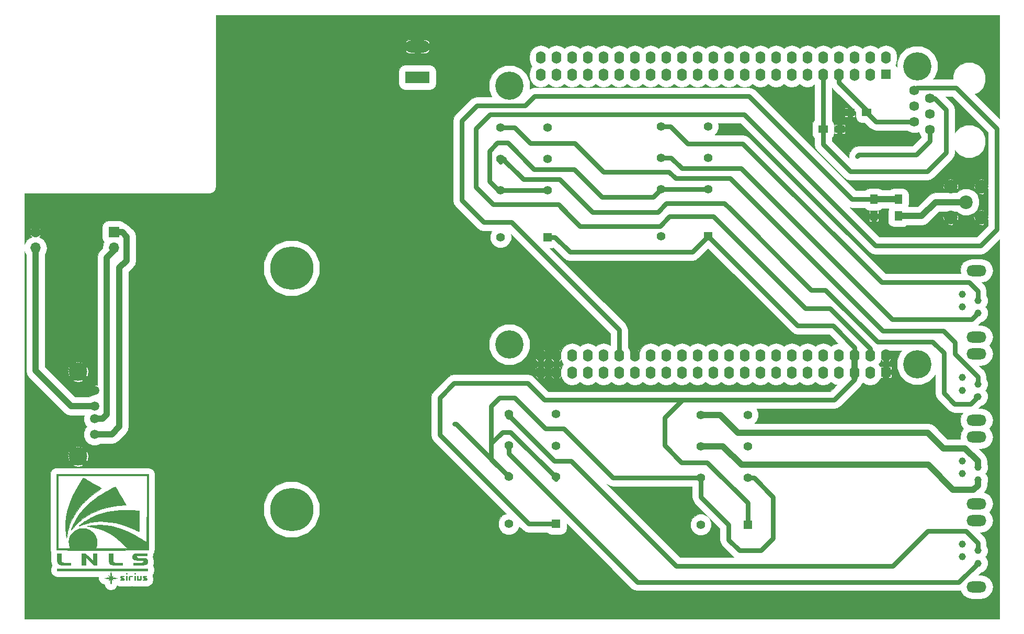
<source format=gbr>
G04 #@! TF.FileFunction,Copper,L1,Top,Signal*
%FSLAX46Y46*%
G04 Gerber Fmt 4.6, Leading zero omitted, Abs format (unit mm)*
G04 Created by KiCad (PCBNEW 4.0.7-e2-6376~58~ubuntu16.04.1) date Wed Jul  4 09:49:39 2018*
%MOMM*%
%LPD*%
G01*
G04 APERTURE LIST*
%ADD10C,0.100000*%
%ADD11C,0.010000*%
%ADD12R,1.700000X1.700000*%
%ADD13O,1.700000X1.700000*%
%ADD14R,1.600000X1.600000*%
%ADD15O,1.600000X2.000000*%
%ADD16R,1.400000X1.400000*%
%ADD17C,1.400000*%
%ADD18C,4.572000*%
%ADD19R,3.960000X1.980000*%
%ADD20O,3.960000X1.980000*%
%ADD21C,1.500000*%
%ADD22C,3.000000*%
%ADD23C,1.160000*%
%ADD24O,3.200000X1.800000*%
%ADD25C,7.000000*%
%ADD26C,1.590000*%
%ADD27C,2.200000*%
%ADD28R,1.300000X1.500000*%
%ADD29R,1.500000X1.300000*%
%ADD30C,0.600000*%
%ADD31C,0.800000*%
%ADD32C,1.000000*%
%ADD33C,0.400000*%
%ADD34C,0.050000*%
G04 APERTURE END LIST*
D10*
D11*
G36*
X72001687Y-129464995D02*
X72007337Y-129485688D01*
X72025260Y-129576407D01*
X72045397Y-129715323D01*
X72063456Y-129872752D01*
X72063823Y-129876457D01*
X72080064Y-130020352D01*
X72096604Y-130133288D01*
X72110137Y-130193075D01*
X72111341Y-130195523D01*
X72148917Y-130194159D01*
X72215203Y-130148041D01*
X72223984Y-130140010D01*
X72304571Y-130081616D01*
X72343532Y-130083480D01*
X72331149Y-130134514D01*
X72278631Y-130202353D01*
X72223963Y-130273799D01*
X72209879Y-130321278D01*
X72212106Y-130324701D01*
X72259447Y-130338656D01*
X72366577Y-130355952D01*
X72515361Y-130373942D01*
X72619312Y-130384168D01*
X72827272Y-130403913D01*
X72960416Y-130419646D01*
X73021886Y-130432852D01*
X73014827Y-130445010D01*
X72942381Y-130457605D01*
X72807692Y-130472117D01*
X72806169Y-130472265D01*
X72632503Y-130489639D01*
X72458410Y-130507964D01*
X72343660Y-130520749D01*
X72154689Y-130542764D01*
X72262657Y-130655459D01*
X72329637Y-130741292D01*
X72342454Y-130791023D01*
X72307127Y-130793812D01*
X72229672Y-130738821D01*
X72220881Y-130730705D01*
X72167980Y-130685108D01*
X72131811Y-130673049D01*
X72107476Y-130704353D01*
X72090077Y-130788845D01*
X72074717Y-130936349D01*
X72065873Y-131041655D01*
X72044380Y-131227187D01*
X72016505Y-131342932D01*
X71983291Y-131386025D01*
X71949819Y-131360530D01*
X71935241Y-131304602D01*
X71918898Y-131192341D01*
X71903797Y-131045422D01*
X71900539Y-131005432D01*
X71884631Y-130836415D01*
X71865952Y-130737162D01*
X71840252Y-130699298D01*
X71803280Y-130714448D01*
X71770631Y-130749430D01*
X71714221Y-130798554D01*
X71687692Y-130808046D01*
X71654307Y-130782423D01*
X71666049Y-130721016D01*
X71716758Y-130647012D01*
X71735285Y-130628823D01*
X71817169Y-130554718D01*
X71725515Y-130528969D01*
X71631694Y-130512347D01*
X71500262Y-130500041D01*
X71438477Y-130497073D01*
X71283588Y-130486725D01*
X71130265Y-130468183D01*
X71086785Y-130460715D01*
X71009755Y-130444668D01*
X70985854Y-130433348D01*
X71022142Y-130423281D01*
X71125676Y-130410992D01*
X71204015Y-130403015D01*
X71373289Y-130385385D01*
X71538907Y-130367132D01*
X71648017Y-130354272D01*
X71818481Y-130333018D01*
X71709482Y-130219247D01*
X71642784Y-130133919D01*
X71628527Y-130083092D01*
X71661381Y-130077983D01*
X71736016Y-130129811D01*
X71747124Y-130140010D01*
X71814996Y-130190702D01*
X71856925Y-130198160D01*
X71859072Y-130195523D01*
X71872384Y-130142417D01*
X71888920Y-130035465D01*
X71903841Y-129909276D01*
X71921816Y-129751164D01*
X71941364Y-129603071D01*
X71954610Y-129518507D01*
X71971807Y-129431092D01*
X71984521Y-129415109D01*
X72001687Y-129464995D01*
X72001687Y-129464995D01*
G37*
X72001687Y-129464995D02*
X72007337Y-129485688D01*
X72025260Y-129576407D01*
X72045397Y-129715323D01*
X72063456Y-129872752D01*
X72063823Y-129876457D01*
X72080064Y-130020352D01*
X72096604Y-130133288D01*
X72110137Y-130193075D01*
X72111341Y-130195523D01*
X72148917Y-130194159D01*
X72215203Y-130148041D01*
X72223984Y-130140010D01*
X72304571Y-130081616D01*
X72343532Y-130083480D01*
X72331149Y-130134514D01*
X72278631Y-130202353D01*
X72223963Y-130273799D01*
X72209879Y-130321278D01*
X72212106Y-130324701D01*
X72259447Y-130338656D01*
X72366577Y-130355952D01*
X72515361Y-130373942D01*
X72619312Y-130384168D01*
X72827272Y-130403913D01*
X72960416Y-130419646D01*
X73021886Y-130432852D01*
X73014827Y-130445010D01*
X72942381Y-130457605D01*
X72807692Y-130472117D01*
X72806169Y-130472265D01*
X72632503Y-130489639D01*
X72458410Y-130507964D01*
X72343660Y-130520749D01*
X72154689Y-130542764D01*
X72262657Y-130655459D01*
X72329637Y-130741292D01*
X72342454Y-130791023D01*
X72307127Y-130793812D01*
X72229672Y-130738821D01*
X72220881Y-130730705D01*
X72167980Y-130685108D01*
X72131811Y-130673049D01*
X72107476Y-130704353D01*
X72090077Y-130788845D01*
X72074717Y-130936349D01*
X72065873Y-131041655D01*
X72044380Y-131227187D01*
X72016505Y-131342932D01*
X71983291Y-131386025D01*
X71949819Y-131360530D01*
X71935241Y-131304602D01*
X71918898Y-131192341D01*
X71903797Y-131045422D01*
X71900539Y-131005432D01*
X71884631Y-130836415D01*
X71865952Y-130737162D01*
X71840252Y-130699298D01*
X71803280Y-130714448D01*
X71770631Y-130749430D01*
X71714221Y-130798554D01*
X71687692Y-130808046D01*
X71654307Y-130782423D01*
X71666049Y-130721016D01*
X71716758Y-130647012D01*
X71735285Y-130628823D01*
X71817169Y-130554718D01*
X71725515Y-130528969D01*
X71631694Y-130512347D01*
X71500262Y-130500041D01*
X71438477Y-130497073D01*
X71283588Y-130486725D01*
X71130265Y-130468183D01*
X71086785Y-130460715D01*
X71009755Y-130444668D01*
X70985854Y-130433348D01*
X71022142Y-130423281D01*
X71125676Y-130410992D01*
X71204015Y-130403015D01*
X71373289Y-130385385D01*
X71538907Y-130367132D01*
X71648017Y-130354272D01*
X71818481Y-130333018D01*
X71709482Y-130219247D01*
X71642784Y-130133919D01*
X71628527Y-130083092D01*
X71661381Y-130077983D01*
X71736016Y-130129811D01*
X71747124Y-130140010D01*
X71814996Y-130190702D01*
X71856925Y-130198160D01*
X71859072Y-130195523D01*
X71872384Y-130142417D01*
X71888920Y-130035465D01*
X71903841Y-129909276D01*
X71921816Y-129751164D01*
X71941364Y-129603071D01*
X71954610Y-129518507D01*
X71971807Y-129431092D01*
X71984521Y-129415109D01*
X72001687Y-129464995D01*
G36*
X73964869Y-130068174D02*
X74039175Y-130079648D01*
X74070410Y-130105564D01*
X74076169Y-130143738D01*
X74067226Y-130188136D01*
X74028271Y-130211741D01*
X73941114Y-130220898D01*
X73851477Y-130222105D01*
X73626785Y-130222319D01*
X73890554Y-130380578D01*
X74033933Y-130472737D01*
X74117213Y-130543601D01*
X74151677Y-130603693D01*
X74154323Y-130626549D01*
X74139715Y-130712541D01*
X74087665Y-130767464D01*
X73985836Y-130797225D01*
X73821891Y-130807731D01*
X73775277Y-130808046D01*
X73627845Y-130806101D01*
X73542134Y-130797273D01*
X73501746Y-130777069D01*
X73490284Y-130740997D01*
X73490015Y-130729892D01*
X73498282Y-130686912D01*
X73534787Y-130663239D01*
X73617092Y-130653216D01*
X73734246Y-130651207D01*
X73978477Y-130650677D01*
X73734246Y-130505915D01*
X73602078Y-130422351D01*
X73526766Y-130358232D01*
X73494484Y-130299652D01*
X73490015Y-130260260D01*
X73505543Y-130163787D01*
X73560511Y-130103988D01*
X73667501Y-130073660D01*
X73829985Y-130065584D01*
X73964869Y-130068174D01*
X73964869Y-130068174D01*
G37*
X73964869Y-130068174D02*
X74039175Y-130079648D01*
X74070410Y-130105564D01*
X74076169Y-130143738D01*
X74067226Y-130188136D01*
X74028271Y-130211741D01*
X73941114Y-130220898D01*
X73851477Y-130222105D01*
X73626785Y-130222319D01*
X73890554Y-130380578D01*
X74033933Y-130472737D01*
X74117213Y-130543601D01*
X74151677Y-130603693D01*
X74154323Y-130626549D01*
X74139715Y-130712541D01*
X74087665Y-130767464D01*
X73985836Y-130797225D01*
X73821891Y-130807731D01*
X73775277Y-130808046D01*
X73627845Y-130806101D01*
X73542134Y-130797273D01*
X73501746Y-130777069D01*
X73490284Y-130740997D01*
X73490015Y-130729892D01*
X73498282Y-130686912D01*
X73534787Y-130663239D01*
X73617092Y-130653216D01*
X73734246Y-130651207D01*
X73978477Y-130650677D01*
X73734246Y-130505915D01*
X73602078Y-130422351D01*
X73526766Y-130358232D01*
X73494484Y-130299652D01*
X73490015Y-130260260D01*
X73505543Y-130163787D01*
X73560511Y-130103988D01*
X73667501Y-130073660D01*
X73829985Y-130065584D01*
X73964869Y-130068174D01*
G36*
X74570811Y-130068162D02*
X74599354Y-130085655D01*
X74615035Y-130132704D01*
X74621707Y-130223946D01*
X74623221Y-130374021D01*
X74623246Y-130436815D01*
X74622568Y-130608793D01*
X74617964Y-130717256D01*
X74605583Y-130776844D01*
X74581572Y-130802196D01*
X74542078Y-130807952D01*
X74525554Y-130808046D01*
X74480296Y-130805468D01*
X74451753Y-130787974D01*
X74436072Y-130740926D01*
X74429401Y-130649684D01*
X74427886Y-130499609D01*
X74427861Y-130436815D01*
X74428540Y-130264837D01*
X74433143Y-130156374D01*
X74445524Y-130096786D01*
X74469536Y-130071433D01*
X74509029Y-130065678D01*
X74525554Y-130065584D01*
X74570811Y-130068162D01*
X74570811Y-130068162D01*
G37*
X74570811Y-130068162D02*
X74599354Y-130085655D01*
X74615035Y-130132704D01*
X74621707Y-130223946D01*
X74623221Y-130374021D01*
X74623246Y-130436815D01*
X74622568Y-130608793D01*
X74617964Y-130717256D01*
X74605583Y-130776844D01*
X74581572Y-130802196D01*
X74542078Y-130807952D01*
X74525554Y-130808046D01*
X74480296Y-130805468D01*
X74451753Y-130787974D01*
X74436072Y-130740926D01*
X74429401Y-130649684D01*
X74427886Y-130499609D01*
X74427861Y-130436815D01*
X74428540Y-130264837D01*
X74433143Y-130156374D01*
X74445524Y-130096786D01*
X74469536Y-130071433D01*
X74509029Y-130065678D01*
X74525554Y-130065584D01*
X74570811Y-130068162D01*
G36*
X75371638Y-130068174D02*
X75445945Y-130079648D01*
X75477179Y-130105564D01*
X75482938Y-130143738D01*
X75473610Y-130188903D01*
X75433276Y-130212431D01*
X75343416Y-130221058D01*
X75268015Y-130221892D01*
X75053092Y-130221892D01*
X75053092Y-130514969D01*
X75051246Y-130664815D01*
X75042829Y-130752736D01*
X75023522Y-130794928D01*
X74989007Y-130807586D01*
X74974938Y-130808046D01*
X74936571Y-130801732D01*
X74913307Y-130772488D01*
X74901423Y-130704860D01*
X74897196Y-130583396D01*
X74896785Y-130483707D01*
X74902683Y-130302562D01*
X74919300Y-130174126D01*
X74943677Y-130112476D01*
X75007203Y-130086908D01*
X75124100Y-130070091D01*
X75236754Y-130065584D01*
X75371638Y-130068174D01*
X75371638Y-130068174D01*
G37*
X75371638Y-130068174D02*
X75445945Y-130079648D01*
X75477179Y-130105564D01*
X75482938Y-130143738D01*
X75473610Y-130188903D01*
X75433276Y-130212431D01*
X75343416Y-130221058D01*
X75268015Y-130221892D01*
X75053092Y-130221892D01*
X75053092Y-130514969D01*
X75051246Y-130664815D01*
X75042829Y-130752736D01*
X75023522Y-130794928D01*
X74989007Y-130807586D01*
X74974938Y-130808046D01*
X74936571Y-130801732D01*
X74913307Y-130772488D01*
X74901423Y-130704860D01*
X74897196Y-130583396D01*
X74896785Y-130483707D01*
X74902683Y-130302562D01*
X74919300Y-130174126D01*
X74943677Y-130112476D01*
X75007203Y-130086908D01*
X75124100Y-130070091D01*
X75236754Y-130065584D01*
X75371638Y-130068174D01*
G36*
X75899426Y-130068162D02*
X75927969Y-130085655D01*
X75943651Y-130132704D01*
X75950322Y-130223946D01*
X75951837Y-130374021D01*
X75951861Y-130436815D01*
X75951183Y-130608793D01*
X75946579Y-130717256D01*
X75934198Y-130776844D01*
X75910187Y-130802196D01*
X75870694Y-130807952D01*
X75854169Y-130808046D01*
X75808912Y-130805468D01*
X75780369Y-130787974D01*
X75764688Y-130740926D01*
X75758016Y-130649684D01*
X75756502Y-130499609D01*
X75756477Y-130436815D01*
X75757155Y-130264837D01*
X75761759Y-130156374D01*
X75774140Y-130096786D01*
X75798151Y-130071433D01*
X75837644Y-130065678D01*
X75854169Y-130065584D01*
X75899426Y-130068162D01*
X75899426Y-130068162D01*
G37*
X75899426Y-130068162D02*
X75927969Y-130085655D01*
X75943651Y-130132704D01*
X75950322Y-130223946D01*
X75951837Y-130374021D01*
X75951861Y-130436815D01*
X75951183Y-130608793D01*
X75946579Y-130717256D01*
X75934198Y-130776844D01*
X75910187Y-130802196D01*
X75870694Y-130807952D01*
X75854169Y-130808046D01*
X75808912Y-130805468D01*
X75780369Y-130787974D01*
X75764688Y-130740926D01*
X75758016Y-130649684D01*
X75756502Y-130499609D01*
X75756477Y-130436815D01*
X75757155Y-130264837D01*
X75761759Y-130156374D01*
X75774140Y-130096786D01*
X75798151Y-130071433D01*
X75837644Y-130065678D01*
X75854169Y-130065584D01*
X75899426Y-130068162D01*
G36*
X76849921Y-130071898D02*
X76873185Y-130101142D01*
X76885069Y-130168770D01*
X76889296Y-130290233D01*
X76889708Y-130389923D01*
X76883809Y-130571068D01*
X76867192Y-130699504D01*
X76842815Y-130761153D01*
X76783723Y-130783301D01*
X76673920Y-130799059D01*
X76539508Y-130807508D01*
X76406589Y-130807726D01*
X76301263Y-130798796D01*
X76251451Y-130781994D01*
X76239792Y-130733606D01*
X76230829Y-130626489D01*
X76225923Y-130480056D01*
X76225400Y-130410764D01*
X76226752Y-130245517D01*
X76233076Y-130143402D01*
X76247767Y-130089411D01*
X76274224Y-130068536D01*
X76303554Y-130065584D01*
X76343513Y-130072506D01*
X76366958Y-130104070D01*
X76378210Y-130176471D01*
X76381585Y-130305905D01*
X76381708Y-130358661D01*
X76381708Y-130651738D01*
X76733400Y-130651738D01*
X76733400Y-130358661D01*
X76735246Y-130208814D01*
X76743663Y-130120893D01*
X76762970Y-130078702D01*
X76797486Y-130066044D01*
X76811554Y-130065584D01*
X76849921Y-130071898D01*
X76849921Y-130071898D01*
G37*
X76849921Y-130071898D02*
X76873185Y-130101142D01*
X76885069Y-130168770D01*
X76889296Y-130290233D01*
X76889708Y-130389923D01*
X76883809Y-130571068D01*
X76867192Y-130699504D01*
X76842815Y-130761153D01*
X76783723Y-130783301D01*
X76673920Y-130799059D01*
X76539508Y-130807508D01*
X76406589Y-130807726D01*
X76301263Y-130798796D01*
X76251451Y-130781994D01*
X76239792Y-130733606D01*
X76230829Y-130626489D01*
X76225923Y-130480056D01*
X76225400Y-130410764D01*
X76226752Y-130245517D01*
X76233076Y-130143402D01*
X76247767Y-130089411D01*
X76274224Y-130068536D01*
X76303554Y-130065584D01*
X76343513Y-130072506D01*
X76366958Y-130104070D01*
X76378210Y-130176471D01*
X76381585Y-130305905D01*
X76381708Y-130358661D01*
X76381708Y-130651738D01*
X76733400Y-130651738D01*
X76733400Y-130358661D01*
X76735246Y-130208814D01*
X76743663Y-130120893D01*
X76762970Y-130078702D01*
X76797486Y-130066044D01*
X76811554Y-130065584D01*
X76849921Y-130071898D01*
G36*
X77638100Y-130068174D02*
X77712406Y-130079648D01*
X77743640Y-130105564D01*
X77749400Y-130143738D01*
X77740457Y-130188136D01*
X77701502Y-130211741D01*
X77614345Y-130220898D01*
X77524708Y-130222105D01*
X77300015Y-130222319D01*
X77563785Y-130380578D01*
X77707164Y-130472737D01*
X77790444Y-130543601D01*
X77824908Y-130603693D01*
X77827554Y-130626549D01*
X77812945Y-130712541D01*
X77760895Y-130767464D01*
X77659067Y-130797225D01*
X77495122Y-130807731D01*
X77448508Y-130808046D01*
X77301076Y-130806101D01*
X77215364Y-130797273D01*
X77174976Y-130777069D01*
X77163515Y-130740997D01*
X77163246Y-130729892D01*
X77171512Y-130686912D01*
X77208018Y-130663239D01*
X77290323Y-130653216D01*
X77407477Y-130651207D01*
X77651708Y-130650677D01*
X77407477Y-130505915D01*
X77275309Y-130422351D01*
X77199997Y-130358232D01*
X77167715Y-130299652D01*
X77163246Y-130260260D01*
X77178773Y-130163787D01*
X77233742Y-130103988D01*
X77340732Y-130073660D01*
X77503215Y-130065584D01*
X77638100Y-130068174D01*
X77638100Y-130068174D01*
G37*
X77638100Y-130068174D02*
X77712406Y-130079648D01*
X77743640Y-130105564D01*
X77749400Y-130143738D01*
X77740457Y-130188136D01*
X77701502Y-130211741D01*
X77614345Y-130220898D01*
X77524708Y-130222105D01*
X77300015Y-130222319D01*
X77563785Y-130380578D01*
X77707164Y-130472737D01*
X77790444Y-130543601D01*
X77824908Y-130603693D01*
X77827554Y-130626549D01*
X77812945Y-130712541D01*
X77760895Y-130767464D01*
X77659067Y-130797225D01*
X77495122Y-130807731D01*
X77448508Y-130808046D01*
X77301076Y-130806101D01*
X77215364Y-130797273D01*
X77174976Y-130777069D01*
X77163515Y-130740997D01*
X77163246Y-130729892D01*
X77171512Y-130686912D01*
X77208018Y-130663239D01*
X77290323Y-130653216D01*
X77407477Y-130651207D01*
X77651708Y-130650677D01*
X77407477Y-130505915D01*
X77275309Y-130422351D01*
X77199997Y-130358232D01*
X77167715Y-130299652D01*
X77163246Y-130260260D01*
X77178773Y-130163787D01*
X77233742Y-130103988D01*
X77340732Y-130073660D01*
X77503215Y-130065584D01*
X77638100Y-130068174D01*
G36*
X71614323Y-130006969D02*
X71594785Y-130026507D01*
X71575246Y-130006969D01*
X71594785Y-129987430D01*
X71614323Y-130006969D01*
X71614323Y-130006969D01*
G37*
X71614323Y-130006969D02*
X71594785Y-130026507D01*
X71575246Y-130006969D01*
X71594785Y-129987430D01*
X71614323Y-130006969D01*
G36*
X74602160Y-129654055D02*
X74623246Y-129713892D01*
X74600350Y-129775177D01*
X74525554Y-129792046D01*
X74448947Y-129773729D01*
X74427861Y-129713892D01*
X74450758Y-129652606D01*
X74525554Y-129635738D01*
X74602160Y-129654055D01*
X74602160Y-129654055D01*
G37*
X74602160Y-129654055D02*
X74623246Y-129713892D01*
X74600350Y-129775177D01*
X74525554Y-129792046D01*
X74448947Y-129773729D01*
X74427861Y-129713892D01*
X74450758Y-129652606D01*
X74525554Y-129635738D01*
X74602160Y-129654055D01*
G36*
X75930776Y-129654055D02*
X75951861Y-129713892D01*
X75928965Y-129775177D01*
X75854169Y-129792046D01*
X75777562Y-129773729D01*
X75756477Y-129713892D01*
X75779373Y-129652606D01*
X75854169Y-129635738D01*
X75930776Y-129654055D01*
X75930776Y-129654055D01*
G37*
X75930776Y-129654055D02*
X75951861Y-129713892D01*
X75928965Y-129775177D01*
X75854169Y-129792046D01*
X75777562Y-129773729D01*
X75756477Y-129713892D01*
X75779373Y-129652606D01*
X75854169Y-129635738D01*
X75930776Y-129654055D01*
G36*
X77944785Y-129244969D02*
X63290938Y-129244969D01*
X63290938Y-128932353D01*
X77944785Y-128932353D01*
X77944785Y-129244969D01*
X77944785Y-129244969D01*
G37*
X77944785Y-129244969D02*
X63290938Y-129244969D01*
X63290938Y-128932353D01*
X77944785Y-128932353D01*
X77944785Y-129244969D01*
G36*
X63955246Y-127097514D02*
X63954975Y-127377433D01*
X63960548Y-127588866D01*
X63981544Y-127741393D01*
X64027542Y-127844594D01*
X64108123Y-127908048D01*
X64232865Y-127941335D01*
X64411348Y-127954033D01*
X64653152Y-127955723D01*
X64813162Y-127955430D01*
X65479246Y-127955430D01*
X65479246Y-128307123D01*
X64647372Y-128307123D01*
X64369505Y-128306682D01*
X64157790Y-128304661D01*
X64000230Y-128300011D01*
X63884824Y-128291683D01*
X63799574Y-128278630D01*
X63732481Y-128259802D01*
X63671545Y-128234152D01*
X63641141Y-128219200D01*
X63491919Y-128117241D01*
X63387468Y-127973570D01*
X63378861Y-127956920D01*
X63346627Y-127887445D01*
X63323366Y-127817252D01*
X63307630Y-127732354D01*
X63297974Y-127618770D01*
X63292951Y-127462515D01*
X63291115Y-127249605D01*
X63290938Y-127106996D01*
X63290938Y-126431430D01*
X63955246Y-126431430D01*
X63955246Y-127097514D01*
X63955246Y-127097514D01*
G37*
X63955246Y-127097514D02*
X63954975Y-127377433D01*
X63960548Y-127588866D01*
X63981544Y-127741393D01*
X64027542Y-127844594D01*
X64108123Y-127908048D01*
X64232865Y-127941335D01*
X64411348Y-127954033D01*
X64653152Y-127955723D01*
X64813162Y-127955430D01*
X65479246Y-127955430D01*
X65479246Y-128307123D01*
X64647372Y-128307123D01*
X64369505Y-128306682D01*
X64157790Y-128304661D01*
X64000230Y-128300011D01*
X63884824Y-128291683D01*
X63799574Y-128278630D01*
X63732481Y-128259802D01*
X63671545Y-128234152D01*
X63641141Y-128219200D01*
X63491919Y-128117241D01*
X63387468Y-127973570D01*
X63378861Y-127956920D01*
X63346627Y-127887445D01*
X63323366Y-127817252D01*
X63307630Y-127732354D01*
X63297974Y-127618770D01*
X63292951Y-127462515D01*
X63291115Y-127249605D01*
X63290938Y-127106996D01*
X63290938Y-126431430D01*
X63955246Y-126431430D01*
X63955246Y-127097514D01*
G36*
X69738631Y-128307123D02*
X69172878Y-128307123D01*
X68537447Y-127672567D01*
X67902015Y-127038011D01*
X67902015Y-128307123D01*
X67276785Y-128307123D01*
X67276785Y-126431430D01*
X67540554Y-126432316D01*
X67804323Y-126433203D01*
X69074323Y-127650027D01*
X69074323Y-126431430D01*
X69738631Y-126431430D01*
X69738631Y-128307123D01*
X69738631Y-128307123D01*
G37*
X69738631Y-128307123D02*
X69172878Y-128307123D01*
X68537447Y-127672567D01*
X67902015Y-127038011D01*
X67902015Y-128307123D01*
X67276785Y-128307123D01*
X67276785Y-126431430D01*
X67540554Y-126432316D01*
X67804323Y-126433203D01*
X69074323Y-127650027D01*
X69074323Y-126431430D01*
X69738631Y-126431430D01*
X69738631Y-128307123D01*
G36*
X72317708Y-127097514D02*
X72318067Y-127340349D01*
X72320198Y-127517573D01*
X72325679Y-127641731D01*
X72336089Y-127725367D01*
X72353007Y-127781023D01*
X72378012Y-127821244D01*
X72412684Y-127858574D01*
X72413624Y-127859514D01*
X72451036Y-127894431D01*
X72491046Y-127919644D01*
X72546198Y-127936734D01*
X72629035Y-127947278D01*
X72752102Y-127952856D01*
X72927941Y-127955047D01*
X73169096Y-127955430D01*
X73841708Y-127955430D01*
X73841708Y-128307123D01*
X73009834Y-128307123D01*
X72731966Y-128306682D01*
X72520252Y-128304661D01*
X72362691Y-128300011D01*
X72247286Y-128291683D01*
X72162036Y-128278630D01*
X72094942Y-128259802D01*
X72034007Y-128234152D01*
X72003603Y-128219200D01*
X71854381Y-128117241D01*
X71749929Y-127973570D01*
X71741323Y-127956920D01*
X71709089Y-127887445D01*
X71685827Y-127817252D01*
X71670092Y-127732354D01*
X71660436Y-127618770D01*
X71655413Y-127462515D01*
X71653576Y-127249605D01*
X71653400Y-127106996D01*
X71653400Y-126431430D01*
X72317708Y-126431430D01*
X72317708Y-127097514D01*
X72317708Y-127097514D01*
G37*
X72317708Y-127097514D02*
X72318067Y-127340349D01*
X72320198Y-127517573D01*
X72325679Y-127641731D01*
X72336089Y-127725367D01*
X72353007Y-127781023D01*
X72378012Y-127821244D01*
X72412684Y-127858574D01*
X72413624Y-127859514D01*
X72451036Y-127894431D01*
X72491046Y-127919644D01*
X72546198Y-127936734D01*
X72629035Y-127947278D01*
X72752102Y-127952856D01*
X72927941Y-127955047D01*
X73169096Y-127955430D01*
X73841708Y-127955430D01*
X73841708Y-128307123D01*
X73009834Y-128307123D01*
X72731966Y-128306682D01*
X72520252Y-128304661D01*
X72362691Y-128300011D01*
X72247286Y-128291683D01*
X72162036Y-128278630D01*
X72094942Y-128259802D01*
X72034007Y-128234152D01*
X72003603Y-128219200D01*
X71854381Y-128117241D01*
X71749929Y-127973570D01*
X71741323Y-127956920D01*
X71709089Y-127887445D01*
X71685827Y-127817252D01*
X71670092Y-127732354D01*
X71660436Y-127618770D01*
X71655413Y-127462515D01*
X71653576Y-127249605D01*
X71653400Y-127106996D01*
X71653400Y-126431430D01*
X72317708Y-126431430D01*
X72317708Y-127097514D01*
G36*
X77788477Y-126783123D02*
X76227202Y-126783123D01*
X76164908Y-126878194D01*
X76129842Y-126989562D01*
X76166725Y-127090932D01*
X76269487Y-127167741D01*
X76288935Y-127175762D01*
X76361585Y-127188872D01*
X76495843Y-127199978D01*
X76675170Y-127208186D01*
X76883029Y-127212603D01*
X76980175Y-127213115D01*
X77213738Y-127214218D01*
X77383530Y-127218441D01*
X77503917Y-127227354D01*
X77589264Y-127242529D01*
X77653940Y-127265535D01*
X77702905Y-127292124D01*
X77835280Y-127415242D01*
X77915949Y-127579198D01*
X77940522Y-127762628D01*
X77904608Y-127944167D01*
X77856082Y-128037575D01*
X77798985Y-128116631D01*
X77739062Y-128178554D01*
X77666369Y-128225424D01*
X77570961Y-128259321D01*
X77442893Y-128282322D01*
X77272223Y-128296509D01*
X77049004Y-128303960D01*
X76763293Y-128306755D01*
X76567323Y-128307062D01*
X75639246Y-128307123D01*
X75639246Y-127955430D01*
X76395190Y-127955430D01*
X76658921Y-127954821D01*
X76855586Y-127952350D01*
X76996266Y-127947052D01*
X77092043Y-127937962D01*
X77153999Y-127924115D01*
X77193216Y-127904547D01*
X77215805Y-127883969D01*
X77273908Y-127774033D01*
X77261501Y-127665154D01*
X77193628Y-127586415D01*
X77144130Y-127562308D01*
X77067462Y-127545215D01*
X76951611Y-127534101D01*
X76784561Y-127527928D01*
X76554299Y-127525662D01*
X76488303Y-127525584D01*
X76216427Y-127523182D01*
X76010423Y-127513820D01*
X75858099Y-127494269D01*
X75747262Y-127461297D01*
X75665718Y-127411673D01*
X75601276Y-127342166D01*
X75559510Y-127279456D01*
X75498107Y-127114472D01*
X75486504Y-126925459D01*
X75524866Y-126746976D01*
X75556625Y-126682303D01*
X75606271Y-126609356D01*
X75662341Y-126552015D01*
X75734381Y-126508421D01*
X75831940Y-126476718D01*
X75964566Y-126455050D01*
X76141806Y-126441560D01*
X76373208Y-126434392D01*
X76668321Y-126431688D01*
X76846767Y-126431430D01*
X77788477Y-126431430D01*
X77788477Y-126783123D01*
X77788477Y-126783123D01*
G37*
X77788477Y-126783123D02*
X76227202Y-126783123D01*
X76164908Y-126878194D01*
X76129842Y-126989562D01*
X76166725Y-127090932D01*
X76269487Y-127167741D01*
X76288935Y-127175762D01*
X76361585Y-127188872D01*
X76495843Y-127199978D01*
X76675170Y-127208186D01*
X76883029Y-127212603D01*
X76980175Y-127213115D01*
X77213738Y-127214218D01*
X77383530Y-127218441D01*
X77503917Y-127227354D01*
X77589264Y-127242529D01*
X77653940Y-127265535D01*
X77702905Y-127292124D01*
X77835280Y-127415242D01*
X77915949Y-127579198D01*
X77940522Y-127762628D01*
X77904608Y-127944167D01*
X77856082Y-128037575D01*
X77798985Y-128116631D01*
X77739062Y-128178554D01*
X77666369Y-128225424D01*
X77570961Y-128259321D01*
X77442893Y-128282322D01*
X77272223Y-128296509D01*
X77049004Y-128303960D01*
X76763293Y-128306755D01*
X76567323Y-128307062D01*
X75639246Y-128307123D01*
X75639246Y-127955430D01*
X76395190Y-127955430D01*
X76658921Y-127954821D01*
X76855586Y-127952350D01*
X76996266Y-127947052D01*
X77092043Y-127937962D01*
X77153999Y-127924115D01*
X77193216Y-127904547D01*
X77215805Y-127883969D01*
X77273908Y-127774033D01*
X77261501Y-127665154D01*
X77193628Y-127586415D01*
X77144130Y-127562308D01*
X77067462Y-127545215D01*
X76951611Y-127534101D01*
X76784561Y-127527928D01*
X76554299Y-127525662D01*
X76488303Y-127525584D01*
X76216427Y-127523182D01*
X76010423Y-127513820D01*
X75858099Y-127494269D01*
X75747262Y-127461297D01*
X75665718Y-127411673D01*
X75601276Y-127342166D01*
X75559510Y-127279456D01*
X75498107Y-127114472D01*
X75486504Y-126925459D01*
X75524866Y-126746976D01*
X75556625Y-126682303D01*
X75606271Y-126609356D01*
X75662341Y-126552015D01*
X75734381Y-126508421D01*
X75831940Y-126476718D01*
X75964566Y-126455050D01*
X76141806Y-126441560D01*
X76373208Y-126434392D01*
X76668321Y-126431688D01*
X76846767Y-126431430D01*
X77788477Y-126431430D01*
X77788477Y-126783123D01*
G36*
X78042477Y-125903892D02*
X70626443Y-125913762D01*
X69700527Y-125914903D01*
X68849954Y-125915749D01*
X68071915Y-125916286D01*
X67363601Y-125916498D01*
X66722200Y-125916370D01*
X66144904Y-125915889D01*
X65628904Y-125915039D01*
X65171388Y-125913805D01*
X64769547Y-125912173D01*
X64420573Y-125910128D01*
X64121654Y-125907655D01*
X63869981Y-125904739D01*
X63662745Y-125901366D01*
X63497135Y-125897520D01*
X63370342Y-125893188D01*
X63279557Y-125888354D01*
X63221969Y-125883003D01*
X63194768Y-125877121D01*
X63191792Y-125874685D01*
X63189768Y-125830751D01*
X63187932Y-125712891D01*
X63186289Y-125525330D01*
X63184845Y-125272296D01*
X63183606Y-124958015D01*
X63182578Y-124586713D01*
X63181767Y-124162619D01*
X63181178Y-123689957D01*
X63180818Y-123172956D01*
X63180692Y-122615842D01*
X63180807Y-122022840D01*
X63181167Y-121398179D01*
X63181780Y-120746085D01*
X63182651Y-120070784D01*
X63183210Y-119710200D01*
X63192829Y-113848661D01*
X63447246Y-113848661D01*
X63447246Y-125649892D01*
X64404631Y-125649892D01*
X64668861Y-125649458D01*
X64905154Y-125648239D01*
X65102941Y-125646358D01*
X65251651Y-125643937D01*
X65340717Y-125641100D01*
X65362015Y-125638768D01*
X65349689Y-125599264D01*
X65317526Y-125507161D01*
X65276899Y-125394537D01*
X65213134Y-125151054D01*
X65176809Y-124862809D01*
X65168655Y-124558488D01*
X65189403Y-124266777D01*
X65239784Y-124016363D01*
X65241621Y-124010249D01*
X65397915Y-123622298D01*
X65614580Y-123276041D01*
X65884067Y-122977174D01*
X66198826Y-122731395D01*
X66551308Y-122544400D01*
X66933963Y-122421885D01*
X67339242Y-122369548D01*
X67417989Y-122368008D01*
X67732578Y-122382954D01*
X68008721Y-122434444D01*
X68280657Y-122530303D01*
X68429554Y-122599189D01*
X68793015Y-122819415D01*
X69101693Y-123091301D01*
X69351722Y-123407726D01*
X69539241Y-123761570D01*
X69660384Y-124145711D01*
X69711288Y-124553029D01*
X69694282Y-124930116D01*
X69664679Y-125110082D01*
X69623182Y-125291374D01*
X69580794Y-125428857D01*
X69538717Y-125541169D01*
X69510892Y-125618525D01*
X69504189Y-125640123D01*
X69542194Y-125641785D01*
X69651946Y-125643359D01*
X69827037Y-125644819D01*
X70061059Y-125646142D01*
X70347605Y-125647304D01*
X70680267Y-125648280D01*
X71052637Y-125649047D01*
X71458309Y-125649581D01*
X71890875Y-125649858D01*
X72109183Y-125649892D01*
X74714197Y-125649892D01*
X74229106Y-125157958D01*
X73548878Y-124513227D01*
X72854149Y-123944552D01*
X72143005Y-123450857D01*
X71413532Y-123031064D01*
X70663817Y-122684097D01*
X69891945Y-122408877D01*
X69096003Y-122204328D01*
X68918015Y-122168806D01*
X68699715Y-122126816D01*
X68505837Y-122088359D01*
X68350503Y-122056328D01*
X68247837Y-122033618D01*
X68214631Y-122024726D01*
X68212418Y-122007426D01*
X68279447Y-121986030D01*
X68406987Y-121961775D01*
X68586309Y-121935896D01*
X68808681Y-121909631D01*
X69065374Y-121884216D01*
X69347657Y-121860886D01*
X69397444Y-121857225D01*
X70244964Y-121834311D01*
X71103954Y-121885725D01*
X71967390Y-122009856D01*
X72828250Y-122205098D01*
X73679510Y-122469843D01*
X74514148Y-122802481D01*
X75325140Y-123201406D01*
X75366765Y-123224060D01*
X75537441Y-123318771D01*
X75759908Y-123444284D01*
X76018628Y-123591717D01*
X76298062Y-123752186D01*
X76582674Y-123916809D01*
X76799832Y-124043299D01*
X77045517Y-124186452D01*
X77268971Y-124315784D01*
X77461397Y-124426274D01*
X77613998Y-124512899D01*
X77717976Y-124570638D01*
X77764536Y-124594469D01*
X77765928Y-124594815D01*
X77768620Y-124556482D01*
X77771219Y-124444456D01*
X77773708Y-124263200D01*
X77776069Y-124017174D01*
X77778281Y-123710842D01*
X77780327Y-123348663D01*
X77782188Y-122935099D01*
X77783844Y-122474613D01*
X77785278Y-121971666D01*
X77786471Y-121430719D01*
X77787404Y-120856233D01*
X77788057Y-120252672D01*
X77788414Y-119624495D01*
X77788477Y-119221738D01*
X77788477Y-113848661D01*
X63447246Y-113848661D01*
X63192829Y-113848661D01*
X63193246Y-113594661D01*
X78042477Y-113594661D01*
X78042477Y-125903892D01*
X78042477Y-125903892D01*
G37*
X78042477Y-125903892D02*
X70626443Y-125913762D01*
X69700527Y-125914903D01*
X68849954Y-125915749D01*
X68071915Y-125916286D01*
X67363601Y-125916498D01*
X66722200Y-125916370D01*
X66144904Y-125915889D01*
X65628904Y-125915039D01*
X65171388Y-125913805D01*
X64769547Y-125912173D01*
X64420573Y-125910128D01*
X64121654Y-125907655D01*
X63869981Y-125904739D01*
X63662745Y-125901366D01*
X63497135Y-125897520D01*
X63370342Y-125893188D01*
X63279557Y-125888354D01*
X63221969Y-125883003D01*
X63194768Y-125877121D01*
X63191792Y-125874685D01*
X63189768Y-125830751D01*
X63187932Y-125712891D01*
X63186289Y-125525330D01*
X63184845Y-125272296D01*
X63183606Y-124958015D01*
X63182578Y-124586713D01*
X63181767Y-124162619D01*
X63181178Y-123689957D01*
X63180818Y-123172956D01*
X63180692Y-122615842D01*
X63180807Y-122022840D01*
X63181167Y-121398179D01*
X63181780Y-120746085D01*
X63182651Y-120070784D01*
X63183210Y-119710200D01*
X63192829Y-113848661D01*
X63447246Y-113848661D01*
X63447246Y-125649892D01*
X64404631Y-125649892D01*
X64668861Y-125649458D01*
X64905154Y-125648239D01*
X65102941Y-125646358D01*
X65251651Y-125643937D01*
X65340717Y-125641100D01*
X65362015Y-125638768D01*
X65349689Y-125599264D01*
X65317526Y-125507161D01*
X65276899Y-125394537D01*
X65213134Y-125151054D01*
X65176809Y-124862809D01*
X65168655Y-124558488D01*
X65189403Y-124266777D01*
X65239784Y-124016363D01*
X65241621Y-124010249D01*
X65397915Y-123622298D01*
X65614580Y-123276041D01*
X65884067Y-122977174D01*
X66198826Y-122731395D01*
X66551308Y-122544400D01*
X66933963Y-122421885D01*
X67339242Y-122369548D01*
X67417989Y-122368008D01*
X67732578Y-122382954D01*
X68008721Y-122434444D01*
X68280657Y-122530303D01*
X68429554Y-122599189D01*
X68793015Y-122819415D01*
X69101693Y-123091301D01*
X69351722Y-123407726D01*
X69539241Y-123761570D01*
X69660384Y-124145711D01*
X69711288Y-124553029D01*
X69694282Y-124930116D01*
X69664679Y-125110082D01*
X69623182Y-125291374D01*
X69580794Y-125428857D01*
X69538717Y-125541169D01*
X69510892Y-125618525D01*
X69504189Y-125640123D01*
X69542194Y-125641785D01*
X69651946Y-125643359D01*
X69827037Y-125644819D01*
X70061059Y-125646142D01*
X70347605Y-125647304D01*
X70680267Y-125648280D01*
X71052637Y-125649047D01*
X71458309Y-125649581D01*
X71890875Y-125649858D01*
X72109183Y-125649892D01*
X74714197Y-125649892D01*
X74229106Y-125157958D01*
X73548878Y-124513227D01*
X72854149Y-123944552D01*
X72143005Y-123450857D01*
X71413532Y-123031064D01*
X70663817Y-122684097D01*
X69891945Y-122408877D01*
X69096003Y-122204328D01*
X68918015Y-122168806D01*
X68699715Y-122126816D01*
X68505837Y-122088359D01*
X68350503Y-122056328D01*
X68247837Y-122033618D01*
X68214631Y-122024726D01*
X68212418Y-122007426D01*
X68279447Y-121986030D01*
X68406987Y-121961775D01*
X68586309Y-121935896D01*
X68808681Y-121909631D01*
X69065374Y-121884216D01*
X69347657Y-121860886D01*
X69397444Y-121857225D01*
X70244964Y-121834311D01*
X71103954Y-121885725D01*
X71967390Y-122009856D01*
X72828250Y-122205098D01*
X73679510Y-122469843D01*
X74514148Y-122802481D01*
X75325140Y-123201406D01*
X75366765Y-123224060D01*
X75537441Y-123318771D01*
X75759908Y-123444284D01*
X76018628Y-123591717D01*
X76298062Y-123752186D01*
X76582674Y-123916809D01*
X76799832Y-124043299D01*
X77045517Y-124186452D01*
X77268971Y-124315784D01*
X77461397Y-124426274D01*
X77613998Y-124512899D01*
X77717976Y-124570638D01*
X77764536Y-124594469D01*
X77765928Y-124594815D01*
X77768620Y-124556482D01*
X77771219Y-124444456D01*
X77773708Y-124263200D01*
X77776069Y-124017174D01*
X77778281Y-123710842D01*
X77780327Y-123348663D01*
X77782188Y-122935099D01*
X77783844Y-122474613D01*
X77785278Y-121971666D01*
X77786471Y-121430719D01*
X77787404Y-120856233D01*
X77788057Y-120252672D01*
X77788414Y-119624495D01*
X77788477Y-119221738D01*
X77788477Y-113848661D01*
X63447246Y-113848661D01*
X63192829Y-113848661D01*
X63193246Y-113594661D01*
X78042477Y-113594661D01*
X78042477Y-125903892D01*
G36*
X67607553Y-114236997D02*
X67679133Y-114279202D01*
X67808463Y-114354368D01*
X67985434Y-114456691D01*
X68199935Y-114580364D01*
X68441857Y-114719580D01*
X68701089Y-114868535D01*
X68967522Y-115021421D01*
X69231046Y-115172433D01*
X69481550Y-115315765D01*
X69708925Y-115445609D01*
X69903061Y-115556160D01*
X70021872Y-115623544D01*
X70182297Y-115716122D01*
X70314466Y-115795884D01*
X70405313Y-115854693D01*
X70441771Y-115884408D01*
X70441949Y-115885206D01*
X70411502Y-115914942D01*
X70328171Y-115979173D01*
X70204050Y-116068968D01*
X70051233Y-116175394D01*
X70021938Y-116195404D01*
X69250931Y-116747427D01*
X68553278Y-117304517D01*
X67924179Y-117871816D01*
X67358835Y-118454468D01*
X66852446Y-119057617D01*
X66400212Y-119686404D01*
X65997334Y-120345975D01*
X65793786Y-120726200D01*
X65578526Y-121169050D01*
X65399190Y-121588458D01*
X65248340Y-122006324D01*
X65118539Y-122444547D01*
X65002348Y-122925026D01*
X64931844Y-123264068D01*
X64877540Y-123532654D01*
X64835347Y-123726442D01*
X64804663Y-123847745D01*
X64784887Y-123898877D01*
X64775417Y-123882152D01*
X64774622Y-123868635D01*
X64768727Y-123816875D01*
X64753834Y-123706136D01*
X64732457Y-123554741D01*
X64716105Y-123442046D01*
X64694464Y-123262780D01*
X64673143Y-123030234D01*
X64654070Y-122769265D01*
X64639176Y-122504730D01*
X64634196Y-122386969D01*
X64639875Y-121489129D01*
X64723359Y-120594395D01*
X64884318Y-119704059D01*
X65122424Y-118819416D01*
X65437347Y-117941759D01*
X65828760Y-117072381D01*
X66130165Y-116501371D01*
X66228207Y-116327916D01*
X66356810Y-116103157D01*
X66506753Y-115843059D01*
X66668810Y-115563587D01*
X66833760Y-115280706D01*
X66947406Y-115086827D01*
X67488937Y-114165265D01*
X67607553Y-114236997D01*
X67607553Y-114236997D01*
G37*
X67607553Y-114236997D02*
X67679133Y-114279202D01*
X67808463Y-114354368D01*
X67985434Y-114456691D01*
X68199935Y-114580364D01*
X68441857Y-114719580D01*
X68701089Y-114868535D01*
X68967522Y-115021421D01*
X69231046Y-115172433D01*
X69481550Y-115315765D01*
X69708925Y-115445609D01*
X69903061Y-115556160D01*
X70021872Y-115623544D01*
X70182297Y-115716122D01*
X70314466Y-115795884D01*
X70405313Y-115854693D01*
X70441771Y-115884408D01*
X70441949Y-115885206D01*
X70411502Y-115914942D01*
X70328171Y-115979173D01*
X70204050Y-116068968D01*
X70051233Y-116175394D01*
X70021938Y-116195404D01*
X69250931Y-116747427D01*
X68553278Y-117304517D01*
X67924179Y-117871816D01*
X67358835Y-118454468D01*
X66852446Y-119057617D01*
X66400212Y-119686404D01*
X65997334Y-120345975D01*
X65793786Y-120726200D01*
X65578526Y-121169050D01*
X65399190Y-121588458D01*
X65248340Y-122006324D01*
X65118539Y-122444547D01*
X65002348Y-122925026D01*
X64931844Y-123264068D01*
X64877540Y-123532654D01*
X64835347Y-123726442D01*
X64804663Y-123847745D01*
X64784887Y-123898877D01*
X64775417Y-123882152D01*
X64774622Y-123868635D01*
X64768727Y-123816875D01*
X64753834Y-123706136D01*
X64732457Y-123554741D01*
X64716105Y-123442046D01*
X64694464Y-123262780D01*
X64673143Y-123030234D01*
X64654070Y-122769265D01*
X64639176Y-122504730D01*
X64634196Y-122386969D01*
X64639875Y-121489129D01*
X64723359Y-120594395D01*
X64884318Y-119704059D01*
X65122424Y-118819416D01*
X65437347Y-117941759D01*
X65828760Y-117072381D01*
X66130165Y-116501371D01*
X66228207Y-116327916D01*
X66356810Y-116103157D01*
X66506753Y-115843059D01*
X66668810Y-115563587D01*
X66833760Y-115280706D01*
X66947406Y-115086827D01*
X67488937Y-114165265D01*
X67607553Y-114236997D01*
G36*
X75141847Y-119451534D02*
X75350465Y-119455986D01*
X76538015Y-119484715D01*
X76538015Y-121199611D01*
X76537370Y-121557079D01*
X76535525Y-121889157D01*
X76532614Y-122187969D01*
X76528773Y-122445639D01*
X76524137Y-122654290D01*
X76518840Y-122806045D01*
X76513017Y-122893027D01*
X76508708Y-122911158D01*
X76464368Y-122893215D01*
X76364889Y-122846740D01*
X76224771Y-122778671D01*
X76058516Y-122695949D01*
X76049554Y-122691440D01*
X75200049Y-122292077D01*
X74372248Y-121961533D01*
X73556488Y-121697041D01*
X72743108Y-121495836D01*
X71922444Y-121355153D01*
X71093381Y-121272780D01*
X70294947Y-121253083D01*
X69511576Y-121300902D01*
X68732685Y-121417786D01*
X67947688Y-121605282D01*
X67216079Y-121839656D01*
X67052648Y-121895573D01*
X66915375Y-121937915D01*
X66821502Y-121961634D01*
X66790300Y-121964294D01*
X66794491Y-121935836D01*
X66856955Y-121872946D01*
X66969017Y-121781513D01*
X67122001Y-121667425D01*
X67307230Y-121536571D01*
X67516029Y-121394840D01*
X67739722Y-121248120D01*
X67969631Y-121102300D01*
X68197083Y-120963270D01*
X68413400Y-120836916D01*
X68609906Y-120729129D01*
X68610902Y-120728605D01*
X69173936Y-120450216D01*
X69734807Y-120209499D01*
X70301831Y-120004885D01*
X70883323Y-119834802D01*
X71487602Y-119697681D01*
X72122982Y-119591951D01*
X72797780Y-119516042D01*
X73520313Y-119468383D01*
X74298897Y-119447404D01*
X75141847Y-119451534D01*
X75141847Y-119451534D01*
G37*
X75141847Y-119451534D02*
X75350465Y-119455986D01*
X76538015Y-119484715D01*
X76538015Y-121199611D01*
X76537370Y-121557079D01*
X76535525Y-121889157D01*
X76532614Y-122187969D01*
X76528773Y-122445639D01*
X76524137Y-122654290D01*
X76518840Y-122806045D01*
X76513017Y-122893027D01*
X76508708Y-122911158D01*
X76464368Y-122893215D01*
X76364889Y-122846740D01*
X76224771Y-122778671D01*
X76058516Y-122695949D01*
X76049554Y-122691440D01*
X75200049Y-122292077D01*
X74372248Y-121961533D01*
X73556488Y-121697041D01*
X72743108Y-121495836D01*
X71922444Y-121355153D01*
X71093381Y-121272780D01*
X70294947Y-121253083D01*
X69511576Y-121300902D01*
X68732685Y-121417786D01*
X67947688Y-121605282D01*
X67216079Y-121839656D01*
X67052648Y-121895573D01*
X66915375Y-121937915D01*
X66821502Y-121961634D01*
X66790300Y-121964294D01*
X66794491Y-121935836D01*
X66856955Y-121872946D01*
X66969017Y-121781513D01*
X67122001Y-121667425D01*
X67307230Y-121536571D01*
X67516029Y-121394840D01*
X67739722Y-121248120D01*
X67969631Y-121102300D01*
X68197083Y-120963270D01*
X68413400Y-120836916D01*
X68609906Y-120729129D01*
X68610902Y-120728605D01*
X69173936Y-120450216D01*
X69734807Y-120209499D01*
X70301831Y-120004885D01*
X70883323Y-119834802D01*
X71487602Y-119697681D01*
X72122982Y-119591951D01*
X72797780Y-119516042D01*
X73520313Y-119468383D01*
X74298897Y-119447404D01*
X75141847Y-119451534D01*
G36*
X72804559Y-115773841D02*
X72854089Y-115856066D01*
X72933321Y-115990341D01*
X73037303Y-116168077D01*
X73161083Y-116380685D01*
X73299711Y-116619577D01*
X73448233Y-116876162D01*
X73601699Y-117141852D01*
X73755156Y-117408058D01*
X73903654Y-117666191D01*
X74042241Y-117907661D01*
X74165964Y-118123879D01*
X74269872Y-118306257D01*
X74349014Y-118446205D01*
X74398438Y-118535134D01*
X74413395Y-118564519D01*
X74374443Y-118569950D01*
X74269856Y-118580783D01*
X74111879Y-118595851D01*
X73912753Y-118613987D01*
X73684824Y-118634013D01*
X73106628Y-118689948D01*
X72591520Y-118753084D01*
X72124584Y-118825735D01*
X71690906Y-118910214D01*
X71285885Y-119006171D01*
X70401722Y-119265623D01*
X69576374Y-119573771D01*
X68805529Y-119933236D01*
X68084876Y-120346637D01*
X67410105Y-120816595D01*
X66776902Y-121345728D01*
X66180958Y-121936657D01*
X65850622Y-122308815D01*
X65715432Y-122468140D01*
X65622910Y-122576312D01*
X65564992Y-122641627D01*
X65533609Y-122672378D01*
X65520697Y-122676861D01*
X65518189Y-122663370D01*
X65518323Y-122650531D01*
X65534011Y-122591619D01*
X65576899Y-122476550D01*
X65640726Y-122319798D01*
X65719230Y-122135833D01*
X65806147Y-121939127D01*
X65895215Y-121744152D01*
X65980173Y-121565380D01*
X66038206Y-121449123D01*
X66425284Y-120754364D01*
X66846247Y-120115208D01*
X67315414Y-119511591D01*
X67823238Y-118948200D01*
X68139042Y-118628850D01*
X68449297Y-118335198D01*
X68763683Y-118060095D01*
X69091879Y-117796391D01*
X69443565Y-117536937D01*
X69828419Y-117274585D01*
X70256122Y-117002184D01*
X70736352Y-116712586D01*
X71262631Y-116407848D01*
X71483210Y-116282563D01*
X71714945Y-116151717D01*
X71944737Y-116022631D01*
X72159488Y-115902624D01*
X72346096Y-115799014D01*
X72491463Y-115719123D01*
X72582489Y-115670269D01*
X72584697Y-115669125D01*
X72702113Y-115608407D01*
X72804559Y-115773841D01*
X72804559Y-115773841D01*
G37*
X72804559Y-115773841D02*
X72854089Y-115856066D01*
X72933321Y-115990341D01*
X73037303Y-116168077D01*
X73161083Y-116380685D01*
X73299711Y-116619577D01*
X73448233Y-116876162D01*
X73601699Y-117141852D01*
X73755156Y-117408058D01*
X73903654Y-117666191D01*
X74042241Y-117907661D01*
X74165964Y-118123879D01*
X74269872Y-118306257D01*
X74349014Y-118446205D01*
X74398438Y-118535134D01*
X74413395Y-118564519D01*
X74374443Y-118569950D01*
X74269856Y-118580783D01*
X74111879Y-118595851D01*
X73912753Y-118613987D01*
X73684824Y-118634013D01*
X73106628Y-118689948D01*
X72591520Y-118753084D01*
X72124584Y-118825735D01*
X71690906Y-118910214D01*
X71285885Y-119006171D01*
X70401722Y-119265623D01*
X69576374Y-119573771D01*
X68805529Y-119933236D01*
X68084876Y-120346637D01*
X67410105Y-120816595D01*
X66776902Y-121345728D01*
X66180958Y-121936657D01*
X65850622Y-122308815D01*
X65715432Y-122468140D01*
X65622910Y-122576312D01*
X65564992Y-122641627D01*
X65533609Y-122672378D01*
X65520697Y-122676861D01*
X65518189Y-122663370D01*
X65518323Y-122650531D01*
X65534011Y-122591619D01*
X65576899Y-122476550D01*
X65640726Y-122319798D01*
X65719230Y-122135833D01*
X65806147Y-121939127D01*
X65895215Y-121744152D01*
X65980173Y-121565380D01*
X66038206Y-121449123D01*
X66425284Y-120754364D01*
X66846247Y-120115208D01*
X67315414Y-119511591D01*
X67823238Y-118948200D01*
X68139042Y-118628850D01*
X68449297Y-118335198D01*
X68763683Y-118060095D01*
X69091879Y-117796391D01*
X69443565Y-117536937D01*
X69828419Y-117274585D01*
X70256122Y-117002184D01*
X70736352Y-116712586D01*
X71262631Y-116407848D01*
X71483210Y-116282563D01*
X71714945Y-116151717D01*
X71944737Y-116022631D01*
X72159488Y-115902624D01*
X72346096Y-115799014D01*
X72491463Y-115719123D01*
X72582489Y-115670269D01*
X72584697Y-115669125D01*
X72702113Y-115608407D01*
X72804559Y-115773841D01*
D12*
X72476360Y-74432160D03*
D13*
X72476360Y-76972160D03*
X59776360Y-74432160D03*
X59776360Y-76972160D03*
D14*
X197457080Y-97053400D03*
D15*
X197457080Y-94413400D03*
X194917080Y-97153400D03*
X194917080Y-94413400D03*
X192377080Y-97153400D03*
X192377080Y-94413400D03*
X189837080Y-97153400D03*
X189837080Y-94413400D03*
X187297080Y-97153400D03*
X187297080Y-94413400D03*
X184757080Y-97153400D03*
X184757080Y-94413400D03*
X182217080Y-97153400D03*
X182217080Y-94413400D03*
X179677080Y-97153400D03*
X179677080Y-94413400D03*
X177137080Y-97153400D03*
X177137080Y-94413400D03*
X174597080Y-97153400D03*
X174597080Y-94413400D03*
X172057080Y-97153400D03*
X172057080Y-94413400D03*
X169517080Y-97153400D03*
X169517080Y-94413400D03*
X166977080Y-97153400D03*
X166977080Y-94413400D03*
X164437080Y-97153400D03*
X164437080Y-94413400D03*
X161897080Y-97153400D03*
X161897080Y-94413400D03*
X159357080Y-97153400D03*
X159357080Y-94413400D03*
X156817080Y-97153400D03*
X156817080Y-94413400D03*
X154277080Y-97153400D03*
X154277080Y-94413400D03*
X151737080Y-97153400D03*
X151737080Y-94413400D03*
X149197080Y-97153400D03*
X149197080Y-94413400D03*
X146657080Y-97153400D03*
X146657080Y-94413400D03*
X144117080Y-97153400D03*
X144117080Y-94413400D03*
X141577080Y-97153400D03*
X141577080Y-94413400D03*
D14*
X197457080Y-48793400D03*
D15*
X197457080Y-46153400D03*
X194917080Y-48893400D03*
X194917080Y-46153400D03*
X192377080Y-48893400D03*
X192377080Y-46153400D03*
X189837080Y-48893400D03*
X189837080Y-46153400D03*
X187297080Y-48893400D03*
X187297080Y-46153400D03*
X184757080Y-48893400D03*
X184757080Y-46153400D03*
X182217080Y-48893400D03*
X182217080Y-46153400D03*
X179677080Y-48893400D03*
X179677080Y-46153400D03*
X177137080Y-48893400D03*
X177137080Y-46153400D03*
X174597080Y-48893400D03*
X174597080Y-46153400D03*
X172057080Y-48893400D03*
X172057080Y-46153400D03*
X169517080Y-48893400D03*
X169517080Y-46153400D03*
X166977080Y-48893400D03*
X166977080Y-46153400D03*
X164437080Y-48893400D03*
X164437080Y-46153400D03*
X161897080Y-48893400D03*
X161897080Y-46153400D03*
X159357080Y-48893400D03*
X159357080Y-46153400D03*
X156817080Y-48893400D03*
X156817080Y-46153400D03*
X154277080Y-48893400D03*
X154277080Y-46153400D03*
X151737080Y-48893400D03*
X151737080Y-46153400D03*
X149197080Y-48893400D03*
X149197080Y-46153400D03*
X146657080Y-48893400D03*
X146657080Y-46153400D03*
X144117080Y-48893400D03*
X144117080Y-46153400D03*
X141577080Y-48893400D03*
X141577080Y-46153400D03*
D16*
X142699820Y-75233060D03*
D17*
X135079820Y-75233060D03*
X142699820Y-62543060D03*
X142699820Y-57453060D03*
X142699820Y-67613060D03*
X135069820Y-62523060D03*
X135069820Y-57443060D03*
X135079820Y-67613060D03*
D18*
X136497080Y-92608400D03*
X202537080Y-95783400D03*
X202537080Y-47523400D03*
X136497080Y-50698400D03*
D19*
X121615200Y-49339500D03*
D20*
X121615200Y-44339500D03*
D21*
X69352160Y-100055120D03*
X69352160Y-102595120D03*
X69352160Y-104625120D03*
X69352160Y-107165120D03*
D22*
X66682160Y-97005120D03*
X66682160Y-110725120D03*
D16*
X144033240Y-121679500D03*
D17*
X136413240Y-121679500D03*
X144033240Y-108989500D03*
X144033240Y-103899500D03*
X144033240Y-114059500D03*
X136403240Y-108969500D03*
X136403240Y-103889500D03*
X136413240Y-114059500D03*
D16*
X175120340Y-121791260D03*
D17*
X167500340Y-121791260D03*
X175120340Y-109101260D03*
X175120340Y-104011260D03*
X175120340Y-114171260D03*
X167490340Y-109081260D03*
X167490340Y-104001260D03*
X167500340Y-114171260D03*
D16*
X168656000Y-75057000D03*
D17*
X161036000Y-75057000D03*
X168656000Y-62367000D03*
X168656000Y-57277000D03*
X168656000Y-67437000D03*
X161026000Y-62347000D03*
X161026000Y-57267000D03*
X161036000Y-67437000D03*
D23*
X209786480Y-86510000D03*
X209786480Y-84470000D03*
X212336480Y-85490000D03*
X212336480Y-87530000D03*
D24*
X212136480Y-91380000D03*
X212136480Y-80620000D03*
D23*
X209786480Y-100010000D03*
X209786480Y-97970000D03*
X212336480Y-98990000D03*
X212336480Y-101030000D03*
D24*
X212136480Y-104880000D03*
X212136480Y-94120000D03*
D23*
X209786480Y-113510000D03*
X209786480Y-111470000D03*
X212336480Y-112490000D03*
X212336480Y-114530000D03*
D24*
X212136480Y-118380000D03*
X212136480Y-107620000D03*
D23*
X209786480Y-127010000D03*
X209786480Y-124970000D03*
X212336480Y-125990000D03*
X212336480Y-128030000D03*
D24*
X212136480Y-131880000D03*
X212136480Y-121120000D03*
D25*
X101242000Y-119335000D03*
X101242000Y-80235000D03*
D26*
X202036480Y-51439240D03*
X204576480Y-52709240D03*
X202036480Y-53979240D03*
X204576480Y-55249240D03*
X202036480Y-56519240D03*
X204576480Y-57789240D03*
D27*
X212949800Y-67025500D03*
X207949800Y-67025500D03*
X207949800Y-72025500D03*
X212949800Y-72025500D03*
X210449800Y-69525500D03*
D28*
X195496180Y-69086740D03*
X195496180Y-71786740D03*
X199463660Y-71786740D03*
X199463660Y-69086740D03*
D29*
X194331580Y-54985920D03*
X191631580Y-54985920D03*
X189980560Y-57729120D03*
X187280560Y-57729120D03*
D30*
X192730120Y-58618120D03*
X164371020Y-117487700D03*
X158391860Y-117431820D03*
X197479920Y-104439720D03*
X127629920Y-105473500D03*
X195785740Y-76608940D03*
X192841880Y-62082680D03*
D31*
X189980560Y-57729120D02*
X191841120Y-57729120D01*
X191841120Y-57729120D02*
X192730120Y-58618120D01*
D32*
X158447740Y-117487700D02*
X164371020Y-117487700D01*
X158391860Y-117431820D02*
X158447740Y-117487700D01*
X197457080Y-104416880D02*
X197457080Y-97053400D01*
X197479920Y-104439720D02*
X197457080Y-104416880D01*
X199463660Y-71786740D02*
X203219060Y-71786740D01*
X205480300Y-69525500D02*
X210449800Y-69525500D01*
X203219060Y-71786740D02*
X205480300Y-69525500D01*
D31*
X210266340Y-69857580D02*
X210454880Y-69669040D01*
X210441560Y-69682360D02*
X210454880Y-69669040D01*
X144033240Y-121679500D02*
X139672860Y-121679500D01*
X127568960Y-98856800D02*
X139433300Y-98856800D01*
X125227080Y-101198680D02*
X127568960Y-98856800D01*
X125227080Y-107233720D02*
X125227080Y-101198680D01*
X139672860Y-121679500D02*
X125227080Y-107233720D01*
X192377080Y-94513400D02*
X192377080Y-93093560D01*
X183189880Y-89590880D02*
X168656000Y-75057000D01*
X188874400Y-89590880D02*
X183189880Y-89590880D01*
X192377080Y-93093560D02*
X188874400Y-89590880D01*
X175120340Y-121791260D02*
X175120340Y-118290380D01*
X161660840Y-104439720D02*
X164487860Y-101612700D01*
X161660840Y-108966000D02*
X161660840Y-104439720D01*
X164398960Y-111704120D02*
X161660840Y-108966000D01*
X168534080Y-111704120D02*
X164398960Y-111704120D01*
X175120340Y-118290380D02*
X168534080Y-111704120D01*
X155869640Y-101612700D02*
X164487860Y-101612700D01*
X139433300Y-98856800D02*
X142189200Y-101612700D01*
X142189200Y-101612700D02*
X155869640Y-101612700D01*
X192377080Y-98287820D02*
X192377080Y-97053400D01*
X189052200Y-101612700D02*
X192377080Y-98287820D01*
X164487860Y-101612700D02*
X189052200Y-101612700D01*
X168656000Y-75057000D02*
X168706800Y-75057000D01*
X192377080Y-93431380D02*
X192377080Y-94513400D01*
X142699820Y-75233060D02*
X143909580Y-75233060D01*
X143909580Y-75233060D02*
X146293840Y-77617320D01*
X146293840Y-77617320D02*
X166095680Y-77617320D01*
X166095680Y-77617320D02*
X168656000Y-75057000D01*
D32*
X192377080Y-98016040D02*
X192377080Y-97053400D01*
X192377080Y-97053400D02*
X192377080Y-94513400D01*
X69352160Y-107165120D02*
X72118240Y-107165120D01*
X73822560Y-74432160D02*
X72476360Y-74432160D01*
X74523600Y-75133200D02*
X73822560Y-74432160D01*
X74523600Y-79019400D02*
X74523600Y-75133200D01*
X73370440Y-80172560D02*
X74523600Y-79019400D01*
X73370440Y-105912920D02*
X73370440Y-80172560D01*
X72118240Y-107165120D02*
X73370440Y-105912920D01*
D33*
X69656980Y-107165120D02*
X69352160Y-107165120D01*
D32*
X72476360Y-76972160D02*
X72476360Y-77332840D01*
X72476360Y-77332840D02*
X71302880Y-78506320D01*
X71302880Y-78506320D02*
X71302880Y-103944420D01*
X71302880Y-103944420D02*
X70622180Y-104625120D01*
X70622180Y-104625120D02*
X69352160Y-104625120D01*
D33*
X69090520Y-104886760D02*
X69352160Y-104625120D01*
D32*
X69352160Y-102595120D02*
X65523820Y-102595120D01*
X59776360Y-96847660D02*
X59776360Y-76972160D01*
X65523820Y-102595120D02*
X59776360Y-96847660D01*
D31*
X136413240Y-114059500D02*
X136413240Y-114035840D01*
X136413240Y-114035840D02*
X127850900Y-105473500D01*
X127850900Y-105473500D02*
X127629920Y-105473500D01*
X136413240Y-114035840D02*
X133581140Y-111203740D01*
X133581140Y-111203740D02*
X133581140Y-110032800D01*
X136413240Y-114059500D02*
X136413240Y-114033300D01*
X167500340Y-114171260D02*
X167500340Y-117320100D01*
X176086300Y-114171260D02*
X175120340Y-114171260D01*
X179207160Y-117292120D02*
X176086300Y-114171260D01*
X179207160Y-123997720D02*
X179207160Y-117292120D01*
X177251360Y-125953520D02*
X179207160Y-123997720D01*
X173730920Y-125953520D02*
X177251360Y-125953520D01*
X171998640Y-124221240D02*
X173730920Y-125953520D01*
X171998640Y-121818400D02*
X171998640Y-124221240D01*
X167500340Y-117320100D02*
X171998640Y-121818400D01*
X136413240Y-114059500D02*
X136413240Y-113812320D01*
X133581140Y-110726220D02*
X133581140Y-110032800D01*
X133581140Y-110032800D02*
X133581140Y-102567740D01*
X153231380Y-114171260D02*
X167500340Y-114171260D01*
X145315940Y-106255820D02*
X153231380Y-114171260D01*
X142382240Y-106255820D02*
X145315940Y-106255820D01*
X137380980Y-101254560D02*
X142382240Y-106255820D01*
X134894320Y-101254560D02*
X137380980Y-101254560D01*
X133581140Y-102567740D02*
X134894320Y-101254560D01*
X144033240Y-114059500D02*
X143955300Y-114059500D01*
X143955300Y-114059500D02*
X136682480Y-106786680D01*
X133581140Y-108602780D02*
X133581140Y-110726220D01*
X135397240Y-106786680D02*
X133581140Y-108602780D01*
X136682480Y-106786680D02*
X135397240Y-106786680D01*
X134597140Y-59954160D02*
X136230360Y-59954160D01*
X159771080Y-68701920D02*
X161036000Y-67437000D01*
X151505920Y-68701920D02*
X159771080Y-68701920D01*
X147035520Y-64231520D02*
X151505920Y-68701920D01*
X140507720Y-64231520D02*
X147035520Y-64231520D01*
X136230360Y-59954160D02*
X140507720Y-64231520D01*
X161036000Y-67437000D02*
X168656000Y-67437000D01*
X134707160Y-67613060D02*
X133311900Y-66217800D01*
X133311900Y-66217800D02*
X133311900Y-61239400D01*
X133311900Y-61239400D02*
X134597140Y-59954160D01*
X142699820Y-67613060D02*
X134707160Y-67613060D01*
D32*
X175120340Y-114171260D02*
X175120340Y-114241620D01*
X136413240Y-114059500D02*
X136413240Y-113781840D01*
X144033240Y-113842800D02*
X144033240Y-114059500D01*
X161036000Y-67437000D02*
X161036000Y-67632580D01*
X135079820Y-67613060D02*
X135079820Y-67543760D01*
D31*
X144033240Y-114059500D02*
X144033240Y-114434620D01*
X133944360Y-53911500D02*
X131246880Y-53911500D01*
X132323840Y-72811640D02*
X136850120Y-72811640D01*
X128778000Y-69265800D02*
X132323840Y-72811640D01*
X128778000Y-56380380D02*
X128778000Y-69265800D01*
X131246880Y-53911500D02*
X128778000Y-56380380D01*
X133944360Y-53911500D02*
X139039600Y-53911500D01*
X175298100Y-52387500D02*
X183299100Y-60388500D01*
X140563600Y-52387500D02*
X175298100Y-52387500D01*
X139039600Y-53911500D02*
X140563600Y-52387500D01*
X154277080Y-94513400D02*
X154277080Y-90238600D01*
X191997340Y-69086740D02*
X199463660Y-69086740D01*
X183299100Y-60388500D02*
X191997340Y-69086740D01*
X154277080Y-90238600D02*
X136850120Y-72811640D01*
D32*
X195496180Y-69086740D02*
X199463660Y-69086740D01*
X199435720Y-69114680D02*
X199463660Y-69086740D01*
D31*
X194331580Y-54985920D02*
X194331580Y-54672220D01*
X194331580Y-54672220D02*
X189837080Y-50177720D01*
X189837080Y-50177720D02*
X189837080Y-48793400D01*
X202036480Y-56519240D02*
X195864900Y-56519240D01*
X195864900Y-56519240D02*
X194331580Y-54985920D01*
X187280560Y-57729120D02*
X187280560Y-60209440D01*
X207203040Y-54612540D02*
X205299740Y-52709240D01*
X207203040Y-61523880D02*
X207203040Y-54612540D01*
X204129640Y-64597280D02*
X207203040Y-61523880D01*
X191668400Y-64597280D02*
X204129640Y-64597280D01*
X187280560Y-60209440D02*
X191668400Y-64597280D01*
X205299740Y-52709240D02*
X204576480Y-52709240D01*
X187280560Y-57729120D02*
X187280560Y-48809920D01*
X187280560Y-48809920D02*
X187297080Y-48793400D01*
X205299740Y-52709240D02*
X204576480Y-52709240D01*
X187297080Y-48793400D02*
X187297080Y-49380120D01*
X164437080Y-97751880D02*
X164437080Y-97053400D01*
X204576480Y-57789240D02*
X204576480Y-59624160D01*
X195785740Y-76608940D02*
X195783200Y-76606400D01*
X193065400Y-61859160D02*
X192841880Y-62082680D01*
X202341480Y-61859160D02*
X193065400Y-61859160D01*
X204576480Y-59624160D02*
X202341480Y-61859160D01*
X188440060Y-86794340D02*
X184444640Y-86794340D01*
X165828980Y-71836280D02*
X165828980Y-71833740D01*
X169486580Y-71836280D02*
X165828980Y-71836280D01*
X184444640Y-86794340D02*
X169486580Y-71836280D01*
X136436100Y-55321200D02*
X133388100Y-55321200D01*
X174498000Y-55321200D02*
X195783200Y-76606400D01*
X136436100Y-55321200D02*
X174498000Y-55321200D01*
X144465040Y-69921120D02*
X147970240Y-73426320D01*
X133875780Y-69921120D02*
X144465040Y-69921120D01*
X133388100Y-55321200D02*
X131043680Y-57665620D01*
X131043680Y-57665620D02*
X131043680Y-67089020D01*
X131043680Y-67089020D02*
X133875780Y-69921120D01*
X144840960Y-70297040D02*
X147970240Y-73426320D01*
X152328880Y-73426320D02*
X147970240Y-73426320D01*
X162450780Y-71833740D02*
X165828980Y-71833740D01*
X160858200Y-73426320D02*
X162450780Y-71833740D01*
X152328880Y-73426320D02*
X160858200Y-73426320D01*
X188440060Y-86794340D02*
X194917080Y-93271360D01*
X194917080Y-93271360D02*
X194917080Y-94513400D01*
X208823560Y-51046380D02*
X202429340Y-51046380D01*
X215417400Y-57640220D02*
X208823560Y-51046380D01*
X215417400Y-73959720D02*
X215417400Y-57640220D01*
X212770720Y-76606400D02*
X215417400Y-73959720D01*
X195783200Y-76606400D02*
X212770720Y-76606400D01*
X147970240Y-73426320D02*
X144840960Y-70297040D01*
X202429340Y-51046380D02*
X202036480Y-51439240D01*
D32*
X204576480Y-57789240D02*
X204567360Y-57789240D01*
D31*
X212336480Y-125990000D02*
X212336480Y-124729340D01*
X204200760Y-122788680D02*
X198526400Y-128463040D01*
X210395820Y-122788680D02*
X204200760Y-122788680D01*
X212336480Y-124729340D02*
X210395820Y-122788680D01*
X197032880Y-128463040D02*
X198526400Y-128463040D01*
X143807180Y-111480600D02*
X146517360Y-111480600D01*
X146517360Y-111480600D02*
X163499800Y-128463040D01*
X163499800Y-128463040D02*
X197032880Y-128463040D01*
X136403240Y-104076660D02*
X143807180Y-111480600D01*
X136403240Y-103889500D02*
X136403240Y-104076660D01*
D32*
X136403240Y-103889500D02*
X136403240Y-104284940D01*
D31*
X136403240Y-108969500D02*
X136403240Y-110266640D01*
X157228540Y-131091940D02*
X209274540Y-131091940D01*
X136403240Y-110266640D02*
X157228540Y-131091940D01*
X209274540Y-131091940D02*
X212336480Y-128030000D01*
D32*
X136403240Y-108969500D02*
X136403240Y-109237940D01*
D31*
X212336480Y-98990000D02*
X212336480Y-97853600D01*
X172272960Y-65714880D02*
X170451780Y-65714880D01*
X196921120Y-90363040D02*
X172272960Y-65714880D01*
X206776320Y-90363040D02*
X196921120Y-90363040D01*
X208645760Y-92232480D02*
X206776320Y-90363040D01*
X208645760Y-94162880D02*
X208645760Y-92232480D01*
X212336480Y-97853600D02*
X208645760Y-94162880D01*
X137338760Y-57443060D02*
X135069820Y-57443060D01*
X139865100Y-59969400D02*
X137338760Y-57443060D01*
X147066000Y-59969400D02*
X139865100Y-59969400D01*
X151734520Y-64637920D02*
X147066000Y-59969400D01*
X162326320Y-64637920D02*
X151734520Y-64637920D01*
X163403280Y-65714880D02*
X162326320Y-64637920D01*
X170451780Y-65714880D02*
X163403280Y-65714880D01*
X168943020Y-69761100D02*
X171335700Y-69761100D01*
X171335700Y-69761100D02*
X172278040Y-70703440D01*
X187680600Y-83781900D02*
X185356500Y-83781900D01*
X211144180Y-102222300D02*
X212336480Y-101030000D01*
X208597500Y-102222300D02*
X211144180Y-102222300D01*
X206844900Y-100469700D02*
X208597500Y-102222300D01*
X206844900Y-93992700D02*
X206844900Y-100469700D01*
X187680600Y-83781900D02*
X196072760Y-92174060D01*
X196072760Y-92174060D02*
X205026260Y-92174060D01*
X205026260Y-92174060D02*
X206844900Y-93992700D01*
X185356500Y-83781900D02*
X172278040Y-70703440D01*
X135069820Y-62523060D02*
X135418520Y-62523060D01*
X135418520Y-62523060D02*
X138750040Y-65854580D01*
X161925000Y-69761100D02*
X168943020Y-69761100D01*
X138750040Y-65854580D02*
X144645380Y-65854580D01*
X144645380Y-65854580D02*
X149926040Y-71135240D01*
X149926040Y-71135240D02*
X160550860Y-71135240D01*
X160550860Y-71135240D02*
X161925000Y-69761100D01*
X135069820Y-62523060D02*
X135695380Y-62523060D01*
X135069820Y-62523060D02*
X135069820Y-63040500D01*
D32*
X212336480Y-101030000D02*
X212228200Y-101030000D01*
X203987400Y-106898440D02*
X204243940Y-106898440D01*
X210286600Y-109423200D02*
X212336480Y-111473080D01*
X206768700Y-109423200D02*
X210286600Y-109423200D01*
X204243940Y-106898440D02*
X206768700Y-109423200D01*
X212336480Y-111473080D02*
X212336480Y-112490000D01*
X167490340Y-104001260D02*
X170610220Y-104001260D01*
X212336480Y-111473080D02*
X212336480Y-112490000D01*
X173507400Y-106898440D02*
X203987400Y-106898440D01*
X170610220Y-104001260D02*
X173507400Y-106898440D01*
X197891400Y-112095280D02*
X204284580Y-112095280D01*
X212336480Y-115437820D02*
X212336480Y-114530000D01*
X211645500Y-116128800D02*
X212336480Y-115437820D01*
X208318100Y-116128800D02*
X211645500Y-116128800D01*
X204284580Y-112095280D02*
X208318100Y-116128800D01*
X167490340Y-109081260D02*
X171052180Y-109081260D01*
X174066200Y-112095280D02*
X197891400Y-112095280D01*
X171052180Y-109081260D02*
X174066200Y-112095280D01*
D31*
X161026000Y-57267000D02*
X162613500Y-57267000D01*
X210936840Y-82524600D02*
X212336480Y-83924240D01*
X196748400Y-82524600D02*
X210936840Y-82524600D01*
X174269400Y-60045600D02*
X196748400Y-82524600D01*
X165392100Y-60045600D02*
X174269400Y-60045600D01*
X162613500Y-57267000D02*
X165392100Y-60045600D01*
X212336480Y-83924240D02*
X212336480Y-85490000D01*
X166187120Y-64094360D02*
X174038260Y-64094360D01*
X211352560Y-88513920D02*
X212336480Y-87530000D01*
X198457820Y-88513920D02*
X211352560Y-88513920D01*
X174038260Y-64094360D02*
X198457820Y-88513920D01*
X161026000Y-62347000D02*
X162707480Y-62347000D01*
X164454840Y-64094360D02*
X166187120Y-64094360D01*
X162707480Y-62347000D02*
X164454840Y-64094360D01*
D32*
X161026000Y-62347000D02*
X161026000Y-62537500D01*
D34*
G36*
X215826480Y-56034046D02*
X211819847Y-52027413D01*
X212425624Y-51777111D01*
X213171731Y-51032305D01*
X213576019Y-50058670D01*
X213576939Y-49004435D01*
X213174351Y-48030096D01*
X212429545Y-47283989D01*
X211455910Y-46879701D01*
X210401675Y-46878781D01*
X209427336Y-47281369D01*
X208681229Y-48026175D01*
X208276941Y-48999810D01*
X208276399Y-49621380D01*
X205121987Y-49621380D01*
X205342372Y-49401379D01*
X205847504Y-48184888D01*
X205848653Y-46867691D01*
X205345646Y-45650320D01*
X204415059Y-44718108D01*
X203198568Y-44212976D01*
X201881371Y-44211827D01*
X200664000Y-44714834D01*
X199731788Y-45645421D01*
X199226656Y-46861912D01*
X199226007Y-47606283D01*
X199016608Y-47280868D01*
X199143160Y-47091469D01*
X199282080Y-46393072D01*
X199282080Y-45913728D01*
X199143160Y-45215331D01*
X198747550Y-44623258D01*
X198155477Y-44227648D01*
X197457080Y-44088728D01*
X196758683Y-44227648D01*
X196187080Y-44609580D01*
X195615477Y-44227648D01*
X194917080Y-44088728D01*
X194218683Y-44227648D01*
X193647080Y-44609580D01*
X193075477Y-44227648D01*
X192377080Y-44088728D01*
X191678683Y-44227648D01*
X191107080Y-44609580D01*
X190535477Y-44227648D01*
X189837080Y-44088728D01*
X189138683Y-44227648D01*
X188567080Y-44609580D01*
X187995477Y-44227648D01*
X187297080Y-44088728D01*
X186598683Y-44227648D01*
X186027080Y-44609580D01*
X185455477Y-44227648D01*
X184757080Y-44088728D01*
X184058683Y-44227648D01*
X183487080Y-44609580D01*
X182915477Y-44227648D01*
X182217080Y-44088728D01*
X181518683Y-44227648D01*
X180947080Y-44609580D01*
X180375477Y-44227648D01*
X179677080Y-44088728D01*
X178978683Y-44227648D01*
X178407080Y-44609580D01*
X177835477Y-44227648D01*
X177137080Y-44088728D01*
X176438683Y-44227648D01*
X175867080Y-44609580D01*
X175295477Y-44227648D01*
X174597080Y-44088728D01*
X173898683Y-44227648D01*
X173327080Y-44609580D01*
X172755477Y-44227648D01*
X172057080Y-44088728D01*
X171358683Y-44227648D01*
X170787080Y-44609580D01*
X170215477Y-44227648D01*
X169517080Y-44088728D01*
X168818683Y-44227648D01*
X168247080Y-44609580D01*
X167675477Y-44227648D01*
X166977080Y-44088728D01*
X166278683Y-44227648D01*
X165707080Y-44609580D01*
X165135477Y-44227648D01*
X164437080Y-44088728D01*
X163738683Y-44227648D01*
X163167080Y-44609580D01*
X162595477Y-44227648D01*
X161897080Y-44088728D01*
X161198683Y-44227648D01*
X160627080Y-44609580D01*
X160055477Y-44227648D01*
X159357080Y-44088728D01*
X158658683Y-44227648D01*
X158087080Y-44609580D01*
X157515477Y-44227648D01*
X156817080Y-44088728D01*
X156118683Y-44227648D01*
X155547080Y-44609580D01*
X154975477Y-44227648D01*
X154277080Y-44088728D01*
X153578683Y-44227648D01*
X153007080Y-44609580D01*
X152435477Y-44227648D01*
X151737080Y-44088728D01*
X151038683Y-44227648D01*
X150467080Y-44609580D01*
X149895477Y-44227648D01*
X149197080Y-44088728D01*
X148498683Y-44227648D01*
X147927080Y-44609580D01*
X147355477Y-44227648D01*
X146657080Y-44088728D01*
X145958683Y-44227648D01*
X145387080Y-44609580D01*
X144815477Y-44227648D01*
X144117080Y-44088728D01*
X143418683Y-44227648D01*
X142847080Y-44609580D01*
X142275477Y-44227648D01*
X141577080Y-44088728D01*
X140878683Y-44227648D01*
X140286610Y-44623258D01*
X139891000Y-45215331D01*
X139752080Y-45913728D01*
X139752080Y-46393072D01*
X139891000Y-47091469D01*
X140179607Y-47523400D01*
X139891000Y-47955331D01*
X139752080Y-48653728D01*
X139752080Y-49133072D01*
X139891000Y-49831469D01*
X140286610Y-50423542D01*
X140878683Y-50819152D01*
X141577080Y-50958072D01*
X142275477Y-50819152D01*
X142847080Y-50437220D01*
X143418683Y-50819152D01*
X144117080Y-50958072D01*
X144815477Y-50819152D01*
X145387080Y-50437220D01*
X145958683Y-50819152D01*
X146657080Y-50958072D01*
X147355477Y-50819152D01*
X147927080Y-50437220D01*
X148498683Y-50819152D01*
X149197080Y-50958072D01*
X149895477Y-50819152D01*
X150467080Y-50437220D01*
X151038683Y-50819152D01*
X151737080Y-50958072D01*
X152435477Y-50819152D01*
X153007080Y-50437220D01*
X153578683Y-50819152D01*
X154277080Y-50958072D01*
X154975477Y-50819152D01*
X155547080Y-50437220D01*
X156118683Y-50819152D01*
X156817080Y-50958072D01*
X157515477Y-50819152D01*
X158087080Y-50437220D01*
X158658683Y-50819152D01*
X159357080Y-50958072D01*
X160055477Y-50819152D01*
X160627080Y-50437220D01*
X161198683Y-50819152D01*
X161897080Y-50958072D01*
X162595477Y-50819152D01*
X163167080Y-50437220D01*
X163738683Y-50819152D01*
X164437080Y-50958072D01*
X165135477Y-50819152D01*
X165707080Y-50437220D01*
X166278683Y-50819152D01*
X166977080Y-50958072D01*
X167675477Y-50819152D01*
X168247080Y-50437220D01*
X168818683Y-50819152D01*
X169517080Y-50958072D01*
X170215477Y-50819152D01*
X170787080Y-50437220D01*
X171358683Y-50819152D01*
X172057080Y-50958072D01*
X172755477Y-50819152D01*
X173327080Y-50437220D01*
X173898683Y-50819152D01*
X174597080Y-50958072D01*
X175295477Y-50819152D01*
X175867080Y-50437220D01*
X176438683Y-50819152D01*
X177137080Y-50958072D01*
X177835477Y-50819152D01*
X178407080Y-50437220D01*
X178978683Y-50819152D01*
X179677080Y-50958072D01*
X180375477Y-50819152D01*
X180947080Y-50437220D01*
X181518683Y-50819152D01*
X182217080Y-50958072D01*
X182915477Y-50819152D01*
X183487080Y-50437220D01*
X184058683Y-50819152D01*
X184757080Y-50958072D01*
X185455477Y-50819152D01*
X185855560Y-50551825D01*
X185855560Y-56295441D01*
X185801856Y-56329999D01*
X185567818Y-56672525D01*
X185485480Y-57079120D01*
X185485480Y-58379120D01*
X185556952Y-58758962D01*
X185781439Y-59107824D01*
X185855560Y-59158469D01*
X185855560Y-60209440D01*
X185964032Y-60754764D01*
X186272933Y-61217067D01*
X190660773Y-65604907D01*
X191123076Y-65913808D01*
X191668400Y-66022280D01*
X204129640Y-66022280D01*
X204674964Y-65913808D01*
X204700487Y-65896754D01*
X207492805Y-65896754D01*
X207949800Y-66353749D01*
X208406795Y-65896754D01*
X212492805Y-65896754D01*
X212949800Y-66353749D01*
X213406795Y-65896754D01*
X213244498Y-65811765D01*
X212757589Y-65791379D01*
X212655102Y-65811765D01*
X212492805Y-65896754D01*
X208406795Y-65896754D01*
X208244498Y-65811765D01*
X207757589Y-65791379D01*
X207655102Y-65811765D01*
X207492805Y-65896754D01*
X204700487Y-65896754D01*
X205137267Y-65604907D01*
X208210667Y-62531507D01*
X208519568Y-62069204D01*
X208628040Y-61523880D01*
X208628040Y-61065997D01*
X208678609Y-61188384D01*
X209423415Y-61934491D01*
X210397050Y-62338779D01*
X211451285Y-62339699D01*
X212425624Y-61937111D01*
X213171731Y-61192305D01*
X213576019Y-60218670D01*
X213576939Y-59164435D01*
X213174351Y-58190096D01*
X212429545Y-57443989D01*
X211455910Y-57039701D01*
X210401675Y-57038781D01*
X209427336Y-57441369D01*
X208681229Y-58186175D01*
X208628040Y-58314269D01*
X208628040Y-54612540D01*
X208519568Y-54067216D01*
X208210667Y-53604913D01*
X207077134Y-52471380D01*
X208233306Y-52471380D01*
X213992400Y-58230474D01*
X213992400Y-66654651D01*
X213621551Y-67025500D01*
X213992400Y-67396349D01*
X213992400Y-71654651D01*
X213621551Y-72025500D01*
X213992400Y-72396349D01*
X213992400Y-73369466D01*
X212180466Y-75181400D01*
X196373455Y-75181400D01*
X193385045Y-72192990D01*
X194721180Y-72192990D01*
X194721180Y-72561604D01*
X194740210Y-72607547D01*
X194775373Y-72642710D01*
X194821316Y-72661740D01*
X195139930Y-72661740D01*
X195171180Y-72630490D01*
X195171180Y-72161740D01*
X195821180Y-72161740D01*
X195821180Y-72630490D01*
X195852430Y-72661740D01*
X196171044Y-72661740D01*
X196216987Y-72642710D01*
X196252150Y-72607547D01*
X196271180Y-72561604D01*
X196271180Y-72192990D01*
X196239930Y-72161740D01*
X195821180Y-72161740D01*
X195171180Y-72161740D01*
X194752430Y-72161740D01*
X194721180Y-72192990D01*
X193385045Y-72192990D01*
X192203931Y-71011876D01*
X194721180Y-71011876D01*
X194721180Y-71380490D01*
X194752430Y-71411740D01*
X195171180Y-71411740D01*
X195171180Y-70942990D01*
X195821180Y-70942990D01*
X195821180Y-71411740D01*
X196239930Y-71411740D01*
X196271180Y-71380490D01*
X196271180Y-71011876D01*
X196252150Y-70965933D01*
X196216987Y-70930770D01*
X196171044Y-70911740D01*
X195852430Y-70911740D01*
X195821180Y-70942990D01*
X195171180Y-70942990D01*
X195139930Y-70911740D01*
X194821316Y-70911740D01*
X194775373Y-70930770D01*
X194740210Y-70965933D01*
X194721180Y-71011876D01*
X192203931Y-71011876D01*
X191630906Y-70438852D01*
X191997340Y-70511740D01*
X194062501Y-70511740D01*
X194097059Y-70565444D01*
X194439585Y-70799482D01*
X194846180Y-70881820D01*
X196146180Y-70881820D01*
X196526022Y-70810348D01*
X196834667Y-70611740D01*
X197863494Y-70611740D01*
X197850918Y-70630145D01*
X197768580Y-71036740D01*
X197768580Y-72536740D01*
X197840052Y-72916582D01*
X198064539Y-73265444D01*
X198407065Y-73499482D01*
X198813660Y-73581820D01*
X200113660Y-73581820D01*
X200493502Y-73510348D01*
X200802147Y-73311740D01*
X203219060Y-73311740D01*
X203802652Y-73195656D01*
X203864626Y-73154246D01*
X207492805Y-73154246D01*
X207655102Y-73239235D01*
X208142011Y-73259621D01*
X208244498Y-73239235D01*
X208406795Y-73154246D01*
X212492805Y-73154246D01*
X212655102Y-73239235D01*
X213142011Y-73259621D01*
X213244498Y-73239235D01*
X213406795Y-73154246D01*
X212949800Y-72697251D01*
X212492805Y-73154246D01*
X208406795Y-73154246D01*
X207949800Y-72697251D01*
X207492805Y-73154246D01*
X203864626Y-73154246D01*
X204297398Y-72865078D01*
X204944765Y-72217711D01*
X206715679Y-72217711D01*
X206736065Y-72320198D01*
X206821054Y-72482495D01*
X207278049Y-72025500D01*
X208621551Y-72025500D01*
X209078546Y-72482495D01*
X209163535Y-72320198D01*
X209167825Y-72217711D01*
X211715679Y-72217711D01*
X211736065Y-72320198D01*
X211821054Y-72482495D01*
X212278049Y-72025500D01*
X211821054Y-71568505D01*
X211736065Y-71730802D01*
X211715679Y-72217711D01*
X209167825Y-72217711D01*
X209183921Y-71833289D01*
X209163535Y-71730802D01*
X209078546Y-71568505D01*
X208621551Y-72025500D01*
X207278049Y-72025500D01*
X206821054Y-71568505D01*
X206736065Y-71730802D01*
X206715679Y-72217711D01*
X204944765Y-72217711D01*
X206111976Y-71050500D01*
X207646551Y-71050500D01*
X207949800Y-71353749D01*
X208253049Y-71050500D01*
X208969556Y-71050500D01*
X209244513Y-71325937D01*
X210025257Y-71650130D01*
X210870634Y-71650868D01*
X211651943Y-71328038D01*
X212083980Y-70896754D01*
X212492805Y-70896754D01*
X212949800Y-71353749D01*
X213406795Y-70896754D01*
X213244498Y-70811765D01*
X212757589Y-70791379D01*
X212655102Y-70811765D01*
X212492805Y-70896754D01*
X212083980Y-70896754D01*
X212250237Y-70730787D01*
X212574430Y-69950043D01*
X212575168Y-69104666D01*
X212252338Y-68323357D01*
X212083522Y-68154246D01*
X212492805Y-68154246D01*
X212655102Y-68239235D01*
X213142011Y-68259621D01*
X213244498Y-68239235D01*
X213406795Y-68154246D01*
X212949800Y-67697251D01*
X212492805Y-68154246D01*
X212083522Y-68154246D01*
X211655087Y-67725063D01*
X210874343Y-67400870D01*
X210028966Y-67400132D01*
X209247657Y-67722962D01*
X208969634Y-68000500D01*
X208253049Y-68000500D01*
X207949800Y-67697251D01*
X207646551Y-68000500D01*
X205480300Y-68000500D01*
X204896708Y-68116584D01*
X204401962Y-68447162D01*
X202587384Y-70261740D01*
X201063826Y-70261740D01*
X201076402Y-70243335D01*
X201158740Y-69836740D01*
X201158740Y-68336740D01*
X201087268Y-67956898D01*
X200862781Y-67608036D01*
X200520255Y-67373998D01*
X200113660Y-67291660D01*
X198813660Y-67291660D01*
X198433818Y-67363132D01*
X198125173Y-67561740D01*
X196827545Y-67561740D01*
X196552775Y-67373998D01*
X196146180Y-67291660D01*
X194846180Y-67291660D01*
X194466338Y-67363132D01*
X194117476Y-67587619D01*
X194066831Y-67661740D01*
X192587594Y-67661740D01*
X192143565Y-67217711D01*
X206715679Y-67217711D01*
X206736065Y-67320198D01*
X206821054Y-67482495D01*
X207278049Y-67025500D01*
X208621551Y-67025500D01*
X209078546Y-67482495D01*
X209163535Y-67320198D01*
X209167825Y-67217711D01*
X211715679Y-67217711D01*
X211736065Y-67320198D01*
X211821054Y-67482495D01*
X212278049Y-67025500D01*
X211821054Y-66568505D01*
X211736065Y-66730802D01*
X211715679Y-67217711D01*
X209167825Y-67217711D01*
X209183921Y-66833289D01*
X209163535Y-66730802D01*
X209078546Y-66568505D01*
X208621551Y-67025500D01*
X207278049Y-67025500D01*
X206821054Y-66568505D01*
X206736065Y-66730802D01*
X206715679Y-67217711D01*
X192143565Y-67217711D01*
X176305727Y-51379873D01*
X175843424Y-51070972D01*
X175298100Y-50962500D01*
X140563600Y-50962500D01*
X140082465Y-51058204D01*
X140018276Y-51070972D01*
X139807633Y-51211719D01*
X139808653Y-50042691D01*
X139305646Y-48825320D01*
X138375059Y-47893108D01*
X137158568Y-47387976D01*
X135841371Y-47386827D01*
X134624000Y-47889834D01*
X133691788Y-48820421D01*
X133186656Y-50036912D01*
X133185507Y-51354109D01*
X133653401Y-52486500D01*
X131246880Y-52486500D01*
X130701556Y-52594972D01*
X130530542Y-52709240D01*
X130239253Y-52903873D01*
X127770373Y-55372753D01*
X127461472Y-55835056D01*
X127353000Y-56380380D01*
X127353000Y-69265800D01*
X127461472Y-69811124D01*
X127770373Y-70273427D01*
X131316213Y-73819267D01*
X131778516Y-74128168D01*
X132323840Y-74236640D01*
X133636330Y-74236640D01*
X133618289Y-74254650D01*
X133355120Y-74888431D01*
X133354521Y-75574678D01*
X133616583Y-76208918D01*
X134101410Y-76694591D01*
X134735191Y-76957760D01*
X135421438Y-76958359D01*
X136055678Y-76696297D01*
X136541351Y-76211470D01*
X136804520Y-75577689D01*
X136805119Y-74891442D01*
X136727982Y-74704756D01*
X152852080Y-90828854D01*
X152852080Y-92766013D01*
X152435477Y-92487648D01*
X151737080Y-92348728D01*
X151038683Y-92487648D01*
X150467080Y-92869580D01*
X149895477Y-92487648D01*
X149197080Y-92348728D01*
X148498683Y-92487648D01*
X147927080Y-92869580D01*
X147355477Y-92487648D01*
X146657080Y-92348728D01*
X145958683Y-92487648D01*
X145366610Y-92883258D01*
X144971000Y-93475331D01*
X144906808Y-93798046D01*
X144699421Y-93534013D01*
X144642628Y-93452201D01*
X144517080Y-93414157D01*
X144517080Y-93938400D01*
X144612080Y-93938400D01*
X144612080Y-94888400D01*
X144517080Y-94888400D01*
X144517080Y-95412643D01*
X144642628Y-95374599D01*
X144699421Y-95292787D01*
X144906808Y-95028754D01*
X144971000Y-95351469D01*
X145259607Y-95783400D01*
X144971000Y-96215331D01*
X144906808Y-96538046D01*
X144699421Y-96274013D01*
X144642628Y-96192201D01*
X144517080Y-96154157D01*
X144517080Y-96678400D01*
X144612080Y-96678400D01*
X144612080Y-97628400D01*
X144517080Y-97628400D01*
X144517080Y-98152643D01*
X144642628Y-98114599D01*
X144699421Y-98032787D01*
X144906808Y-97768754D01*
X144971000Y-98091469D01*
X145366610Y-98683542D01*
X145958683Y-99079152D01*
X146657080Y-99218072D01*
X147355477Y-99079152D01*
X147927080Y-98697220D01*
X148498683Y-99079152D01*
X149197080Y-99218072D01*
X149895477Y-99079152D01*
X150467080Y-98697220D01*
X151038683Y-99079152D01*
X151737080Y-99218072D01*
X152435477Y-99079152D01*
X153007080Y-98697220D01*
X153578683Y-99079152D01*
X154277080Y-99218072D01*
X154975477Y-99079152D01*
X155547080Y-98697220D01*
X156118683Y-99079152D01*
X156817080Y-99218072D01*
X157515477Y-99079152D01*
X158087080Y-98697220D01*
X158658683Y-99079152D01*
X159357080Y-99218072D01*
X160055477Y-99079152D01*
X160627080Y-98697220D01*
X161198683Y-99079152D01*
X161897080Y-99218072D01*
X162595477Y-99079152D01*
X163167080Y-98697220D01*
X163738683Y-99079152D01*
X164437080Y-99218072D01*
X165135477Y-99079152D01*
X165707080Y-98697220D01*
X166278683Y-99079152D01*
X166977080Y-99218072D01*
X167675477Y-99079152D01*
X168247080Y-98697220D01*
X168818683Y-99079152D01*
X169517080Y-99218072D01*
X170215477Y-99079152D01*
X170787080Y-98697220D01*
X171358683Y-99079152D01*
X172057080Y-99218072D01*
X172755477Y-99079152D01*
X173327080Y-98697220D01*
X173898683Y-99079152D01*
X174597080Y-99218072D01*
X175295477Y-99079152D01*
X175867080Y-98697220D01*
X176438683Y-99079152D01*
X177137080Y-99218072D01*
X177835477Y-99079152D01*
X178407080Y-98697220D01*
X178978683Y-99079152D01*
X179677080Y-99218072D01*
X180375477Y-99079152D01*
X180947080Y-98697220D01*
X181518683Y-99079152D01*
X182217080Y-99218072D01*
X182915477Y-99079152D01*
X183487080Y-98697220D01*
X184058683Y-99079152D01*
X184757080Y-99218072D01*
X185455477Y-99079152D01*
X186027080Y-98697220D01*
X186598683Y-99079152D01*
X187297080Y-99218072D01*
X187995477Y-99079152D01*
X188567080Y-98697220D01*
X189138683Y-99079152D01*
X189498852Y-99150794D01*
X188461946Y-100187700D01*
X142779454Y-100187700D01*
X140440927Y-97849173D01*
X140110517Y-97628400D01*
X140756824Y-97628400D01*
X140779077Y-97758219D01*
X140994739Y-98032787D01*
X141051532Y-98114599D01*
X141177080Y-98152643D01*
X141177080Y-97628400D01*
X141977080Y-97628400D01*
X141977080Y-98152643D01*
X142102628Y-98114599D01*
X142159421Y-98032787D01*
X142375083Y-97758219D01*
X142397336Y-97628400D01*
X143296824Y-97628400D01*
X143319077Y-97758219D01*
X143534739Y-98032787D01*
X143591532Y-98114599D01*
X143717080Y-98152643D01*
X143717080Y-97628400D01*
X143296824Y-97628400D01*
X142397336Y-97628400D01*
X141977080Y-97628400D01*
X141177080Y-97628400D01*
X140756824Y-97628400D01*
X140110517Y-97628400D01*
X139978624Y-97540272D01*
X139433300Y-97431800D01*
X127568960Y-97431800D01*
X127023636Y-97540272D01*
X126561333Y-97849173D01*
X124219453Y-100191053D01*
X123910552Y-100653356D01*
X123802080Y-101198680D01*
X123802080Y-107233720D01*
X123910552Y-107779044D01*
X124219453Y-108241347D01*
X135973040Y-119994934D01*
X135437382Y-120216263D01*
X134951709Y-120701090D01*
X134688540Y-121334871D01*
X134687941Y-122021118D01*
X134950003Y-122655358D01*
X135434830Y-123141031D01*
X136068611Y-123404200D01*
X136754858Y-123404799D01*
X137389098Y-123142737D01*
X137874771Y-122657910D01*
X138098124Y-122120018D01*
X138665233Y-122687127D01*
X139127536Y-122996028D01*
X139672860Y-123104500D01*
X142581736Y-123104500D01*
X142584119Y-123108204D01*
X142926645Y-123342242D01*
X143333240Y-123424580D01*
X144733240Y-123424580D01*
X145113082Y-123353108D01*
X145461944Y-123128621D01*
X145695982Y-122786095D01*
X145778320Y-122379500D01*
X145778320Y-121656974D01*
X156220913Y-132099567D01*
X156683216Y-132408468D01*
X157228540Y-132516940D01*
X209274540Y-132516940D01*
X209574866Y-132457201D01*
X209606585Y-132616666D01*
X210023872Y-133241181D01*
X210648387Y-133658468D01*
X211385053Y-133805000D01*
X212887907Y-133805000D01*
X213624573Y-133658468D01*
X214249088Y-133241181D01*
X214666375Y-132616666D01*
X214812907Y-131880000D01*
X214666375Y-131143334D01*
X214249088Y-130518819D01*
X213624573Y-130101532D01*
X212887907Y-129955000D01*
X212426734Y-129955000D01*
X212811322Y-129570412D01*
X213244452Y-129391446D01*
X213696340Y-128940347D01*
X213941201Y-128350655D01*
X213941758Y-127712146D01*
X213697926Y-127122028D01*
X213586294Y-127010201D01*
X213696340Y-126900347D01*
X213941201Y-126310655D01*
X213941758Y-125672146D01*
X213761480Y-125235840D01*
X213761480Y-124729340D01*
X213653008Y-124184016D01*
X213344107Y-123721713D01*
X212667394Y-123045000D01*
X212887907Y-123045000D01*
X213624573Y-122898468D01*
X214249088Y-122481181D01*
X214666375Y-121856666D01*
X214812907Y-121120000D01*
X214666375Y-120383334D01*
X214249088Y-119758819D01*
X214235889Y-119750000D01*
X214249088Y-119741181D01*
X214666375Y-119116666D01*
X214812907Y-118380000D01*
X214666375Y-117643334D01*
X214249088Y-117018819D01*
X213624573Y-116601532D01*
X213378409Y-116552567D01*
X213414818Y-116516158D01*
X213745396Y-116021412D01*
X213861480Y-115437820D01*
X213861480Y-115042645D01*
X213941201Y-114850655D01*
X213941758Y-114212146D01*
X213697926Y-113622028D01*
X213586294Y-113510201D01*
X213696340Y-113400347D01*
X213941201Y-112810655D01*
X213941758Y-112172146D01*
X213861480Y-111977859D01*
X213861480Y-111473080D01*
X213745396Y-110889488D01*
X213414818Y-110394742D01*
X212565076Y-109545000D01*
X212887907Y-109545000D01*
X213624573Y-109398468D01*
X214249088Y-108981181D01*
X214666375Y-108356666D01*
X214812907Y-107620000D01*
X214666375Y-106883334D01*
X214249088Y-106258819D01*
X214235889Y-106250000D01*
X214249088Y-106241181D01*
X214666375Y-105616666D01*
X214812907Y-104880000D01*
X214666375Y-104143334D01*
X214249088Y-103518819D01*
X213624573Y-103101532D01*
X212887907Y-102955000D01*
X212426734Y-102955000D01*
X212811322Y-102570412D01*
X213244452Y-102391446D01*
X213696340Y-101940347D01*
X213941201Y-101350655D01*
X213941758Y-100712146D01*
X213697926Y-100122028D01*
X213586294Y-100010201D01*
X213696340Y-99900347D01*
X213941201Y-99310655D01*
X213941758Y-98672146D01*
X213761480Y-98235840D01*
X213761480Y-97853600D01*
X213653008Y-97308276D01*
X213344107Y-96845973D01*
X212543134Y-96045000D01*
X212887907Y-96045000D01*
X213624573Y-95898468D01*
X214249088Y-95481181D01*
X214666375Y-94856666D01*
X214812907Y-94120000D01*
X214666375Y-93383334D01*
X214249088Y-92758819D01*
X214235889Y-92750000D01*
X214249088Y-92741181D01*
X214666375Y-92116666D01*
X214812907Y-91380000D01*
X214666375Y-90643334D01*
X214249088Y-90018819D01*
X213624573Y-89601532D01*
X212887907Y-89455000D01*
X212426734Y-89455000D01*
X212811322Y-89070412D01*
X213244452Y-88891446D01*
X213696340Y-88440347D01*
X213941201Y-87850655D01*
X213941758Y-87212146D01*
X213697926Y-86622028D01*
X213586294Y-86510201D01*
X213696340Y-86400347D01*
X213941201Y-85810655D01*
X213941758Y-85172146D01*
X213761480Y-84735840D01*
X213761480Y-83924240D01*
X213653008Y-83378916D01*
X213344107Y-82916613D01*
X212958460Y-82530966D01*
X213624573Y-82398468D01*
X214249088Y-81981181D01*
X214666375Y-81356666D01*
X214812907Y-80620000D01*
X214666375Y-79883334D01*
X214249088Y-79258819D01*
X213624573Y-78841532D01*
X212887907Y-78695000D01*
X211385053Y-78695000D01*
X210648387Y-78841532D01*
X210023872Y-79258819D01*
X209606585Y-79883334D01*
X209460053Y-80620000D01*
X209555451Y-81099600D01*
X197338654Y-81099600D01*
X175277027Y-59037973D01*
X174814724Y-58729072D01*
X174269400Y-58620600D01*
X169751704Y-58620600D01*
X170117531Y-58255410D01*
X170380700Y-57621629D01*
X170381299Y-56935382D01*
X170303131Y-56746200D01*
X173907746Y-56746200D01*
X194775573Y-77614028D01*
X194775576Y-77614030D01*
X194778113Y-77616567D01*
X195240416Y-77925468D01*
X195785740Y-78033940D01*
X195798509Y-78031400D01*
X212770720Y-78031400D01*
X213316044Y-77922928D01*
X213778347Y-77614027D01*
X215826480Y-75565894D01*
X215826480Y-137030280D01*
X88008529Y-137030280D01*
X87995760Y-137027740D01*
X58011240Y-137027740D01*
X58011240Y-122615642D01*
X62150692Y-122615642D01*
X62150735Y-122615858D01*
X62150692Y-122616075D01*
X62150818Y-123173189D01*
X62150866Y-123173430D01*
X62150818Y-123173673D01*
X62151178Y-123690674D01*
X62151235Y-123690959D01*
X62151179Y-123691241D01*
X62151768Y-124163902D01*
X62151837Y-124164245D01*
X62151769Y-124164589D01*
X62152580Y-124588683D01*
X62152669Y-124589124D01*
X62152582Y-124589565D01*
X62153610Y-124960866D01*
X62153732Y-124961470D01*
X62153614Y-124962076D01*
X62154853Y-125276356D01*
X62155037Y-125277265D01*
X62154862Y-125278174D01*
X62156306Y-125531208D01*
X62156628Y-125532778D01*
X62156329Y-125534352D01*
X62157972Y-125721913D01*
X62158700Y-125725414D01*
X62158057Y-125728934D01*
X62159893Y-125846794D01*
X62163247Y-125862384D01*
X62160859Y-125878152D01*
X62162883Y-125922086D01*
X62169581Y-125949175D01*
X62166881Y-125976949D01*
X62181940Y-126026364D01*
X62181360Y-126061254D01*
X62223974Y-126169169D01*
X62259344Y-126312225D01*
X62275898Y-126334688D01*
X62278489Y-126343193D01*
X62260938Y-126431430D01*
X62260938Y-127106996D01*
X62261065Y-127107635D01*
X62260939Y-127108274D01*
X62261116Y-127250883D01*
X62261876Y-127254680D01*
X62261153Y-127258487D01*
X62262989Y-127471397D01*
X62265496Y-127483458D01*
X62263483Y-127495608D01*
X62268506Y-127651864D01*
X62274739Y-127678669D01*
X62271676Y-127706018D01*
X62281332Y-127819602D01*
X62295550Y-127868832D01*
X62294880Y-127920069D01*
X62310616Y-128004967D01*
X62336904Y-128070856D01*
X62345653Y-128141253D01*
X62368914Y-128211446D01*
X62398272Y-128263158D01*
X62412294Y-128320943D01*
X62441885Y-128384723D01*
X62339342Y-128538189D01*
X62260938Y-128932353D01*
X62260938Y-129244969D01*
X62339342Y-129639133D01*
X62562618Y-129973289D01*
X62896774Y-130196565D01*
X63290938Y-130274969D01*
X69974380Y-130274969D01*
X69963520Y-130307913D01*
X69966324Y-130345603D01*
X69957122Y-130382257D01*
X69981146Y-130544814D01*
X69993339Y-130708691D01*
X70010353Y-130742438D01*
X70015878Y-130779825D01*
X70100283Y-130920818D01*
X70174259Y-131067551D01*
X70202892Y-131092218D01*
X70222304Y-131124645D01*
X70354241Y-131222605D01*
X70377652Y-131242774D01*
X70429804Y-131295877D01*
X70448523Y-131303829D01*
X70478737Y-131329859D01*
X70514630Y-131341691D01*
X70544974Y-131364221D01*
X70568874Y-131375541D01*
X70687310Y-131405275D01*
X70799694Y-131453020D01*
X70876724Y-131469067D01*
X70895189Y-131469234D01*
X70909514Y-131474732D01*
X70924507Y-131499746D01*
X70931215Y-131504721D01*
X70935829Y-131518156D01*
X70938543Y-131564398D01*
X70953121Y-131620326D01*
X71014181Y-131746301D01*
X71059653Y-131878705D01*
X71101102Y-131925630D01*
X71128410Y-131981970D01*
X71233030Y-132074988D01*
X71325710Y-132179913D01*
X71359182Y-132205408D01*
X71404781Y-132227693D01*
X71428751Y-132249005D01*
X71496504Y-132272520D01*
X71537096Y-132292359D01*
X71714567Y-132380353D01*
X71717561Y-132380556D01*
X71720254Y-132381872D01*
X71917923Y-132394121D01*
X72115535Y-132407500D01*
X72118376Y-132406542D01*
X72121371Y-132406728D01*
X72308807Y-132342356D01*
X72496370Y-132279137D01*
X72498627Y-132277166D01*
X72501466Y-132276191D01*
X72649979Y-132145009D01*
X72799094Y-132014806D01*
X72832308Y-131971713D01*
X72838733Y-131958754D01*
X72849362Y-131948943D01*
X72927767Y-131779187D01*
X72987312Y-131659095D01*
X73028184Y-131691749D01*
X73035181Y-131693772D01*
X73040934Y-131698238D01*
X73081322Y-131718442D01*
X73259784Y-131767352D01*
X73436605Y-131821853D01*
X73522316Y-131830681D01*
X73568696Y-131826322D01*
X73614258Y-131836011D01*
X73761690Y-131837956D01*
X73771970Y-131836052D01*
X73782237Y-131838022D01*
X73828851Y-131837707D01*
X73858127Y-131831678D01*
X73887761Y-131835623D01*
X74051706Y-131825117D01*
X74161549Y-131795856D01*
X74229821Y-131789833D01*
X74319095Y-131822775D01*
X74371218Y-131820731D01*
X74421720Y-131833801D01*
X74466977Y-131836379D01*
X74499333Y-131831837D01*
X74531413Y-131838029D01*
X74547937Y-131837935D01*
X74592240Y-131828860D01*
X74609543Y-131831816D01*
X74641164Y-131824628D01*
X74690625Y-131827184D01*
X74730118Y-131821428D01*
X74754883Y-131812638D01*
X74769315Y-131818061D01*
X74807682Y-131824375D01*
X74816759Y-131824073D01*
X74820021Y-131825117D01*
X74843119Y-131823197D01*
X74885015Y-131821803D01*
X74946593Y-131836712D01*
X74975998Y-131832113D01*
X75008597Y-131837496D01*
X75022666Y-131837036D01*
X75121781Y-131813930D01*
X75209346Y-131811018D01*
X75261161Y-131787509D01*
X75343651Y-131774606D01*
X75378166Y-131761948D01*
X75380288Y-131760654D01*
X75382740Y-131760258D01*
X75401418Y-131748740D01*
X75412072Y-131746256D01*
X75460924Y-131758899D01*
X75465424Y-131761869D01*
X75492857Y-131767164D01*
X75506742Y-131770757D01*
X75647711Y-131822775D01*
X75699833Y-131820731D01*
X75750334Y-131833801D01*
X75795591Y-131836379D01*
X75827948Y-131831837D01*
X75860028Y-131838029D01*
X75876553Y-131837935D01*
X75920856Y-131828860D01*
X75938158Y-131831816D01*
X75969782Y-131824628D01*
X76019244Y-131827183D01*
X76058737Y-131821428D01*
X76122742Y-131798709D01*
X76214247Y-131825114D01*
X76319573Y-131834044D01*
X76364209Y-131829034D01*
X76408278Y-131837725D01*
X76541197Y-131837507D01*
X76572493Y-131831228D01*
X76604125Y-131835479D01*
X76738537Y-131827030D01*
X76778724Y-131816377D01*
X76820238Y-131818613D01*
X76930041Y-131802855D01*
X76985162Y-131783426D01*
X77109836Y-131821853D01*
X77195548Y-131830681D01*
X77241927Y-131826322D01*
X77287489Y-131836011D01*
X77434921Y-131837956D01*
X77445201Y-131836052D01*
X77455468Y-131838022D01*
X77502082Y-131837707D01*
X77531358Y-131831678D01*
X77560992Y-131835623D01*
X77724937Y-131825117D01*
X77834783Y-131795855D01*
X77948014Y-131785865D01*
X78049842Y-131756104D01*
X78112046Y-131723665D01*
X78180465Y-131708135D01*
X78288660Y-131631561D01*
X78406184Y-131570273D01*
X78451241Y-131516497D01*
X78508506Y-131475968D01*
X78560556Y-131421045D01*
X78614963Y-131334687D01*
X78685081Y-131260518D01*
X78721035Y-131166324D01*
X78774781Y-131081015D01*
X78791999Y-130980407D01*
X78828395Y-130885054D01*
X78843004Y-130799062D01*
X78840190Y-130698819D01*
X78842574Y-130684888D01*
X78839407Y-130670935D01*
X78838914Y-130653369D01*
X78850720Y-130508099D01*
X78848074Y-130485243D01*
X78846022Y-130478871D01*
X78846479Y-130472189D01*
X78832675Y-130431136D01*
X78831726Y-130397334D01*
X78789822Y-130303693D01*
X78784487Y-130287826D01*
X78759451Y-130210099D01*
X78759552Y-130168491D01*
X78765085Y-130049819D01*
X78769210Y-130010131D01*
X78767244Y-130003521D01*
X78767871Y-129990063D01*
X78762111Y-129951889D01*
X78760089Y-129946283D01*
X78760092Y-129945239D01*
X78757019Y-129937770D01*
X78735924Y-129879273D01*
X78896381Y-129639133D01*
X78974785Y-129244969D01*
X78974785Y-128932353D01*
X78896381Y-128538189D01*
X78817803Y-128420589D01*
X78818626Y-128419005D01*
X78859334Y-128278906D01*
X78915025Y-128144059D01*
X78950939Y-127962520D01*
X78950764Y-127794032D01*
X78961402Y-127625867D01*
X78936829Y-127442437D01*
X78883030Y-127285125D01*
X78840142Y-127124481D01*
X78776362Y-126994850D01*
X78818477Y-126783123D01*
X78818477Y-126561132D01*
X78882884Y-126464462D01*
X78994073Y-126298056D01*
X78994209Y-126297371D01*
X78994597Y-126296789D01*
X79033485Y-126099919D01*
X79072477Y-125903892D01*
X79072477Y-120231129D01*
X96716216Y-120231129D01*
X97403655Y-121894858D01*
X98675447Y-123168871D01*
X100337973Y-123859213D01*
X102138129Y-123860784D01*
X103801858Y-123173345D01*
X105075871Y-121901553D01*
X105766213Y-120239027D01*
X105767784Y-118438871D01*
X105080345Y-116775142D01*
X103808553Y-115501129D01*
X102146027Y-114810787D01*
X100345871Y-114809216D01*
X98682142Y-115496655D01*
X97408129Y-116768447D01*
X96717787Y-118430973D01*
X96716216Y-120231129D01*
X79072477Y-120231129D01*
X79072477Y-113594661D01*
X78994073Y-113200497D01*
X78770797Y-112866341D01*
X78436641Y-112643065D01*
X78042477Y-112564661D01*
X63193246Y-112564661D01*
X62996542Y-112603788D01*
X62800645Y-112642420D01*
X62799929Y-112642896D01*
X62799082Y-112643065D01*
X62632293Y-112754510D01*
X62466123Y-112865147D01*
X62465644Y-112865861D01*
X62464926Y-112866341D01*
X62353623Y-113032917D01*
X62242298Y-113198936D01*
X62242129Y-113199781D01*
X62241650Y-113200497D01*
X62202647Y-113396579D01*
X62163247Y-113592970D01*
X62162830Y-113846970D01*
X62162830Y-113846971D01*
X62153211Y-119708510D01*
X62153220Y-119708557D01*
X62153211Y-119708604D01*
X62152652Y-120069187D01*
X62152679Y-120069322D01*
X62152652Y-120069455D01*
X62151781Y-120744757D01*
X62151816Y-120744936D01*
X62151780Y-120745117D01*
X62151167Y-121397211D01*
X62151204Y-121397399D01*
X62151167Y-121397586D01*
X62150807Y-122022246D01*
X62150846Y-122022443D01*
X62150807Y-122022640D01*
X62150692Y-122615642D01*
X58011240Y-122615642D01*
X58011240Y-112160292D01*
X65918739Y-112160292D01*
X66133459Y-112288460D01*
X66773491Y-112379437D01*
X67230861Y-112288460D01*
X67445581Y-112160292D01*
X66682160Y-111396871D01*
X65918739Y-112160292D01*
X58011240Y-112160292D01*
X58011240Y-110816451D01*
X65027843Y-110816451D01*
X65118820Y-111273821D01*
X65246988Y-111488541D01*
X66010409Y-110725120D01*
X67353911Y-110725120D01*
X68117332Y-111488541D01*
X68245500Y-111273821D01*
X68336477Y-110633789D01*
X68245500Y-110176419D01*
X68117332Y-109961699D01*
X67353911Y-110725120D01*
X66010409Y-110725120D01*
X65246988Y-109961699D01*
X65118820Y-110176419D01*
X65027843Y-110816451D01*
X58011240Y-110816451D01*
X58011240Y-109289948D01*
X65918739Y-109289948D01*
X66682160Y-110053369D01*
X67445581Y-109289948D01*
X67230861Y-109161780D01*
X66590829Y-109070803D01*
X66133459Y-109161780D01*
X65918739Y-109289948D01*
X58011240Y-109289948D01*
X58011240Y-77561296D01*
X58044086Y-77726424D01*
X58251360Y-78036632D01*
X58251360Y-96847660D01*
X58367444Y-97431252D01*
X58698022Y-97925998D01*
X64445482Y-103673458D01*
X64940228Y-104004036D01*
X65523820Y-104120120D01*
X67639913Y-104120120D01*
X67577469Y-104270502D01*
X67576853Y-104976640D01*
X67846511Y-105629263D01*
X68111931Y-105895146D01*
X67848266Y-106158351D01*
X67577469Y-106810502D01*
X67576853Y-107516640D01*
X67846511Y-108169263D01*
X68345391Y-108669014D01*
X68997542Y-108939811D01*
X69703680Y-108940427D01*
X70309470Y-108690120D01*
X72118240Y-108690120D01*
X72701832Y-108574036D01*
X73196578Y-108243458D01*
X74448778Y-106991258D01*
X74779356Y-106496512D01*
X74895440Y-105912920D01*
X74895440Y-96678400D01*
X140756824Y-96678400D01*
X141177080Y-96678400D01*
X141977080Y-96678400D01*
X142397336Y-96678400D01*
X143296824Y-96678400D01*
X143717080Y-96678400D01*
X143717080Y-96154157D01*
X143591532Y-96192201D01*
X143534739Y-96274013D01*
X143319077Y-96548581D01*
X143296824Y-96678400D01*
X142397336Y-96678400D01*
X142375083Y-96548581D01*
X142159421Y-96274013D01*
X142102628Y-96192201D01*
X141977080Y-96154157D01*
X141977080Y-96678400D01*
X141177080Y-96678400D01*
X141177080Y-96154157D01*
X141051532Y-96192201D01*
X140994739Y-96274013D01*
X140779077Y-96548581D01*
X140756824Y-96678400D01*
X74895440Y-96678400D01*
X74895440Y-93264109D01*
X133185507Y-93264109D01*
X133688514Y-94481480D01*
X134619101Y-95413692D01*
X135835592Y-95918824D01*
X137152789Y-95919973D01*
X138370160Y-95416966D01*
X138899648Y-94888400D01*
X140756824Y-94888400D01*
X140779077Y-95018219D01*
X140994739Y-95292787D01*
X141051532Y-95374599D01*
X141177080Y-95412643D01*
X141177080Y-94888400D01*
X141977080Y-94888400D01*
X141977080Y-95412643D01*
X142102628Y-95374599D01*
X142159421Y-95292787D01*
X142375083Y-95018219D01*
X142397336Y-94888400D01*
X143296824Y-94888400D01*
X143319077Y-95018219D01*
X143534739Y-95292787D01*
X143591532Y-95374599D01*
X143717080Y-95412643D01*
X143717080Y-94888400D01*
X143296824Y-94888400D01*
X142397336Y-94888400D01*
X141977080Y-94888400D01*
X141177080Y-94888400D01*
X140756824Y-94888400D01*
X138899648Y-94888400D01*
X139302372Y-94486379D01*
X139529913Y-93938400D01*
X140756824Y-93938400D01*
X141177080Y-93938400D01*
X141977080Y-93938400D01*
X142397336Y-93938400D01*
X143296824Y-93938400D01*
X143717080Y-93938400D01*
X143717080Y-93414157D01*
X143591532Y-93452201D01*
X143534739Y-93534013D01*
X143319077Y-93808581D01*
X143296824Y-93938400D01*
X142397336Y-93938400D01*
X142375083Y-93808581D01*
X142159421Y-93534013D01*
X142102628Y-93452201D01*
X141977080Y-93414157D01*
X141977080Y-93938400D01*
X141177080Y-93938400D01*
X141177080Y-93414157D01*
X141051532Y-93452201D01*
X140994739Y-93534013D01*
X140779077Y-93808581D01*
X140756824Y-93938400D01*
X139529913Y-93938400D01*
X139807504Y-93269888D01*
X139808653Y-91952691D01*
X139305646Y-90735320D01*
X138375059Y-89803108D01*
X137158568Y-89297976D01*
X135841371Y-89296827D01*
X134624000Y-89799834D01*
X133691788Y-90730421D01*
X133186656Y-91946912D01*
X133185507Y-93264109D01*
X74895440Y-93264109D01*
X74895440Y-81131129D01*
X96716216Y-81131129D01*
X97403655Y-82794858D01*
X98675447Y-84068871D01*
X100337973Y-84759213D01*
X102138129Y-84760784D01*
X103801858Y-84073345D01*
X105075871Y-82801553D01*
X105766213Y-81139027D01*
X105767784Y-79338871D01*
X105080345Y-77675142D01*
X103808553Y-76401129D01*
X102146027Y-75710787D01*
X100345871Y-75709216D01*
X98682142Y-76396655D01*
X97408129Y-77668447D01*
X96717787Y-79330973D01*
X96716216Y-81131129D01*
X74895440Y-81131129D01*
X74895440Y-80804236D01*
X75601935Y-80097740D01*
X75601938Y-80097738D01*
X75932516Y-79602992D01*
X75936163Y-79584658D01*
X76048601Y-79019400D01*
X76048600Y-79019395D01*
X76048600Y-75133200D01*
X75932516Y-74549608D01*
X75601938Y-74054862D01*
X74900898Y-73353822D01*
X74406152Y-73023244D01*
X74152236Y-72972737D01*
X74075481Y-72853456D01*
X73732955Y-72619418D01*
X73326360Y-72537080D01*
X71626360Y-72537080D01*
X71246518Y-72608552D01*
X70897656Y-72833039D01*
X70663618Y-73175565D01*
X70581280Y-73582160D01*
X70581280Y-75282160D01*
X70652752Y-75662002D01*
X70877239Y-76010864D01*
X70880796Y-76013295D01*
X70744086Y-76217896D01*
X70601360Y-76935427D01*
X70601360Y-77008893D01*
X70608373Y-77044151D01*
X70224542Y-77427982D01*
X69893964Y-77922728D01*
X69777880Y-78506320D01*
X69777880Y-99219854D01*
X69646776Y-99088750D01*
X69544503Y-99191023D01*
X69524592Y-99179800D01*
X69179728Y-99179800D01*
X69069370Y-99242000D01*
X69352160Y-99524790D01*
X69437013Y-99439937D01*
X69777880Y-99780804D01*
X69777880Y-100329436D01*
X69437013Y-100670303D01*
X69352160Y-100585450D01*
X69117695Y-100819915D01*
X69000640Y-100819813D01*
X68394850Y-101070120D01*
X66155496Y-101070120D01*
X64968064Y-99882688D01*
X68476840Y-99882688D01*
X68476840Y-100227552D01*
X68539040Y-100337910D01*
X68821830Y-100055120D01*
X68539040Y-99772330D01*
X68476840Y-99882688D01*
X64968064Y-99882688D01*
X63525668Y-98440292D01*
X65918739Y-98440292D01*
X66133459Y-98568460D01*
X66773491Y-98659437D01*
X67230861Y-98568460D01*
X67445581Y-98440292D01*
X66682160Y-97676871D01*
X65918739Y-98440292D01*
X63525668Y-98440292D01*
X62181827Y-97096451D01*
X65027843Y-97096451D01*
X65118820Y-97553821D01*
X65246988Y-97768541D01*
X66010409Y-97005120D01*
X67353911Y-97005120D01*
X68117332Y-97768541D01*
X68245500Y-97553821D01*
X68336477Y-96913789D01*
X68245500Y-96456419D01*
X68117332Y-96241699D01*
X67353911Y-97005120D01*
X66010409Y-97005120D01*
X65246988Y-96241699D01*
X65118820Y-96456419D01*
X65027843Y-97096451D01*
X62181827Y-97096451D01*
X61301360Y-96215984D01*
X61301360Y-95569948D01*
X65918739Y-95569948D01*
X66682160Y-96333369D01*
X67445581Y-95569948D01*
X67230861Y-95441780D01*
X66590829Y-95350803D01*
X66133459Y-95441780D01*
X65918739Y-95569948D01*
X61301360Y-95569948D01*
X61301360Y-78036632D01*
X61508634Y-77726424D01*
X61651360Y-77008893D01*
X61651360Y-76935427D01*
X61508634Y-76217896D01*
X61102185Y-75609602D01*
X60493891Y-75203153D01*
X60384404Y-75181375D01*
X60576622Y-74989207D01*
X60622661Y-74857160D01*
X60201360Y-74857160D01*
X60201360Y-74927160D01*
X59351360Y-74927160D01*
X59351360Y-74857160D01*
X58930059Y-74857160D01*
X58976098Y-74989207D01*
X59168316Y-75181375D01*
X59058829Y-75203153D01*
X58450535Y-75609602D01*
X58044086Y-76217896D01*
X58011240Y-76383024D01*
X58011240Y-74007160D01*
X58930059Y-74007160D01*
X59351360Y-74007160D01*
X60201360Y-74007160D01*
X60622661Y-74007160D01*
X60576622Y-73875113D01*
X60333398Y-73631952D01*
X60201360Y-73589522D01*
X60201360Y-74007160D01*
X59351360Y-74007160D01*
X59351360Y-73589522D01*
X59219322Y-73631952D01*
X58976098Y-73875113D01*
X58930059Y-74007160D01*
X58011240Y-74007160D01*
X58011240Y-68091220D01*
X87934800Y-68091220D01*
X88355752Y-68007487D01*
X88712617Y-67769037D01*
X88951067Y-67412172D01*
X89034800Y-66991220D01*
X89034800Y-48349500D01*
X118590120Y-48349500D01*
X118590120Y-50329500D01*
X118661592Y-50709342D01*
X118886079Y-51058204D01*
X119228605Y-51292242D01*
X119635200Y-51374580D01*
X123595200Y-51374580D01*
X123975042Y-51303108D01*
X124323904Y-51078621D01*
X124557942Y-50736095D01*
X124640280Y-50329500D01*
X124640280Y-48349500D01*
X124568808Y-47969658D01*
X124344321Y-47620796D01*
X124001795Y-47386758D01*
X123595200Y-47304420D01*
X119635200Y-47304420D01*
X119255358Y-47375892D01*
X118906496Y-47600379D01*
X118672458Y-47942905D01*
X118590120Y-48349500D01*
X89034800Y-48349500D01*
X89034800Y-44814500D01*
X119651091Y-44814500D01*
X119703164Y-44966457D01*
X119759665Y-45187851D01*
X120150200Y-45454500D01*
X121140200Y-45454500D01*
X121140200Y-44814500D01*
X122090200Y-44814500D01*
X122090200Y-45454500D01*
X123080200Y-45454500D01*
X123470735Y-45187851D01*
X123527236Y-44966457D01*
X123579309Y-44814500D01*
X122090200Y-44814500D01*
X121140200Y-44814500D01*
X119651091Y-44814500D01*
X89034800Y-44814500D01*
X89034800Y-43864500D01*
X119651091Y-43864500D01*
X121140200Y-43864500D01*
X121140200Y-43224500D01*
X122090200Y-43224500D01*
X122090200Y-43864500D01*
X123579309Y-43864500D01*
X123527236Y-43712543D01*
X123470735Y-43491149D01*
X123080200Y-43224500D01*
X122090200Y-43224500D01*
X121140200Y-43224500D01*
X120150200Y-43224500D01*
X119759665Y-43491149D01*
X119703164Y-43712543D01*
X119651091Y-43864500D01*
X89034800Y-43864500D01*
X89034800Y-39230280D01*
X215826480Y-39230280D01*
X215826480Y-56034046D01*
X215826480Y-56034046D01*
G37*
X215826480Y-56034046D02*
X211819847Y-52027413D01*
X212425624Y-51777111D01*
X213171731Y-51032305D01*
X213576019Y-50058670D01*
X213576939Y-49004435D01*
X213174351Y-48030096D01*
X212429545Y-47283989D01*
X211455910Y-46879701D01*
X210401675Y-46878781D01*
X209427336Y-47281369D01*
X208681229Y-48026175D01*
X208276941Y-48999810D01*
X208276399Y-49621380D01*
X205121987Y-49621380D01*
X205342372Y-49401379D01*
X205847504Y-48184888D01*
X205848653Y-46867691D01*
X205345646Y-45650320D01*
X204415059Y-44718108D01*
X203198568Y-44212976D01*
X201881371Y-44211827D01*
X200664000Y-44714834D01*
X199731788Y-45645421D01*
X199226656Y-46861912D01*
X199226007Y-47606283D01*
X199016608Y-47280868D01*
X199143160Y-47091469D01*
X199282080Y-46393072D01*
X199282080Y-45913728D01*
X199143160Y-45215331D01*
X198747550Y-44623258D01*
X198155477Y-44227648D01*
X197457080Y-44088728D01*
X196758683Y-44227648D01*
X196187080Y-44609580D01*
X195615477Y-44227648D01*
X194917080Y-44088728D01*
X194218683Y-44227648D01*
X193647080Y-44609580D01*
X193075477Y-44227648D01*
X192377080Y-44088728D01*
X191678683Y-44227648D01*
X191107080Y-44609580D01*
X190535477Y-44227648D01*
X189837080Y-44088728D01*
X189138683Y-44227648D01*
X188567080Y-44609580D01*
X187995477Y-44227648D01*
X187297080Y-44088728D01*
X186598683Y-44227648D01*
X186027080Y-44609580D01*
X185455477Y-44227648D01*
X184757080Y-44088728D01*
X184058683Y-44227648D01*
X183487080Y-44609580D01*
X182915477Y-44227648D01*
X182217080Y-44088728D01*
X181518683Y-44227648D01*
X180947080Y-44609580D01*
X180375477Y-44227648D01*
X179677080Y-44088728D01*
X178978683Y-44227648D01*
X178407080Y-44609580D01*
X177835477Y-44227648D01*
X177137080Y-44088728D01*
X176438683Y-44227648D01*
X175867080Y-44609580D01*
X175295477Y-44227648D01*
X174597080Y-44088728D01*
X173898683Y-44227648D01*
X173327080Y-44609580D01*
X172755477Y-44227648D01*
X172057080Y-44088728D01*
X171358683Y-44227648D01*
X170787080Y-44609580D01*
X170215477Y-44227648D01*
X169517080Y-44088728D01*
X168818683Y-44227648D01*
X168247080Y-44609580D01*
X167675477Y-44227648D01*
X166977080Y-44088728D01*
X166278683Y-44227648D01*
X165707080Y-44609580D01*
X165135477Y-44227648D01*
X164437080Y-44088728D01*
X163738683Y-44227648D01*
X163167080Y-44609580D01*
X162595477Y-44227648D01*
X161897080Y-44088728D01*
X161198683Y-44227648D01*
X160627080Y-44609580D01*
X160055477Y-44227648D01*
X159357080Y-44088728D01*
X158658683Y-44227648D01*
X158087080Y-44609580D01*
X157515477Y-44227648D01*
X156817080Y-44088728D01*
X156118683Y-44227648D01*
X155547080Y-44609580D01*
X154975477Y-44227648D01*
X154277080Y-44088728D01*
X153578683Y-44227648D01*
X153007080Y-44609580D01*
X152435477Y-44227648D01*
X151737080Y-44088728D01*
X151038683Y-44227648D01*
X150467080Y-44609580D01*
X149895477Y-44227648D01*
X149197080Y-44088728D01*
X148498683Y-44227648D01*
X147927080Y-44609580D01*
X147355477Y-44227648D01*
X146657080Y-44088728D01*
X145958683Y-44227648D01*
X145387080Y-44609580D01*
X144815477Y-44227648D01*
X144117080Y-44088728D01*
X143418683Y-44227648D01*
X142847080Y-44609580D01*
X142275477Y-44227648D01*
X141577080Y-44088728D01*
X140878683Y-44227648D01*
X140286610Y-44623258D01*
X139891000Y-45215331D01*
X139752080Y-45913728D01*
X139752080Y-46393072D01*
X139891000Y-47091469D01*
X140179607Y-47523400D01*
X139891000Y-47955331D01*
X139752080Y-48653728D01*
X139752080Y-49133072D01*
X139891000Y-49831469D01*
X140286610Y-50423542D01*
X140878683Y-50819152D01*
X141577080Y-50958072D01*
X142275477Y-50819152D01*
X142847080Y-50437220D01*
X143418683Y-50819152D01*
X144117080Y-50958072D01*
X144815477Y-50819152D01*
X145387080Y-50437220D01*
X145958683Y-50819152D01*
X146657080Y-50958072D01*
X147355477Y-50819152D01*
X147927080Y-50437220D01*
X148498683Y-50819152D01*
X149197080Y-50958072D01*
X149895477Y-50819152D01*
X150467080Y-50437220D01*
X151038683Y-50819152D01*
X151737080Y-50958072D01*
X152435477Y-50819152D01*
X153007080Y-50437220D01*
X153578683Y-50819152D01*
X154277080Y-50958072D01*
X154975477Y-50819152D01*
X155547080Y-50437220D01*
X156118683Y-50819152D01*
X156817080Y-50958072D01*
X157515477Y-50819152D01*
X158087080Y-50437220D01*
X158658683Y-50819152D01*
X159357080Y-50958072D01*
X160055477Y-50819152D01*
X160627080Y-50437220D01*
X161198683Y-50819152D01*
X161897080Y-50958072D01*
X162595477Y-50819152D01*
X163167080Y-50437220D01*
X163738683Y-50819152D01*
X164437080Y-50958072D01*
X165135477Y-50819152D01*
X165707080Y-50437220D01*
X166278683Y-50819152D01*
X166977080Y-50958072D01*
X167675477Y-50819152D01*
X168247080Y-50437220D01*
X168818683Y-50819152D01*
X169517080Y-50958072D01*
X170215477Y-50819152D01*
X170787080Y-50437220D01*
X171358683Y-50819152D01*
X172057080Y-50958072D01*
X172755477Y-50819152D01*
X173327080Y-50437220D01*
X173898683Y-50819152D01*
X174597080Y-50958072D01*
X175295477Y-50819152D01*
X175867080Y-50437220D01*
X176438683Y-50819152D01*
X177137080Y-50958072D01*
X177835477Y-50819152D01*
X178407080Y-50437220D01*
X178978683Y-50819152D01*
X179677080Y-50958072D01*
X180375477Y-50819152D01*
X180947080Y-50437220D01*
X181518683Y-50819152D01*
X182217080Y-50958072D01*
X182915477Y-50819152D01*
X183487080Y-50437220D01*
X184058683Y-50819152D01*
X184757080Y-50958072D01*
X185455477Y-50819152D01*
X185855560Y-50551825D01*
X185855560Y-56295441D01*
X185801856Y-56329999D01*
X185567818Y-56672525D01*
X185485480Y-57079120D01*
X185485480Y-58379120D01*
X185556952Y-58758962D01*
X185781439Y-59107824D01*
X185855560Y-59158469D01*
X185855560Y-60209440D01*
X185964032Y-60754764D01*
X186272933Y-61217067D01*
X190660773Y-65604907D01*
X191123076Y-65913808D01*
X191668400Y-66022280D01*
X204129640Y-66022280D01*
X204674964Y-65913808D01*
X204700487Y-65896754D01*
X207492805Y-65896754D01*
X207949800Y-66353749D01*
X208406795Y-65896754D01*
X212492805Y-65896754D01*
X212949800Y-66353749D01*
X213406795Y-65896754D01*
X213244498Y-65811765D01*
X212757589Y-65791379D01*
X212655102Y-65811765D01*
X212492805Y-65896754D01*
X208406795Y-65896754D01*
X208244498Y-65811765D01*
X207757589Y-65791379D01*
X207655102Y-65811765D01*
X207492805Y-65896754D01*
X204700487Y-65896754D01*
X205137267Y-65604907D01*
X208210667Y-62531507D01*
X208519568Y-62069204D01*
X208628040Y-61523880D01*
X208628040Y-61065997D01*
X208678609Y-61188384D01*
X209423415Y-61934491D01*
X210397050Y-62338779D01*
X211451285Y-62339699D01*
X212425624Y-61937111D01*
X213171731Y-61192305D01*
X213576019Y-60218670D01*
X213576939Y-59164435D01*
X213174351Y-58190096D01*
X212429545Y-57443989D01*
X211455910Y-57039701D01*
X210401675Y-57038781D01*
X209427336Y-57441369D01*
X208681229Y-58186175D01*
X208628040Y-58314269D01*
X208628040Y-54612540D01*
X208519568Y-54067216D01*
X208210667Y-53604913D01*
X207077134Y-52471380D01*
X208233306Y-52471380D01*
X213992400Y-58230474D01*
X213992400Y-66654651D01*
X213621551Y-67025500D01*
X213992400Y-67396349D01*
X213992400Y-71654651D01*
X213621551Y-72025500D01*
X213992400Y-72396349D01*
X213992400Y-73369466D01*
X212180466Y-75181400D01*
X196373455Y-75181400D01*
X193385045Y-72192990D01*
X194721180Y-72192990D01*
X194721180Y-72561604D01*
X194740210Y-72607547D01*
X194775373Y-72642710D01*
X194821316Y-72661740D01*
X195139930Y-72661740D01*
X195171180Y-72630490D01*
X195171180Y-72161740D01*
X195821180Y-72161740D01*
X195821180Y-72630490D01*
X195852430Y-72661740D01*
X196171044Y-72661740D01*
X196216987Y-72642710D01*
X196252150Y-72607547D01*
X196271180Y-72561604D01*
X196271180Y-72192990D01*
X196239930Y-72161740D01*
X195821180Y-72161740D01*
X195171180Y-72161740D01*
X194752430Y-72161740D01*
X194721180Y-72192990D01*
X193385045Y-72192990D01*
X192203931Y-71011876D01*
X194721180Y-71011876D01*
X194721180Y-71380490D01*
X194752430Y-71411740D01*
X195171180Y-71411740D01*
X195171180Y-70942990D01*
X195821180Y-70942990D01*
X195821180Y-71411740D01*
X196239930Y-71411740D01*
X196271180Y-71380490D01*
X196271180Y-71011876D01*
X196252150Y-70965933D01*
X196216987Y-70930770D01*
X196171044Y-70911740D01*
X195852430Y-70911740D01*
X195821180Y-70942990D01*
X195171180Y-70942990D01*
X195139930Y-70911740D01*
X194821316Y-70911740D01*
X194775373Y-70930770D01*
X194740210Y-70965933D01*
X194721180Y-71011876D01*
X192203931Y-71011876D01*
X191630906Y-70438852D01*
X191997340Y-70511740D01*
X194062501Y-70511740D01*
X194097059Y-70565444D01*
X194439585Y-70799482D01*
X194846180Y-70881820D01*
X196146180Y-70881820D01*
X196526022Y-70810348D01*
X196834667Y-70611740D01*
X197863494Y-70611740D01*
X197850918Y-70630145D01*
X197768580Y-71036740D01*
X197768580Y-72536740D01*
X197840052Y-72916582D01*
X198064539Y-73265444D01*
X198407065Y-73499482D01*
X198813660Y-73581820D01*
X200113660Y-73581820D01*
X200493502Y-73510348D01*
X200802147Y-73311740D01*
X203219060Y-73311740D01*
X203802652Y-73195656D01*
X203864626Y-73154246D01*
X207492805Y-73154246D01*
X207655102Y-73239235D01*
X208142011Y-73259621D01*
X208244498Y-73239235D01*
X208406795Y-73154246D01*
X212492805Y-73154246D01*
X212655102Y-73239235D01*
X213142011Y-73259621D01*
X213244498Y-73239235D01*
X213406795Y-73154246D01*
X212949800Y-72697251D01*
X212492805Y-73154246D01*
X208406795Y-73154246D01*
X207949800Y-72697251D01*
X207492805Y-73154246D01*
X203864626Y-73154246D01*
X204297398Y-72865078D01*
X204944765Y-72217711D01*
X206715679Y-72217711D01*
X206736065Y-72320198D01*
X206821054Y-72482495D01*
X207278049Y-72025500D01*
X208621551Y-72025500D01*
X209078546Y-72482495D01*
X209163535Y-72320198D01*
X209167825Y-72217711D01*
X211715679Y-72217711D01*
X211736065Y-72320198D01*
X211821054Y-72482495D01*
X212278049Y-72025500D01*
X211821054Y-71568505D01*
X211736065Y-71730802D01*
X211715679Y-72217711D01*
X209167825Y-72217711D01*
X209183921Y-71833289D01*
X209163535Y-71730802D01*
X209078546Y-71568505D01*
X208621551Y-72025500D01*
X207278049Y-72025500D01*
X206821054Y-71568505D01*
X206736065Y-71730802D01*
X206715679Y-72217711D01*
X204944765Y-72217711D01*
X206111976Y-71050500D01*
X207646551Y-71050500D01*
X207949800Y-71353749D01*
X208253049Y-71050500D01*
X208969556Y-71050500D01*
X209244513Y-71325937D01*
X210025257Y-71650130D01*
X210870634Y-71650868D01*
X211651943Y-71328038D01*
X212083980Y-70896754D01*
X212492805Y-70896754D01*
X212949800Y-71353749D01*
X213406795Y-70896754D01*
X213244498Y-70811765D01*
X212757589Y-70791379D01*
X212655102Y-70811765D01*
X212492805Y-70896754D01*
X212083980Y-70896754D01*
X212250237Y-70730787D01*
X212574430Y-69950043D01*
X212575168Y-69104666D01*
X212252338Y-68323357D01*
X212083522Y-68154246D01*
X212492805Y-68154246D01*
X212655102Y-68239235D01*
X213142011Y-68259621D01*
X213244498Y-68239235D01*
X213406795Y-68154246D01*
X212949800Y-67697251D01*
X212492805Y-68154246D01*
X212083522Y-68154246D01*
X211655087Y-67725063D01*
X210874343Y-67400870D01*
X210028966Y-67400132D01*
X209247657Y-67722962D01*
X208969634Y-68000500D01*
X208253049Y-68000500D01*
X207949800Y-67697251D01*
X207646551Y-68000500D01*
X205480300Y-68000500D01*
X204896708Y-68116584D01*
X204401962Y-68447162D01*
X202587384Y-70261740D01*
X201063826Y-70261740D01*
X201076402Y-70243335D01*
X201158740Y-69836740D01*
X201158740Y-68336740D01*
X201087268Y-67956898D01*
X200862781Y-67608036D01*
X200520255Y-67373998D01*
X200113660Y-67291660D01*
X198813660Y-67291660D01*
X198433818Y-67363132D01*
X198125173Y-67561740D01*
X196827545Y-67561740D01*
X196552775Y-67373998D01*
X196146180Y-67291660D01*
X194846180Y-67291660D01*
X194466338Y-67363132D01*
X194117476Y-67587619D01*
X194066831Y-67661740D01*
X192587594Y-67661740D01*
X192143565Y-67217711D01*
X206715679Y-67217711D01*
X206736065Y-67320198D01*
X206821054Y-67482495D01*
X207278049Y-67025500D01*
X208621551Y-67025500D01*
X209078546Y-67482495D01*
X209163535Y-67320198D01*
X209167825Y-67217711D01*
X211715679Y-67217711D01*
X211736065Y-67320198D01*
X211821054Y-67482495D01*
X212278049Y-67025500D01*
X211821054Y-66568505D01*
X211736065Y-66730802D01*
X211715679Y-67217711D01*
X209167825Y-67217711D01*
X209183921Y-66833289D01*
X209163535Y-66730802D01*
X209078546Y-66568505D01*
X208621551Y-67025500D01*
X207278049Y-67025500D01*
X206821054Y-66568505D01*
X206736065Y-66730802D01*
X206715679Y-67217711D01*
X192143565Y-67217711D01*
X176305727Y-51379873D01*
X175843424Y-51070972D01*
X175298100Y-50962500D01*
X140563600Y-50962500D01*
X140082465Y-51058204D01*
X140018276Y-51070972D01*
X139807633Y-51211719D01*
X139808653Y-50042691D01*
X139305646Y-48825320D01*
X138375059Y-47893108D01*
X137158568Y-47387976D01*
X135841371Y-47386827D01*
X134624000Y-47889834D01*
X133691788Y-48820421D01*
X133186656Y-50036912D01*
X133185507Y-51354109D01*
X133653401Y-52486500D01*
X131246880Y-52486500D01*
X130701556Y-52594972D01*
X130530542Y-52709240D01*
X130239253Y-52903873D01*
X127770373Y-55372753D01*
X127461472Y-55835056D01*
X127353000Y-56380380D01*
X127353000Y-69265800D01*
X127461472Y-69811124D01*
X127770373Y-70273427D01*
X131316213Y-73819267D01*
X131778516Y-74128168D01*
X132323840Y-74236640D01*
X133636330Y-74236640D01*
X133618289Y-74254650D01*
X133355120Y-74888431D01*
X133354521Y-75574678D01*
X133616583Y-76208918D01*
X134101410Y-76694591D01*
X134735191Y-76957760D01*
X135421438Y-76958359D01*
X136055678Y-76696297D01*
X136541351Y-76211470D01*
X136804520Y-75577689D01*
X136805119Y-74891442D01*
X136727982Y-74704756D01*
X152852080Y-90828854D01*
X152852080Y-92766013D01*
X152435477Y-92487648D01*
X151737080Y-92348728D01*
X151038683Y-92487648D01*
X150467080Y-92869580D01*
X149895477Y-92487648D01*
X149197080Y-92348728D01*
X148498683Y-92487648D01*
X147927080Y-92869580D01*
X147355477Y-92487648D01*
X146657080Y-92348728D01*
X145958683Y-92487648D01*
X145366610Y-92883258D01*
X144971000Y-93475331D01*
X144906808Y-93798046D01*
X144699421Y-93534013D01*
X144642628Y-93452201D01*
X144517080Y-93414157D01*
X144517080Y-93938400D01*
X144612080Y-93938400D01*
X144612080Y-94888400D01*
X144517080Y-94888400D01*
X144517080Y-95412643D01*
X144642628Y-95374599D01*
X144699421Y-95292787D01*
X144906808Y-95028754D01*
X144971000Y-95351469D01*
X145259607Y-95783400D01*
X144971000Y-96215331D01*
X144906808Y-96538046D01*
X144699421Y-96274013D01*
X144642628Y-96192201D01*
X144517080Y-96154157D01*
X144517080Y-96678400D01*
X144612080Y-96678400D01*
X144612080Y-97628400D01*
X144517080Y-97628400D01*
X144517080Y-98152643D01*
X144642628Y-98114599D01*
X144699421Y-98032787D01*
X144906808Y-97768754D01*
X144971000Y-98091469D01*
X145366610Y-98683542D01*
X145958683Y-99079152D01*
X146657080Y-99218072D01*
X147355477Y-99079152D01*
X147927080Y-98697220D01*
X148498683Y-99079152D01*
X149197080Y-99218072D01*
X149895477Y-99079152D01*
X150467080Y-98697220D01*
X151038683Y-99079152D01*
X151737080Y-99218072D01*
X152435477Y-99079152D01*
X153007080Y-98697220D01*
X153578683Y-99079152D01*
X154277080Y-99218072D01*
X154975477Y-99079152D01*
X155547080Y-98697220D01*
X156118683Y-99079152D01*
X156817080Y-99218072D01*
X157515477Y-99079152D01*
X158087080Y-98697220D01*
X158658683Y-99079152D01*
X159357080Y-99218072D01*
X160055477Y-99079152D01*
X160627080Y-98697220D01*
X161198683Y-99079152D01*
X161897080Y-99218072D01*
X162595477Y-99079152D01*
X163167080Y-98697220D01*
X163738683Y-99079152D01*
X164437080Y-99218072D01*
X165135477Y-99079152D01*
X165707080Y-98697220D01*
X166278683Y-99079152D01*
X166977080Y-99218072D01*
X167675477Y-99079152D01*
X168247080Y-98697220D01*
X168818683Y-99079152D01*
X169517080Y-99218072D01*
X170215477Y-99079152D01*
X170787080Y-98697220D01*
X171358683Y-99079152D01*
X172057080Y-99218072D01*
X172755477Y-99079152D01*
X173327080Y-98697220D01*
X173898683Y-99079152D01*
X174597080Y-99218072D01*
X175295477Y-99079152D01*
X175867080Y-98697220D01*
X176438683Y-99079152D01*
X177137080Y-99218072D01*
X177835477Y-99079152D01*
X178407080Y-98697220D01*
X178978683Y-99079152D01*
X179677080Y-99218072D01*
X180375477Y-99079152D01*
X180947080Y-98697220D01*
X181518683Y-99079152D01*
X182217080Y-99218072D01*
X182915477Y-99079152D01*
X183487080Y-98697220D01*
X184058683Y-99079152D01*
X184757080Y-99218072D01*
X185455477Y-99079152D01*
X186027080Y-98697220D01*
X186598683Y-99079152D01*
X187297080Y-99218072D01*
X187995477Y-99079152D01*
X188567080Y-98697220D01*
X189138683Y-99079152D01*
X189498852Y-99150794D01*
X188461946Y-100187700D01*
X142779454Y-100187700D01*
X140440927Y-97849173D01*
X140110517Y-97628400D01*
X140756824Y-97628400D01*
X140779077Y-97758219D01*
X140994739Y-98032787D01*
X141051532Y-98114599D01*
X141177080Y-98152643D01*
X141177080Y-97628400D01*
X141977080Y-97628400D01*
X141977080Y-98152643D01*
X142102628Y-98114599D01*
X142159421Y-98032787D01*
X142375083Y-97758219D01*
X142397336Y-97628400D01*
X143296824Y-97628400D01*
X143319077Y-97758219D01*
X143534739Y-98032787D01*
X143591532Y-98114599D01*
X143717080Y-98152643D01*
X143717080Y-97628400D01*
X143296824Y-97628400D01*
X142397336Y-97628400D01*
X141977080Y-97628400D01*
X141177080Y-97628400D01*
X140756824Y-97628400D01*
X140110517Y-97628400D01*
X139978624Y-97540272D01*
X139433300Y-97431800D01*
X127568960Y-97431800D01*
X127023636Y-97540272D01*
X126561333Y-97849173D01*
X124219453Y-100191053D01*
X123910552Y-100653356D01*
X123802080Y-101198680D01*
X123802080Y-107233720D01*
X123910552Y-107779044D01*
X124219453Y-108241347D01*
X135973040Y-119994934D01*
X135437382Y-120216263D01*
X134951709Y-120701090D01*
X134688540Y-121334871D01*
X134687941Y-122021118D01*
X134950003Y-122655358D01*
X135434830Y-123141031D01*
X136068611Y-123404200D01*
X136754858Y-123404799D01*
X137389098Y-123142737D01*
X137874771Y-122657910D01*
X138098124Y-122120018D01*
X138665233Y-122687127D01*
X139127536Y-122996028D01*
X139672860Y-123104500D01*
X142581736Y-123104500D01*
X142584119Y-123108204D01*
X142926645Y-123342242D01*
X143333240Y-123424580D01*
X144733240Y-123424580D01*
X145113082Y-123353108D01*
X145461944Y-123128621D01*
X145695982Y-122786095D01*
X145778320Y-122379500D01*
X145778320Y-121656974D01*
X156220913Y-132099567D01*
X156683216Y-132408468D01*
X157228540Y-132516940D01*
X209274540Y-132516940D01*
X209574866Y-132457201D01*
X209606585Y-132616666D01*
X210023872Y-133241181D01*
X210648387Y-133658468D01*
X211385053Y-133805000D01*
X212887907Y-133805000D01*
X213624573Y-133658468D01*
X214249088Y-133241181D01*
X214666375Y-132616666D01*
X214812907Y-131880000D01*
X214666375Y-131143334D01*
X214249088Y-130518819D01*
X213624573Y-130101532D01*
X212887907Y-129955000D01*
X212426734Y-129955000D01*
X212811322Y-129570412D01*
X213244452Y-129391446D01*
X213696340Y-128940347D01*
X213941201Y-128350655D01*
X213941758Y-127712146D01*
X213697926Y-127122028D01*
X213586294Y-127010201D01*
X213696340Y-126900347D01*
X213941201Y-126310655D01*
X213941758Y-125672146D01*
X213761480Y-125235840D01*
X213761480Y-124729340D01*
X213653008Y-124184016D01*
X213344107Y-123721713D01*
X212667394Y-123045000D01*
X212887907Y-123045000D01*
X213624573Y-122898468D01*
X214249088Y-122481181D01*
X214666375Y-121856666D01*
X214812907Y-121120000D01*
X214666375Y-120383334D01*
X214249088Y-119758819D01*
X214235889Y-119750000D01*
X214249088Y-119741181D01*
X214666375Y-119116666D01*
X214812907Y-118380000D01*
X214666375Y-117643334D01*
X214249088Y-117018819D01*
X213624573Y-116601532D01*
X213378409Y-116552567D01*
X213414818Y-116516158D01*
X213745396Y-116021412D01*
X213861480Y-115437820D01*
X213861480Y-115042645D01*
X213941201Y-114850655D01*
X213941758Y-114212146D01*
X213697926Y-113622028D01*
X213586294Y-113510201D01*
X213696340Y-113400347D01*
X213941201Y-112810655D01*
X213941758Y-112172146D01*
X213861480Y-111977859D01*
X213861480Y-111473080D01*
X213745396Y-110889488D01*
X213414818Y-110394742D01*
X212565076Y-109545000D01*
X212887907Y-109545000D01*
X213624573Y-109398468D01*
X214249088Y-108981181D01*
X214666375Y-108356666D01*
X214812907Y-107620000D01*
X214666375Y-106883334D01*
X214249088Y-106258819D01*
X214235889Y-106250000D01*
X214249088Y-106241181D01*
X214666375Y-105616666D01*
X214812907Y-104880000D01*
X214666375Y-104143334D01*
X214249088Y-103518819D01*
X213624573Y-103101532D01*
X212887907Y-102955000D01*
X212426734Y-102955000D01*
X212811322Y-102570412D01*
X213244452Y-102391446D01*
X213696340Y-101940347D01*
X213941201Y-101350655D01*
X213941758Y-100712146D01*
X213697926Y-100122028D01*
X213586294Y-100010201D01*
X213696340Y-99900347D01*
X213941201Y-99310655D01*
X213941758Y-98672146D01*
X213761480Y-98235840D01*
X213761480Y-97853600D01*
X213653008Y-97308276D01*
X213344107Y-96845973D01*
X212543134Y-96045000D01*
X212887907Y-96045000D01*
X213624573Y-95898468D01*
X214249088Y-95481181D01*
X214666375Y-94856666D01*
X214812907Y-94120000D01*
X214666375Y-93383334D01*
X214249088Y-92758819D01*
X214235889Y-92750000D01*
X214249088Y-92741181D01*
X214666375Y-92116666D01*
X214812907Y-91380000D01*
X214666375Y-90643334D01*
X214249088Y-90018819D01*
X213624573Y-89601532D01*
X212887907Y-89455000D01*
X212426734Y-89455000D01*
X212811322Y-89070412D01*
X213244452Y-88891446D01*
X213696340Y-88440347D01*
X213941201Y-87850655D01*
X213941758Y-87212146D01*
X213697926Y-86622028D01*
X213586294Y-86510201D01*
X213696340Y-86400347D01*
X213941201Y-85810655D01*
X213941758Y-85172146D01*
X213761480Y-84735840D01*
X213761480Y-83924240D01*
X213653008Y-83378916D01*
X213344107Y-82916613D01*
X212958460Y-82530966D01*
X213624573Y-82398468D01*
X214249088Y-81981181D01*
X214666375Y-81356666D01*
X214812907Y-80620000D01*
X214666375Y-79883334D01*
X214249088Y-79258819D01*
X213624573Y-78841532D01*
X212887907Y-78695000D01*
X211385053Y-78695000D01*
X210648387Y-78841532D01*
X210023872Y-79258819D01*
X209606585Y-79883334D01*
X209460053Y-80620000D01*
X209555451Y-81099600D01*
X197338654Y-81099600D01*
X175277027Y-59037973D01*
X174814724Y-58729072D01*
X174269400Y-58620600D01*
X169751704Y-58620600D01*
X170117531Y-58255410D01*
X170380700Y-57621629D01*
X170381299Y-56935382D01*
X170303131Y-56746200D01*
X173907746Y-56746200D01*
X194775573Y-77614028D01*
X194775576Y-77614030D01*
X194778113Y-77616567D01*
X195240416Y-77925468D01*
X195785740Y-78033940D01*
X195798509Y-78031400D01*
X212770720Y-78031400D01*
X213316044Y-77922928D01*
X213778347Y-77614027D01*
X215826480Y-75565894D01*
X215826480Y-137030280D01*
X88008529Y-137030280D01*
X87995760Y-137027740D01*
X58011240Y-137027740D01*
X58011240Y-122615642D01*
X62150692Y-122615642D01*
X62150735Y-122615858D01*
X62150692Y-122616075D01*
X62150818Y-123173189D01*
X62150866Y-123173430D01*
X62150818Y-123173673D01*
X62151178Y-123690674D01*
X62151235Y-123690959D01*
X62151179Y-123691241D01*
X62151768Y-124163902D01*
X62151837Y-124164245D01*
X62151769Y-124164589D01*
X62152580Y-124588683D01*
X62152669Y-124589124D01*
X62152582Y-124589565D01*
X62153610Y-124960866D01*
X62153732Y-124961470D01*
X62153614Y-124962076D01*
X62154853Y-125276356D01*
X62155037Y-125277265D01*
X62154862Y-125278174D01*
X62156306Y-125531208D01*
X62156628Y-125532778D01*
X62156329Y-125534352D01*
X62157972Y-125721913D01*
X62158700Y-125725414D01*
X62158057Y-125728934D01*
X62159893Y-125846794D01*
X62163247Y-125862384D01*
X62160859Y-125878152D01*
X62162883Y-125922086D01*
X62169581Y-125949175D01*
X62166881Y-125976949D01*
X62181940Y-126026364D01*
X62181360Y-126061254D01*
X62223974Y-126169169D01*
X62259344Y-126312225D01*
X62275898Y-126334688D01*
X62278489Y-126343193D01*
X62260938Y-126431430D01*
X62260938Y-127106996D01*
X62261065Y-127107635D01*
X62260939Y-127108274D01*
X62261116Y-127250883D01*
X62261876Y-127254680D01*
X62261153Y-127258487D01*
X62262989Y-127471397D01*
X62265496Y-127483458D01*
X62263483Y-127495608D01*
X62268506Y-127651864D01*
X62274739Y-127678669D01*
X62271676Y-127706018D01*
X62281332Y-127819602D01*
X62295550Y-127868832D01*
X62294880Y-127920069D01*
X62310616Y-128004967D01*
X62336904Y-128070856D01*
X62345653Y-128141253D01*
X62368914Y-128211446D01*
X62398272Y-128263158D01*
X62412294Y-128320943D01*
X62441885Y-128384723D01*
X62339342Y-128538189D01*
X62260938Y-128932353D01*
X62260938Y-129244969D01*
X62339342Y-129639133D01*
X62562618Y-129973289D01*
X62896774Y-130196565D01*
X63290938Y-130274969D01*
X69974380Y-130274969D01*
X69963520Y-130307913D01*
X69966324Y-130345603D01*
X69957122Y-130382257D01*
X69981146Y-130544814D01*
X69993339Y-130708691D01*
X70010353Y-130742438D01*
X70015878Y-130779825D01*
X70100283Y-130920818D01*
X70174259Y-131067551D01*
X70202892Y-131092218D01*
X70222304Y-131124645D01*
X70354241Y-131222605D01*
X70377652Y-131242774D01*
X70429804Y-131295877D01*
X70448523Y-131303829D01*
X70478737Y-131329859D01*
X70514630Y-131341691D01*
X70544974Y-131364221D01*
X70568874Y-131375541D01*
X70687310Y-131405275D01*
X70799694Y-131453020D01*
X70876724Y-131469067D01*
X70895189Y-131469234D01*
X70909514Y-131474732D01*
X70924507Y-131499746D01*
X70931215Y-131504721D01*
X70935829Y-131518156D01*
X70938543Y-131564398D01*
X70953121Y-131620326D01*
X71014181Y-131746301D01*
X71059653Y-131878705D01*
X71101102Y-131925630D01*
X71128410Y-131981970D01*
X71233030Y-132074988D01*
X71325710Y-132179913D01*
X71359182Y-132205408D01*
X71404781Y-132227693D01*
X71428751Y-132249005D01*
X71496504Y-132272520D01*
X71537096Y-132292359D01*
X71714567Y-132380353D01*
X71717561Y-132380556D01*
X71720254Y-132381872D01*
X71917923Y-132394121D01*
X72115535Y-132407500D01*
X72118376Y-132406542D01*
X72121371Y-132406728D01*
X72308807Y-132342356D01*
X72496370Y-132279137D01*
X72498627Y-132277166D01*
X72501466Y-132276191D01*
X72649979Y-132145009D01*
X72799094Y-132014806D01*
X72832308Y-131971713D01*
X72838733Y-131958754D01*
X72849362Y-131948943D01*
X72927767Y-131779187D01*
X72987312Y-131659095D01*
X73028184Y-131691749D01*
X73035181Y-131693772D01*
X73040934Y-131698238D01*
X73081322Y-131718442D01*
X73259784Y-131767352D01*
X73436605Y-131821853D01*
X73522316Y-131830681D01*
X73568696Y-131826322D01*
X73614258Y-131836011D01*
X73761690Y-131837956D01*
X73771970Y-131836052D01*
X73782237Y-131838022D01*
X73828851Y-131837707D01*
X73858127Y-131831678D01*
X73887761Y-131835623D01*
X74051706Y-131825117D01*
X74161549Y-131795856D01*
X74229821Y-131789833D01*
X74319095Y-131822775D01*
X74371218Y-131820731D01*
X74421720Y-131833801D01*
X74466977Y-131836379D01*
X74499333Y-131831837D01*
X74531413Y-131838029D01*
X74547937Y-131837935D01*
X74592240Y-131828860D01*
X74609543Y-131831816D01*
X74641164Y-131824628D01*
X74690625Y-131827184D01*
X74730118Y-131821428D01*
X74754883Y-131812638D01*
X74769315Y-131818061D01*
X74807682Y-131824375D01*
X74816759Y-131824073D01*
X74820021Y-131825117D01*
X74843119Y-131823197D01*
X74885015Y-131821803D01*
X74946593Y-131836712D01*
X74975998Y-131832113D01*
X75008597Y-131837496D01*
X75022666Y-131837036D01*
X75121781Y-131813930D01*
X75209346Y-131811018D01*
X75261161Y-131787509D01*
X75343651Y-131774606D01*
X75378166Y-131761948D01*
X75380288Y-131760654D01*
X75382740Y-131760258D01*
X75401418Y-131748740D01*
X75412072Y-131746256D01*
X75460924Y-131758899D01*
X75465424Y-131761869D01*
X75492857Y-131767164D01*
X75506742Y-131770757D01*
X75647711Y-131822775D01*
X75699833Y-131820731D01*
X75750334Y-131833801D01*
X75795591Y-131836379D01*
X75827948Y-131831837D01*
X75860028Y-131838029D01*
X75876553Y-131837935D01*
X75920856Y-131828860D01*
X75938158Y-131831816D01*
X75969782Y-131824628D01*
X76019244Y-131827183D01*
X76058737Y-131821428D01*
X76122742Y-131798709D01*
X76214247Y-131825114D01*
X76319573Y-131834044D01*
X76364209Y-131829034D01*
X76408278Y-131837725D01*
X76541197Y-131837507D01*
X76572493Y-131831228D01*
X76604125Y-131835479D01*
X76738537Y-131827030D01*
X76778724Y-131816377D01*
X76820238Y-131818613D01*
X76930041Y-131802855D01*
X76985162Y-131783426D01*
X77109836Y-131821853D01*
X77195548Y-131830681D01*
X77241927Y-131826322D01*
X77287489Y-131836011D01*
X77434921Y-131837956D01*
X77445201Y-131836052D01*
X77455468Y-131838022D01*
X77502082Y-131837707D01*
X77531358Y-131831678D01*
X77560992Y-131835623D01*
X77724937Y-131825117D01*
X77834783Y-131795855D01*
X77948014Y-131785865D01*
X78049842Y-131756104D01*
X78112046Y-131723665D01*
X78180465Y-131708135D01*
X78288660Y-131631561D01*
X78406184Y-131570273D01*
X78451241Y-131516497D01*
X78508506Y-131475968D01*
X78560556Y-131421045D01*
X78614963Y-131334687D01*
X78685081Y-131260518D01*
X78721035Y-131166324D01*
X78774781Y-131081015D01*
X78791999Y-130980407D01*
X78828395Y-130885054D01*
X78843004Y-130799062D01*
X78840190Y-130698819D01*
X78842574Y-130684888D01*
X78839407Y-130670935D01*
X78838914Y-130653369D01*
X78850720Y-130508099D01*
X78848074Y-130485243D01*
X78846022Y-130478871D01*
X78846479Y-130472189D01*
X78832675Y-130431136D01*
X78831726Y-130397334D01*
X78789822Y-130303693D01*
X78784487Y-130287826D01*
X78759451Y-130210099D01*
X78759552Y-130168491D01*
X78765085Y-130049819D01*
X78769210Y-130010131D01*
X78767244Y-130003521D01*
X78767871Y-129990063D01*
X78762111Y-129951889D01*
X78760089Y-129946283D01*
X78760092Y-129945239D01*
X78757019Y-129937770D01*
X78735924Y-129879273D01*
X78896381Y-129639133D01*
X78974785Y-129244969D01*
X78974785Y-128932353D01*
X78896381Y-128538189D01*
X78817803Y-128420589D01*
X78818626Y-128419005D01*
X78859334Y-128278906D01*
X78915025Y-128144059D01*
X78950939Y-127962520D01*
X78950764Y-127794032D01*
X78961402Y-127625867D01*
X78936829Y-127442437D01*
X78883030Y-127285125D01*
X78840142Y-127124481D01*
X78776362Y-126994850D01*
X78818477Y-126783123D01*
X78818477Y-126561132D01*
X78882884Y-126464462D01*
X78994073Y-126298056D01*
X78994209Y-126297371D01*
X78994597Y-126296789D01*
X79033485Y-126099919D01*
X79072477Y-125903892D01*
X79072477Y-120231129D01*
X96716216Y-120231129D01*
X97403655Y-121894858D01*
X98675447Y-123168871D01*
X100337973Y-123859213D01*
X102138129Y-123860784D01*
X103801858Y-123173345D01*
X105075871Y-121901553D01*
X105766213Y-120239027D01*
X105767784Y-118438871D01*
X105080345Y-116775142D01*
X103808553Y-115501129D01*
X102146027Y-114810787D01*
X100345871Y-114809216D01*
X98682142Y-115496655D01*
X97408129Y-116768447D01*
X96717787Y-118430973D01*
X96716216Y-120231129D01*
X79072477Y-120231129D01*
X79072477Y-113594661D01*
X78994073Y-113200497D01*
X78770797Y-112866341D01*
X78436641Y-112643065D01*
X78042477Y-112564661D01*
X63193246Y-112564661D01*
X62996542Y-112603788D01*
X62800645Y-112642420D01*
X62799929Y-112642896D01*
X62799082Y-112643065D01*
X62632293Y-112754510D01*
X62466123Y-112865147D01*
X62465644Y-112865861D01*
X62464926Y-112866341D01*
X62353623Y-113032917D01*
X62242298Y-113198936D01*
X62242129Y-113199781D01*
X62241650Y-113200497D01*
X62202647Y-113396579D01*
X62163247Y-113592970D01*
X62162830Y-113846970D01*
X62162830Y-113846971D01*
X62153211Y-119708510D01*
X62153220Y-119708557D01*
X62153211Y-119708604D01*
X62152652Y-120069187D01*
X62152679Y-120069322D01*
X62152652Y-120069455D01*
X62151781Y-120744757D01*
X62151816Y-120744936D01*
X62151780Y-120745117D01*
X62151167Y-121397211D01*
X62151204Y-121397399D01*
X62151167Y-121397586D01*
X62150807Y-122022246D01*
X62150846Y-122022443D01*
X62150807Y-122022640D01*
X62150692Y-122615642D01*
X58011240Y-122615642D01*
X58011240Y-112160292D01*
X65918739Y-112160292D01*
X66133459Y-112288460D01*
X66773491Y-112379437D01*
X67230861Y-112288460D01*
X67445581Y-112160292D01*
X66682160Y-111396871D01*
X65918739Y-112160292D01*
X58011240Y-112160292D01*
X58011240Y-110816451D01*
X65027843Y-110816451D01*
X65118820Y-111273821D01*
X65246988Y-111488541D01*
X66010409Y-110725120D01*
X67353911Y-110725120D01*
X68117332Y-111488541D01*
X68245500Y-111273821D01*
X68336477Y-110633789D01*
X68245500Y-110176419D01*
X68117332Y-109961699D01*
X67353911Y-110725120D01*
X66010409Y-110725120D01*
X65246988Y-109961699D01*
X65118820Y-110176419D01*
X65027843Y-110816451D01*
X58011240Y-110816451D01*
X58011240Y-109289948D01*
X65918739Y-109289948D01*
X66682160Y-110053369D01*
X67445581Y-109289948D01*
X67230861Y-109161780D01*
X66590829Y-109070803D01*
X66133459Y-109161780D01*
X65918739Y-109289948D01*
X58011240Y-109289948D01*
X58011240Y-77561296D01*
X58044086Y-77726424D01*
X58251360Y-78036632D01*
X58251360Y-96847660D01*
X58367444Y-97431252D01*
X58698022Y-97925998D01*
X64445482Y-103673458D01*
X64940228Y-104004036D01*
X65523820Y-104120120D01*
X67639913Y-104120120D01*
X67577469Y-104270502D01*
X67576853Y-104976640D01*
X67846511Y-105629263D01*
X68111931Y-105895146D01*
X67848266Y-106158351D01*
X67577469Y-106810502D01*
X67576853Y-107516640D01*
X67846511Y-108169263D01*
X68345391Y-108669014D01*
X68997542Y-108939811D01*
X69703680Y-108940427D01*
X70309470Y-108690120D01*
X72118240Y-108690120D01*
X72701832Y-108574036D01*
X73196578Y-108243458D01*
X74448778Y-106991258D01*
X74779356Y-106496512D01*
X74895440Y-105912920D01*
X74895440Y-96678400D01*
X140756824Y-96678400D01*
X141177080Y-96678400D01*
X141977080Y-96678400D01*
X142397336Y-96678400D01*
X143296824Y-96678400D01*
X143717080Y-96678400D01*
X143717080Y-96154157D01*
X143591532Y-96192201D01*
X143534739Y-96274013D01*
X143319077Y-96548581D01*
X143296824Y-96678400D01*
X142397336Y-96678400D01*
X142375083Y-96548581D01*
X142159421Y-96274013D01*
X142102628Y-96192201D01*
X141977080Y-96154157D01*
X141977080Y-96678400D01*
X141177080Y-96678400D01*
X141177080Y-96154157D01*
X141051532Y-96192201D01*
X140994739Y-96274013D01*
X140779077Y-96548581D01*
X140756824Y-96678400D01*
X74895440Y-96678400D01*
X74895440Y-93264109D01*
X133185507Y-93264109D01*
X133688514Y-94481480D01*
X134619101Y-95413692D01*
X135835592Y-95918824D01*
X137152789Y-95919973D01*
X138370160Y-95416966D01*
X138899648Y-94888400D01*
X140756824Y-94888400D01*
X140779077Y-95018219D01*
X140994739Y-95292787D01*
X141051532Y-95374599D01*
X141177080Y-95412643D01*
X141177080Y-94888400D01*
X141977080Y-94888400D01*
X141977080Y-95412643D01*
X142102628Y-95374599D01*
X142159421Y-95292787D01*
X142375083Y-95018219D01*
X142397336Y-94888400D01*
X143296824Y-94888400D01*
X143319077Y-95018219D01*
X143534739Y-95292787D01*
X143591532Y-95374599D01*
X143717080Y-95412643D01*
X143717080Y-94888400D01*
X143296824Y-94888400D01*
X142397336Y-94888400D01*
X141977080Y-94888400D01*
X141177080Y-94888400D01*
X140756824Y-94888400D01*
X138899648Y-94888400D01*
X139302372Y-94486379D01*
X139529913Y-93938400D01*
X140756824Y-93938400D01*
X141177080Y-93938400D01*
X141977080Y-93938400D01*
X142397336Y-93938400D01*
X143296824Y-93938400D01*
X143717080Y-93938400D01*
X143717080Y-93414157D01*
X143591532Y-93452201D01*
X143534739Y-93534013D01*
X143319077Y-93808581D01*
X143296824Y-93938400D01*
X142397336Y-93938400D01*
X142375083Y-93808581D01*
X142159421Y-93534013D01*
X142102628Y-93452201D01*
X141977080Y-93414157D01*
X141977080Y-93938400D01*
X141177080Y-93938400D01*
X141177080Y-93414157D01*
X141051532Y-93452201D01*
X140994739Y-93534013D01*
X140779077Y-93808581D01*
X140756824Y-93938400D01*
X139529913Y-93938400D01*
X139807504Y-93269888D01*
X139808653Y-91952691D01*
X139305646Y-90735320D01*
X138375059Y-89803108D01*
X137158568Y-89297976D01*
X135841371Y-89296827D01*
X134624000Y-89799834D01*
X133691788Y-90730421D01*
X133186656Y-91946912D01*
X133185507Y-93264109D01*
X74895440Y-93264109D01*
X74895440Y-81131129D01*
X96716216Y-81131129D01*
X97403655Y-82794858D01*
X98675447Y-84068871D01*
X100337973Y-84759213D01*
X102138129Y-84760784D01*
X103801858Y-84073345D01*
X105075871Y-82801553D01*
X105766213Y-81139027D01*
X105767784Y-79338871D01*
X105080345Y-77675142D01*
X103808553Y-76401129D01*
X102146027Y-75710787D01*
X100345871Y-75709216D01*
X98682142Y-76396655D01*
X97408129Y-77668447D01*
X96717787Y-79330973D01*
X96716216Y-81131129D01*
X74895440Y-81131129D01*
X74895440Y-80804236D01*
X75601935Y-80097740D01*
X75601938Y-80097738D01*
X75932516Y-79602992D01*
X75936163Y-79584658D01*
X76048601Y-79019400D01*
X76048600Y-79019395D01*
X76048600Y-75133200D01*
X75932516Y-74549608D01*
X75601938Y-74054862D01*
X74900898Y-73353822D01*
X74406152Y-73023244D01*
X74152236Y-72972737D01*
X74075481Y-72853456D01*
X73732955Y-72619418D01*
X73326360Y-72537080D01*
X71626360Y-72537080D01*
X71246518Y-72608552D01*
X70897656Y-72833039D01*
X70663618Y-73175565D01*
X70581280Y-73582160D01*
X70581280Y-75282160D01*
X70652752Y-75662002D01*
X70877239Y-76010864D01*
X70880796Y-76013295D01*
X70744086Y-76217896D01*
X70601360Y-76935427D01*
X70601360Y-77008893D01*
X70608373Y-77044151D01*
X70224542Y-77427982D01*
X69893964Y-77922728D01*
X69777880Y-78506320D01*
X69777880Y-99219854D01*
X69646776Y-99088750D01*
X69544503Y-99191023D01*
X69524592Y-99179800D01*
X69179728Y-99179800D01*
X69069370Y-99242000D01*
X69352160Y-99524790D01*
X69437013Y-99439937D01*
X69777880Y-99780804D01*
X69777880Y-100329436D01*
X69437013Y-100670303D01*
X69352160Y-100585450D01*
X69117695Y-100819915D01*
X69000640Y-100819813D01*
X68394850Y-101070120D01*
X66155496Y-101070120D01*
X64968064Y-99882688D01*
X68476840Y-99882688D01*
X68476840Y-100227552D01*
X68539040Y-100337910D01*
X68821830Y-100055120D01*
X68539040Y-99772330D01*
X68476840Y-99882688D01*
X64968064Y-99882688D01*
X63525668Y-98440292D01*
X65918739Y-98440292D01*
X66133459Y-98568460D01*
X66773491Y-98659437D01*
X67230861Y-98568460D01*
X67445581Y-98440292D01*
X66682160Y-97676871D01*
X65918739Y-98440292D01*
X63525668Y-98440292D01*
X62181827Y-97096451D01*
X65027843Y-97096451D01*
X65118820Y-97553821D01*
X65246988Y-97768541D01*
X66010409Y-97005120D01*
X67353911Y-97005120D01*
X68117332Y-97768541D01*
X68245500Y-97553821D01*
X68336477Y-96913789D01*
X68245500Y-96456419D01*
X68117332Y-96241699D01*
X67353911Y-97005120D01*
X66010409Y-97005120D01*
X65246988Y-96241699D01*
X65118820Y-96456419D01*
X65027843Y-97096451D01*
X62181827Y-97096451D01*
X61301360Y-96215984D01*
X61301360Y-95569948D01*
X65918739Y-95569948D01*
X66682160Y-96333369D01*
X67445581Y-95569948D01*
X67230861Y-95441780D01*
X66590829Y-95350803D01*
X66133459Y-95441780D01*
X65918739Y-95569948D01*
X61301360Y-95569948D01*
X61301360Y-78036632D01*
X61508634Y-77726424D01*
X61651360Y-77008893D01*
X61651360Y-76935427D01*
X61508634Y-76217896D01*
X61102185Y-75609602D01*
X60493891Y-75203153D01*
X60384404Y-75181375D01*
X60576622Y-74989207D01*
X60622661Y-74857160D01*
X60201360Y-74857160D01*
X60201360Y-74927160D01*
X59351360Y-74927160D01*
X59351360Y-74857160D01*
X58930059Y-74857160D01*
X58976098Y-74989207D01*
X59168316Y-75181375D01*
X59058829Y-75203153D01*
X58450535Y-75609602D01*
X58044086Y-76217896D01*
X58011240Y-76383024D01*
X58011240Y-74007160D01*
X58930059Y-74007160D01*
X59351360Y-74007160D01*
X60201360Y-74007160D01*
X60622661Y-74007160D01*
X60576622Y-73875113D01*
X60333398Y-73631952D01*
X60201360Y-73589522D01*
X60201360Y-74007160D01*
X59351360Y-74007160D01*
X59351360Y-73589522D01*
X59219322Y-73631952D01*
X58976098Y-73875113D01*
X58930059Y-74007160D01*
X58011240Y-74007160D01*
X58011240Y-68091220D01*
X87934800Y-68091220D01*
X88355752Y-68007487D01*
X88712617Y-67769037D01*
X88951067Y-67412172D01*
X89034800Y-66991220D01*
X89034800Y-48349500D01*
X118590120Y-48349500D01*
X118590120Y-50329500D01*
X118661592Y-50709342D01*
X118886079Y-51058204D01*
X119228605Y-51292242D01*
X119635200Y-51374580D01*
X123595200Y-51374580D01*
X123975042Y-51303108D01*
X124323904Y-51078621D01*
X124557942Y-50736095D01*
X124640280Y-50329500D01*
X124640280Y-48349500D01*
X124568808Y-47969658D01*
X124344321Y-47620796D01*
X124001795Y-47386758D01*
X123595200Y-47304420D01*
X119635200Y-47304420D01*
X119255358Y-47375892D01*
X118906496Y-47600379D01*
X118672458Y-47942905D01*
X118590120Y-48349500D01*
X89034800Y-48349500D01*
X89034800Y-44814500D01*
X119651091Y-44814500D01*
X119703164Y-44966457D01*
X119759665Y-45187851D01*
X120150200Y-45454500D01*
X121140200Y-45454500D01*
X121140200Y-44814500D01*
X122090200Y-44814500D01*
X122090200Y-45454500D01*
X123080200Y-45454500D01*
X123470735Y-45187851D01*
X123527236Y-44966457D01*
X123579309Y-44814500D01*
X122090200Y-44814500D01*
X121140200Y-44814500D01*
X119651091Y-44814500D01*
X89034800Y-44814500D01*
X89034800Y-43864500D01*
X119651091Y-43864500D01*
X121140200Y-43864500D01*
X121140200Y-43224500D01*
X122090200Y-43224500D01*
X122090200Y-43864500D01*
X123579309Y-43864500D01*
X123527236Y-43712543D01*
X123470735Y-43491149D01*
X123080200Y-43224500D01*
X122090200Y-43224500D01*
X121140200Y-43224500D01*
X120150200Y-43224500D01*
X119759665Y-43491149D01*
X119703164Y-43712543D01*
X119651091Y-43864500D01*
X89034800Y-43864500D01*
X89034800Y-39230280D01*
X215826480Y-39230280D01*
X215826480Y-56034046D01*
G36*
X152686056Y-115487788D02*
X153231380Y-115596260D01*
X166075340Y-115596260D01*
X166075340Y-117320100D01*
X166183812Y-117865424D01*
X166492713Y-118327727D01*
X170573640Y-122408654D01*
X170573640Y-124221240D01*
X170682112Y-124766564D01*
X170991013Y-125228867D01*
X172723293Y-126961147D01*
X172838372Y-127038040D01*
X164090054Y-127038040D01*
X159184892Y-122132878D01*
X165775041Y-122132878D01*
X166037103Y-122767118D01*
X166521930Y-123252791D01*
X167155711Y-123515960D01*
X167841958Y-123516559D01*
X168476198Y-123254497D01*
X168961871Y-122769670D01*
X169225040Y-122135889D01*
X169225639Y-121449642D01*
X168963577Y-120815402D01*
X168478750Y-120329729D01*
X167844969Y-120066560D01*
X167158722Y-120065961D01*
X166524482Y-120328023D01*
X166038809Y-120812850D01*
X165775640Y-121446631D01*
X165775041Y-122132878D01*
X159184892Y-122132878D01*
X152245295Y-115193281D01*
X152686056Y-115487788D01*
X152686056Y-115487788D01*
G37*
X152686056Y-115487788D02*
X153231380Y-115596260D01*
X166075340Y-115596260D01*
X166075340Y-117320100D01*
X166183812Y-117865424D01*
X166492713Y-118327727D01*
X170573640Y-122408654D01*
X170573640Y-124221240D01*
X170682112Y-124766564D01*
X170991013Y-125228867D01*
X172723293Y-126961147D01*
X172838372Y-127038040D01*
X164090054Y-127038040D01*
X159184892Y-122132878D01*
X165775041Y-122132878D01*
X166037103Y-122767118D01*
X166521930Y-123252791D01*
X167155711Y-123515960D01*
X167841958Y-123516559D01*
X168476198Y-123254497D01*
X168961871Y-122769670D01*
X169225040Y-122135889D01*
X169225639Y-121449642D01*
X168963577Y-120815402D01*
X168478750Y-120329729D01*
X167844969Y-120066560D01*
X167158722Y-120065961D01*
X166524482Y-120328023D01*
X166038809Y-120812850D01*
X165775640Y-121446631D01*
X165775041Y-122132878D01*
X159184892Y-122132878D01*
X152245295Y-115193281D01*
X152686056Y-115487788D01*
G36*
X199731788Y-93905421D02*
X199226656Y-95121912D01*
X199225507Y-96439109D01*
X199728514Y-97656480D01*
X200659101Y-98588692D01*
X201875592Y-99093824D01*
X203192789Y-99094973D01*
X204410160Y-98591966D01*
X205342372Y-97661379D01*
X205419900Y-97474671D01*
X205419900Y-100469700D01*
X205528372Y-101015024D01*
X205837273Y-101477327D01*
X207589873Y-103229927D01*
X208052176Y-103538828D01*
X208597500Y-103647300D01*
X209938024Y-103647300D01*
X209606585Y-104143334D01*
X209460053Y-104880000D01*
X209606585Y-105616666D01*
X210023872Y-106241181D01*
X210037071Y-106250000D01*
X210023872Y-106258819D01*
X209606585Y-106883334D01*
X209460053Y-107620000D01*
X209515390Y-107898200D01*
X207400376Y-107898200D01*
X205322278Y-105820102D01*
X204827532Y-105489524D01*
X204243940Y-105373440D01*
X176197431Y-105373440D01*
X176581871Y-104989670D01*
X176845040Y-104355889D01*
X176845639Y-103669642D01*
X176584527Y-103037700D01*
X189052200Y-103037700D01*
X189597524Y-102929228D01*
X190059827Y-102620327D01*
X193384707Y-99295447D01*
X193693608Y-98833144D01*
X193708255Y-98759507D01*
X193712015Y-98740608D01*
X194218683Y-99079152D01*
X194917080Y-99218072D01*
X195615477Y-99079152D01*
X196207550Y-98683542D01*
X196603160Y-98091469D01*
X196626151Y-97975888D01*
X196632216Y-97978400D01*
X197025830Y-97978400D01*
X197057080Y-97947150D01*
X197057080Y-97453400D01*
X197857080Y-97453400D01*
X197857080Y-97947150D01*
X197888330Y-97978400D01*
X198281944Y-97978400D01*
X198327887Y-97959370D01*
X198363050Y-97924207D01*
X198382080Y-97878264D01*
X198382080Y-97484650D01*
X198350830Y-97453400D01*
X197857080Y-97453400D01*
X197057080Y-97453400D01*
X196962080Y-97453400D01*
X196962080Y-96653400D01*
X197057080Y-96653400D01*
X197057080Y-96159650D01*
X197857080Y-96159650D01*
X197857080Y-96653400D01*
X198350830Y-96653400D01*
X198382080Y-96622150D01*
X198382080Y-96228536D01*
X198363050Y-96182593D01*
X198327887Y-96147430D01*
X198281944Y-96128400D01*
X197888330Y-96128400D01*
X197857080Y-96159650D01*
X197057080Y-96159650D01*
X197025830Y-96128400D01*
X196632216Y-96128400D01*
X196586273Y-96147430D01*
X196569199Y-96164504D01*
X196314553Y-95783400D01*
X196603160Y-95351469D01*
X196667352Y-95028754D01*
X196874739Y-95292787D01*
X196931532Y-95374599D01*
X197057080Y-95412643D01*
X197057080Y-94888400D01*
X197857080Y-94888400D01*
X197857080Y-95412643D01*
X197982628Y-95374599D01*
X198039421Y-95292787D01*
X198255083Y-95018219D01*
X198277336Y-94888400D01*
X197857080Y-94888400D01*
X197057080Y-94888400D01*
X196962080Y-94888400D01*
X196962080Y-93938400D01*
X197057080Y-93938400D01*
X197057080Y-93918400D01*
X197857080Y-93918400D01*
X197857080Y-93938400D01*
X198277336Y-93938400D01*
X198255083Y-93808581D01*
X198090513Y-93599060D01*
X200038684Y-93599060D01*
X199731788Y-93905421D01*
X199731788Y-93905421D01*
G37*
X199731788Y-93905421D02*
X199226656Y-95121912D01*
X199225507Y-96439109D01*
X199728514Y-97656480D01*
X200659101Y-98588692D01*
X201875592Y-99093824D01*
X203192789Y-99094973D01*
X204410160Y-98591966D01*
X205342372Y-97661379D01*
X205419900Y-97474671D01*
X205419900Y-100469700D01*
X205528372Y-101015024D01*
X205837273Y-101477327D01*
X207589873Y-103229927D01*
X208052176Y-103538828D01*
X208597500Y-103647300D01*
X209938024Y-103647300D01*
X209606585Y-104143334D01*
X209460053Y-104880000D01*
X209606585Y-105616666D01*
X210023872Y-106241181D01*
X210037071Y-106250000D01*
X210023872Y-106258819D01*
X209606585Y-106883334D01*
X209460053Y-107620000D01*
X209515390Y-107898200D01*
X207400376Y-107898200D01*
X205322278Y-105820102D01*
X204827532Y-105489524D01*
X204243940Y-105373440D01*
X176197431Y-105373440D01*
X176581871Y-104989670D01*
X176845040Y-104355889D01*
X176845639Y-103669642D01*
X176584527Y-103037700D01*
X189052200Y-103037700D01*
X189597524Y-102929228D01*
X190059827Y-102620327D01*
X193384707Y-99295447D01*
X193693608Y-98833144D01*
X193708255Y-98759507D01*
X193712015Y-98740608D01*
X194218683Y-99079152D01*
X194917080Y-99218072D01*
X195615477Y-99079152D01*
X196207550Y-98683542D01*
X196603160Y-98091469D01*
X196626151Y-97975888D01*
X196632216Y-97978400D01*
X197025830Y-97978400D01*
X197057080Y-97947150D01*
X197057080Y-97453400D01*
X197857080Y-97453400D01*
X197857080Y-97947150D01*
X197888330Y-97978400D01*
X198281944Y-97978400D01*
X198327887Y-97959370D01*
X198363050Y-97924207D01*
X198382080Y-97878264D01*
X198382080Y-97484650D01*
X198350830Y-97453400D01*
X197857080Y-97453400D01*
X197057080Y-97453400D01*
X196962080Y-97453400D01*
X196962080Y-96653400D01*
X197057080Y-96653400D01*
X197057080Y-96159650D01*
X197857080Y-96159650D01*
X197857080Y-96653400D01*
X198350830Y-96653400D01*
X198382080Y-96622150D01*
X198382080Y-96228536D01*
X198363050Y-96182593D01*
X198327887Y-96147430D01*
X198281944Y-96128400D01*
X197888330Y-96128400D01*
X197857080Y-96159650D01*
X197057080Y-96159650D01*
X197025830Y-96128400D01*
X196632216Y-96128400D01*
X196586273Y-96147430D01*
X196569199Y-96164504D01*
X196314553Y-95783400D01*
X196603160Y-95351469D01*
X196667352Y-95028754D01*
X196874739Y-95292787D01*
X196931532Y-95374599D01*
X197057080Y-95412643D01*
X197057080Y-94888400D01*
X197857080Y-94888400D01*
X197857080Y-95412643D01*
X197982628Y-95374599D01*
X198039421Y-95292787D01*
X198255083Y-95018219D01*
X198277336Y-94888400D01*
X197857080Y-94888400D01*
X197057080Y-94888400D01*
X196962080Y-94888400D01*
X196962080Y-93938400D01*
X197057080Y-93938400D01*
X197057080Y-93918400D01*
X197857080Y-93918400D01*
X197857080Y-93938400D01*
X198277336Y-93938400D01*
X198255083Y-93808581D01*
X198090513Y-93599060D01*
X200038684Y-93599060D01*
X199731788Y-93905421D01*
G36*
X145286213Y-78624947D02*
X145748516Y-78933848D01*
X146293840Y-79042320D01*
X166095680Y-79042320D01*
X166641004Y-78933848D01*
X167103307Y-78624947D01*
X168656000Y-77072254D01*
X182182253Y-90598507D01*
X182644556Y-90907408D01*
X183189880Y-91015880D01*
X188284146Y-91015880D01*
X189653509Y-92385243D01*
X189138683Y-92487648D01*
X188567080Y-92869580D01*
X187995477Y-92487648D01*
X187297080Y-92348728D01*
X186598683Y-92487648D01*
X186027080Y-92869580D01*
X185455477Y-92487648D01*
X184757080Y-92348728D01*
X184058683Y-92487648D01*
X183487080Y-92869580D01*
X182915477Y-92487648D01*
X182217080Y-92348728D01*
X181518683Y-92487648D01*
X180947080Y-92869580D01*
X180375477Y-92487648D01*
X179677080Y-92348728D01*
X178978683Y-92487648D01*
X178407080Y-92869580D01*
X177835477Y-92487648D01*
X177137080Y-92348728D01*
X176438683Y-92487648D01*
X175867080Y-92869580D01*
X175295477Y-92487648D01*
X174597080Y-92348728D01*
X173898683Y-92487648D01*
X173327080Y-92869580D01*
X172755477Y-92487648D01*
X172057080Y-92348728D01*
X171358683Y-92487648D01*
X170787080Y-92869580D01*
X170215477Y-92487648D01*
X169517080Y-92348728D01*
X168818683Y-92487648D01*
X168247080Y-92869580D01*
X167675477Y-92487648D01*
X166977080Y-92348728D01*
X166278683Y-92487648D01*
X165707080Y-92869580D01*
X165135477Y-92487648D01*
X164437080Y-92348728D01*
X163738683Y-92487648D01*
X163167080Y-92869580D01*
X162595477Y-92487648D01*
X161897080Y-92348728D01*
X161198683Y-92487648D01*
X160627080Y-92869580D01*
X160055477Y-92487648D01*
X159357080Y-92348728D01*
X158658683Y-92487648D01*
X158066610Y-92883258D01*
X157671000Y-93475331D01*
X157606808Y-93798046D01*
X157399421Y-93534013D01*
X157342628Y-93452201D01*
X157217080Y-93414157D01*
X157217080Y-93938400D01*
X157312080Y-93938400D01*
X157312080Y-94888400D01*
X157217080Y-94888400D01*
X157217080Y-94908400D01*
X156417080Y-94908400D01*
X156417080Y-94888400D01*
X156322080Y-94888400D01*
X156322080Y-93938400D01*
X156417080Y-93938400D01*
X156417080Y-93414157D01*
X156291532Y-93452201D01*
X156234739Y-93534013D01*
X156027352Y-93798046D01*
X155963160Y-93475331D01*
X155702080Y-93084597D01*
X155702080Y-90238600D01*
X155593608Y-89693276D01*
X155284707Y-89230973D01*
X143031874Y-76978140D01*
X143399820Y-76978140D01*
X143601464Y-76940198D01*
X145286213Y-78624947D01*
X145286213Y-78624947D01*
G37*
X145286213Y-78624947D02*
X145748516Y-78933848D01*
X146293840Y-79042320D01*
X166095680Y-79042320D01*
X166641004Y-78933848D01*
X167103307Y-78624947D01*
X168656000Y-77072254D01*
X182182253Y-90598507D01*
X182644556Y-90907408D01*
X183189880Y-91015880D01*
X188284146Y-91015880D01*
X189653509Y-92385243D01*
X189138683Y-92487648D01*
X188567080Y-92869580D01*
X187995477Y-92487648D01*
X187297080Y-92348728D01*
X186598683Y-92487648D01*
X186027080Y-92869580D01*
X185455477Y-92487648D01*
X184757080Y-92348728D01*
X184058683Y-92487648D01*
X183487080Y-92869580D01*
X182915477Y-92487648D01*
X182217080Y-92348728D01*
X181518683Y-92487648D01*
X180947080Y-92869580D01*
X180375477Y-92487648D01*
X179677080Y-92348728D01*
X178978683Y-92487648D01*
X178407080Y-92869580D01*
X177835477Y-92487648D01*
X177137080Y-92348728D01*
X176438683Y-92487648D01*
X175867080Y-92869580D01*
X175295477Y-92487648D01*
X174597080Y-92348728D01*
X173898683Y-92487648D01*
X173327080Y-92869580D01*
X172755477Y-92487648D01*
X172057080Y-92348728D01*
X171358683Y-92487648D01*
X170787080Y-92869580D01*
X170215477Y-92487648D01*
X169517080Y-92348728D01*
X168818683Y-92487648D01*
X168247080Y-92869580D01*
X167675477Y-92487648D01*
X166977080Y-92348728D01*
X166278683Y-92487648D01*
X165707080Y-92869580D01*
X165135477Y-92487648D01*
X164437080Y-92348728D01*
X163738683Y-92487648D01*
X163167080Y-92869580D01*
X162595477Y-92487648D01*
X161897080Y-92348728D01*
X161198683Y-92487648D01*
X160627080Y-92869580D01*
X160055477Y-92487648D01*
X159357080Y-92348728D01*
X158658683Y-92487648D01*
X158066610Y-92883258D01*
X157671000Y-93475331D01*
X157606808Y-93798046D01*
X157399421Y-93534013D01*
X157342628Y-93452201D01*
X157217080Y-93414157D01*
X157217080Y-93938400D01*
X157312080Y-93938400D01*
X157312080Y-94888400D01*
X157217080Y-94888400D01*
X157217080Y-94908400D01*
X156417080Y-94908400D01*
X156417080Y-94888400D01*
X156322080Y-94888400D01*
X156322080Y-93938400D01*
X156417080Y-93938400D01*
X156417080Y-93414157D01*
X156291532Y-93452201D01*
X156234739Y-93534013D01*
X156027352Y-93798046D01*
X155963160Y-93475331D01*
X155702080Y-93084597D01*
X155702080Y-90238600D01*
X155593608Y-89693276D01*
X155284707Y-89230973D01*
X143031874Y-76978140D01*
X143399820Y-76978140D01*
X143601464Y-76940198D01*
X145286213Y-78624947D01*
G36*
X188829453Y-51185347D02*
X192006580Y-54362474D01*
X192006580Y-54660920D01*
X192305026Y-54660920D01*
X192536500Y-54892394D01*
X192536500Y-55635920D01*
X192607972Y-56015762D01*
X192832459Y-56364624D01*
X193174985Y-56598662D01*
X193581580Y-56681000D01*
X194011406Y-56681000D01*
X194857273Y-57526867D01*
X195319576Y-57835768D01*
X195864900Y-57944240D01*
X200887370Y-57944240D01*
X201004187Y-58061261D01*
X201672871Y-58338923D01*
X202396912Y-58339555D01*
X202770792Y-58185071D01*
X203032659Y-58818840D01*
X203151480Y-58937868D01*
X203151480Y-59033906D01*
X201751226Y-60434160D01*
X193065400Y-60434160D01*
X192520076Y-60542632D01*
X192057773Y-60851533D01*
X191834253Y-61075053D01*
X191525352Y-61537356D01*
X191416880Y-62082680D01*
X191478416Y-62392042D01*
X188705560Y-59619186D01*
X188705560Y-59162799D01*
X188759264Y-59128241D01*
X188993302Y-58785715D01*
X189075640Y-58379120D01*
X189075640Y-58085370D01*
X189105560Y-58085370D01*
X189105560Y-58403984D01*
X189124590Y-58449927D01*
X189159753Y-58485090D01*
X189205696Y-58504120D01*
X189574310Y-58504120D01*
X189605560Y-58472870D01*
X189605560Y-58054120D01*
X190355560Y-58054120D01*
X190355560Y-58472870D01*
X190386810Y-58504120D01*
X190755424Y-58504120D01*
X190801367Y-58485090D01*
X190836530Y-58449927D01*
X190855560Y-58403984D01*
X190855560Y-58085370D01*
X190824310Y-58054120D01*
X190355560Y-58054120D01*
X189605560Y-58054120D01*
X189136810Y-58054120D01*
X189105560Y-58085370D01*
X189075640Y-58085370D01*
X189075640Y-57079120D01*
X189070962Y-57054256D01*
X189105560Y-57054256D01*
X189105560Y-57372870D01*
X189136810Y-57404120D01*
X189605560Y-57404120D01*
X189605560Y-56985370D01*
X190355560Y-56985370D01*
X190355560Y-57404120D01*
X190824310Y-57404120D01*
X190855560Y-57372870D01*
X190855560Y-57054256D01*
X190836530Y-57008313D01*
X190801367Y-56973150D01*
X190755424Y-56954120D01*
X190386810Y-56954120D01*
X190355560Y-56985370D01*
X189605560Y-56985370D01*
X189574310Y-56954120D01*
X189205696Y-56954120D01*
X189159753Y-56973150D01*
X189124590Y-57008313D01*
X189105560Y-57054256D01*
X189070962Y-57054256D01*
X189004168Y-56699278D01*
X188779681Y-56350416D01*
X188705560Y-56299771D01*
X188705560Y-55342170D01*
X190756580Y-55342170D01*
X190756580Y-55660784D01*
X190775610Y-55706727D01*
X190810773Y-55741890D01*
X190856716Y-55760920D01*
X191225330Y-55760920D01*
X191256580Y-55729670D01*
X191256580Y-55310920D01*
X192006580Y-55310920D01*
X192006580Y-55729670D01*
X192037830Y-55760920D01*
X192406444Y-55760920D01*
X192452387Y-55741890D01*
X192487550Y-55706727D01*
X192506580Y-55660784D01*
X192506580Y-55342170D01*
X192475330Y-55310920D01*
X192006580Y-55310920D01*
X191256580Y-55310920D01*
X190787830Y-55310920D01*
X190756580Y-55342170D01*
X188705560Y-55342170D01*
X188705560Y-54311056D01*
X190756580Y-54311056D01*
X190756580Y-54629670D01*
X190787830Y-54660920D01*
X191256580Y-54660920D01*
X191256580Y-54242170D01*
X191225330Y-54210920D01*
X190856716Y-54210920D01*
X190810773Y-54229950D01*
X190775610Y-54265113D01*
X190756580Y-54311056D01*
X188705560Y-54311056D01*
X188705560Y-50999928D01*
X188829453Y-51185347D01*
X188829453Y-51185347D01*
G37*
X188829453Y-51185347D02*
X192006580Y-54362474D01*
X192006580Y-54660920D01*
X192305026Y-54660920D01*
X192536500Y-54892394D01*
X192536500Y-55635920D01*
X192607972Y-56015762D01*
X192832459Y-56364624D01*
X193174985Y-56598662D01*
X193581580Y-56681000D01*
X194011406Y-56681000D01*
X194857273Y-57526867D01*
X195319576Y-57835768D01*
X195864900Y-57944240D01*
X200887370Y-57944240D01*
X201004187Y-58061261D01*
X201672871Y-58338923D01*
X202396912Y-58339555D01*
X202770792Y-58185071D01*
X203032659Y-58818840D01*
X203151480Y-58937868D01*
X203151480Y-59033906D01*
X201751226Y-60434160D01*
X193065400Y-60434160D01*
X192520076Y-60542632D01*
X192057773Y-60851533D01*
X191834253Y-61075053D01*
X191525352Y-61537356D01*
X191416880Y-62082680D01*
X191478416Y-62392042D01*
X188705560Y-59619186D01*
X188705560Y-59162799D01*
X188759264Y-59128241D01*
X188993302Y-58785715D01*
X189075640Y-58379120D01*
X189075640Y-58085370D01*
X189105560Y-58085370D01*
X189105560Y-58403984D01*
X189124590Y-58449927D01*
X189159753Y-58485090D01*
X189205696Y-58504120D01*
X189574310Y-58504120D01*
X189605560Y-58472870D01*
X189605560Y-58054120D01*
X190355560Y-58054120D01*
X190355560Y-58472870D01*
X190386810Y-58504120D01*
X190755424Y-58504120D01*
X190801367Y-58485090D01*
X190836530Y-58449927D01*
X190855560Y-58403984D01*
X190855560Y-58085370D01*
X190824310Y-58054120D01*
X190355560Y-58054120D01*
X189605560Y-58054120D01*
X189136810Y-58054120D01*
X189105560Y-58085370D01*
X189075640Y-58085370D01*
X189075640Y-57079120D01*
X189070962Y-57054256D01*
X189105560Y-57054256D01*
X189105560Y-57372870D01*
X189136810Y-57404120D01*
X189605560Y-57404120D01*
X189605560Y-56985370D01*
X190355560Y-56985370D01*
X190355560Y-57404120D01*
X190824310Y-57404120D01*
X190855560Y-57372870D01*
X190855560Y-57054256D01*
X190836530Y-57008313D01*
X190801367Y-56973150D01*
X190755424Y-56954120D01*
X190386810Y-56954120D01*
X190355560Y-56985370D01*
X189605560Y-56985370D01*
X189574310Y-56954120D01*
X189205696Y-56954120D01*
X189159753Y-56973150D01*
X189124590Y-57008313D01*
X189105560Y-57054256D01*
X189070962Y-57054256D01*
X189004168Y-56699278D01*
X188779681Y-56350416D01*
X188705560Y-56299771D01*
X188705560Y-55342170D01*
X190756580Y-55342170D01*
X190756580Y-55660784D01*
X190775610Y-55706727D01*
X190810773Y-55741890D01*
X190856716Y-55760920D01*
X191225330Y-55760920D01*
X191256580Y-55729670D01*
X191256580Y-55310920D01*
X192006580Y-55310920D01*
X192006580Y-55729670D01*
X192037830Y-55760920D01*
X192406444Y-55760920D01*
X192452387Y-55741890D01*
X192487550Y-55706727D01*
X192506580Y-55660784D01*
X192506580Y-55342170D01*
X192475330Y-55310920D01*
X192006580Y-55310920D01*
X191256580Y-55310920D01*
X190787830Y-55310920D01*
X190756580Y-55342170D01*
X188705560Y-55342170D01*
X188705560Y-54311056D01*
X190756580Y-54311056D01*
X190756580Y-54629670D01*
X190787830Y-54660920D01*
X191256580Y-54660920D01*
X191256580Y-54242170D01*
X191225330Y-54210920D01*
X190856716Y-54210920D01*
X190810773Y-54229950D01*
X190775610Y-54265113D01*
X190756580Y-54311056D01*
X188705560Y-54311056D01*
X188705560Y-50999928D01*
X188829453Y-51185347D01*
M02*

</source>
